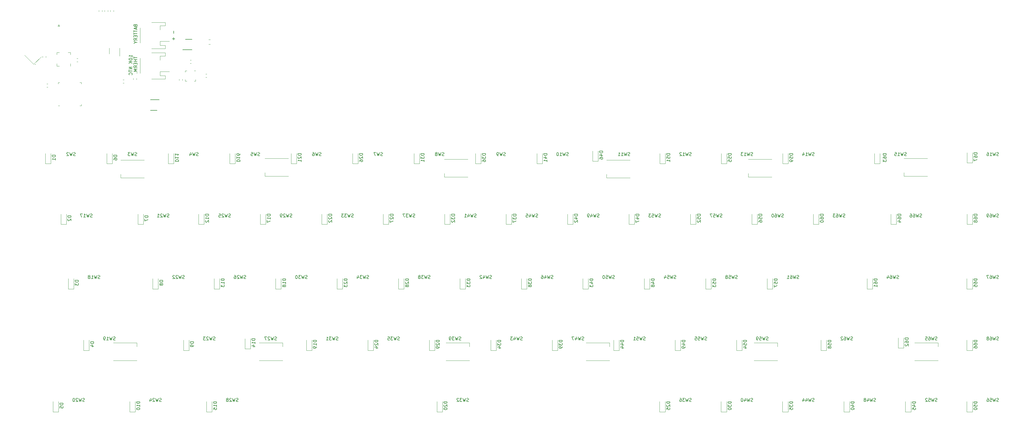
<source format=gbr>
G04 #@! TF.GenerationSoftware,KiCad,Pcbnew,(5.1.5)-3*
G04 #@! TF.CreationDate,2020-05-24T16:48:28-06:00*
G04 #@! TF.ProjectId,keeb,6b656562-2e6b-4696-9361-645f70636258,rev?*
G04 #@! TF.SameCoordinates,Original*
G04 #@! TF.FileFunction,Legend,Bot*
G04 #@! TF.FilePolarity,Positive*
%FSLAX46Y46*%
G04 Gerber Fmt 4.6, Leading zero omitted, Abs format (unit mm)*
G04 Created by KiCad (PCBNEW (5.1.5)-3) date 2020-05-24 16:48:28*
%MOMM*%
%LPD*%
G04 APERTURE LIST*
%ADD10C,0.120000*%
%ADD11C,0.150000*%
G04 APERTURE END LIST*
D10*
G04 #@! TO.C,U2*
X56228000Y-59297000D02*
X56228000Y-60022000D01*
X52008000Y-55802000D02*
X52733000Y-55802000D01*
X52008000Y-56527000D02*
X52008000Y-55802000D01*
X52008000Y-60022000D02*
X52733000Y-60022000D01*
X52008000Y-59297000D02*
X52008000Y-60022000D01*
X56228000Y-55802000D02*
X55503000Y-55802000D01*
X56228000Y-56527000D02*
X56228000Y-55802000D01*
G04 #@! TO.C,J5*
X77786000Y-62284000D02*
X77786000Y-57604000D01*
X84006000Y-56904000D02*
X84006000Y-58184000D01*
X85606000Y-56904000D02*
X84006000Y-56904000D01*
X85606000Y-55884000D02*
X85606000Y-56904000D01*
X81356000Y-55884000D02*
X85606000Y-55884000D01*
X84006000Y-61704000D02*
X86896000Y-61704000D01*
X84006000Y-62984000D02*
X84006000Y-61704000D01*
X85606000Y-62984000D02*
X84006000Y-62984000D01*
X85606000Y-64004000D02*
X85606000Y-62984000D01*
X81356000Y-64004000D02*
X85606000Y-64004000D01*
G04 #@! TO.C,J4*
X77786000Y-52886000D02*
X77786000Y-48206000D01*
X84006000Y-47506000D02*
X84006000Y-48786000D01*
X85606000Y-47506000D02*
X84006000Y-47506000D01*
X85606000Y-46486000D02*
X85606000Y-47506000D01*
X81356000Y-46486000D02*
X85606000Y-46486000D01*
X84006000Y-52306000D02*
X86896000Y-52306000D01*
X84006000Y-53586000D02*
X84006000Y-52306000D01*
X85606000Y-53586000D02*
X84006000Y-53586000D01*
X85606000Y-54606000D02*
X85606000Y-53586000D01*
X81356000Y-54606000D02*
X85606000Y-54606000D01*
G04 #@! TO.C,D83*
X325214000Y-145840000D02*
X325214000Y-146990000D01*
X317914000Y-145840000D02*
X325214000Y-145840000D01*
X317914000Y-151340000D02*
X325214000Y-151340000D01*
G04 #@! TO.C,D82*
X314612000Y-94190000D02*
X314612000Y-93040000D01*
X321912000Y-94190000D02*
X314612000Y-94190000D01*
X321912000Y-88690000D02*
X314612000Y-88690000D01*
G04 #@! TO.C,D81*
X266352000Y-94444000D02*
X266352000Y-93294000D01*
X273652000Y-94444000D02*
X266352000Y-94444000D01*
X273652000Y-88944000D02*
X266352000Y-88944000D01*
G04 #@! TO.C,D80*
X275430000Y-145840000D02*
X275430000Y-146990000D01*
X268130000Y-145840000D02*
X275430000Y-145840000D01*
X268130000Y-151340000D02*
X275430000Y-151340000D01*
G04 #@! TO.C,D79*
X223360000Y-145840000D02*
X223360000Y-146990000D01*
X216060000Y-145840000D02*
X223360000Y-145840000D01*
X216060000Y-151340000D02*
X223360000Y-151340000D01*
G04 #@! TO.C,D78*
X222410000Y-94698000D02*
X222410000Y-93548000D01*
X229710000Y-94698000D02*
X222410000Y-94698000D01*
X229710000Y-89198000D02*
X222410000Y-89198000D01*
G04 #@! TO.C,D77*
X179926000Y-145840000D02*
X179926000Y-146990000D01*
X172626000Y-145840000D02*
X179926000Y-145840000D01*
X172626000Y-151340000D02*
X179926000Y-151340000D01*
G04 #@! TO.C,D76*
X172118000Y-94444000D02*
X172118000Y-93294000D01*
X179418000Y-94444000D02*
X172118000Y-94444000D01*
X179418000Y-88944000D02*
X172118000Y-88944000D01*
G04 #@! TO.C,D75*
X122014000Y-145840000D02*
X122014000Y-146990000D01*
X114714000Y-145840000D02*
X122014000Y-145840000D01*
X114714000Y-151340000D02*
X122014000Y-151340000D01*
G04 #@! TO.C,D74*
X116492000Y-94190000D02*
X116492000Y-93040000D01*
X123792000Y-94190000D02*
X116492000Y-94190000D01*
X123792000Y-88690000D02*
X116492000Y-88690000D01*
G04 #@! TO.C,D73*
X76802000Y-145840000D02*
X76802000Y-146990000D01*
X69502000Y-145840000D02*
X76802000Y-145840000D01*
X69502000Y-151340000D02*
X76802000Y-151340000D01*
G04 #@! TO.C,D69*
X71788000Y-94698000D02*
X71788000Y-93548000D01*
X79088000Y-94698000D02*
X71788000Y-94698000D01*
X79088000Y-89198000D02*
X71788000Y-89198000D01*
G04 #@! TO.C,C26*
X69598000Y-42763221D02*
X69598000Y-43088779D01*
X68578000Y-42763221D02*
X68578000Y-43088779D01*
G04 #@! TO.C,C25*
X90934000Y-64099221D02*
X90934000Y-64424779D01*
X89914000Y-64099221D02*
X89914000Y-64424779D01*
G04 #@! TO.C,C24*
X66800000Y-42763221D02*
X66800000Y-43088779D01*
X67820000Y-42763221D02*
X67820000Y-43088779D01*
G04 #@! TO.C,C23*
X98135221Y-62482000D02*
X98460779Y-62482000D01*
X98135221Y-63502000D02*
X98460779Y-63502000D01*
G04 #@! TO.C,C10*
X58146221Y-57656000D02*
X58471779Y-57656000D01*
X58146221Y-58676000D02*
X58471779Y-58676000D01*
G04 #@! TO.C,C7*
X49184779Y-66550000D02*
X48859221Y-66550000D01*
X49184779Y-65530000D02*
X48859221Y-65530000D01*
G04 #@! TO.C,U1*
X52857000Y-72332000D02*
X52382000Y-72332000D01*
X59602000Y-65112000D02*
X59602000Y-65587000D01*
X59127000Y-65112000D02*
X59602000Y-65112000D01*
X52382000Y-65112000D02*
X52382000Y-65587000D01*
X52857000Y-65112000D02*
X52382000Y-65112000D01*
X59602000Y-72332000D02*
X59602000Y-71857000D01*
X59127000Y-72332000D02*
X59602000Y-72332000D01*
G04 #@! TO.C,J2*
X52578000Y-47152000D02*
X52828000Y-47652000D01*
X52828000Y-47652000D02*
X52328000Y-47652000D01*
X52328000Y-47652000D02*
X52578000Y-47152000D01*
G04 #@! TO.C,Y2*
X44824487Y-59476940D02*
X41996060Y-56648513D01*
X47157940Y-57143487D02*
X44824487Y-59476940D01*
G04 #@! TO.C,U3*
X71460000Y-54472000D02*
X71460000Y-56922000D01*
X68240000Y-56272000D02*
X68240000Y-54472000D01*
G04 #@! TO.C,R3*
X48643000Y-56978733D02*
X48643000Y-57321267D01*
X47623000Y-56978733D02*
X47623000Y-57321267D01*
G04 #@! TO.C,D68*
X335876000Y-109088000D02*
X335876000Y-105938000D01*
X334176000Y-109088000D02*
X334176000Y-105938000D01*
X335876000Y-109088000D02*
X334176000Y-109088000D01*
G04 #@! TO.C,D67*
X335876000Y-90038000D02*
X335876000Y-86888000D01*
X334176000Y-90038000D02*
X334176000Y-86888000D01*
X335876000Y-90038000D02*
X334176000Y-90038000D01*
G04 #@! TO.C,D66*
X335844250Y-148140500D02*
X335844250Y-144990500D01*
X334144250Y-148140500D02*
X334144250Y-144990500D01*
X335844250Y-148140500D02*
X334144250Y-148140500D01*
G04 #@! TO.C,D65*
X335844250Y-129090500D02*
X335844250Y-125940500D01*
X334144250Y-129090500D02*
X334144250Y-125940500D01*
X335844250Y-129090500D02*
X334144250Y-129090500D01*
G04 #@! TO.C,D64*
X312254000Y-109088000D02*
X312254000Y-105938000D01*
X310554000Y-109088000D02*
X310554000Y-105938000D01*
X312254000Y-109088000D02*
X310554000Y-109088000D01*
G04 #@! TO.C,D63*
X307174000Y-90292000D02*
X307174000Y-87142000D01*
X305474000Y-90292000D02*
X305474000Y-87142000D01*
X307174000Y-90292000D02*
X305474000Y-90292000D01*
G04 #@! TO.C,D62*
X314540000Y-147442000D02*
X314540000Y-144292000D01*
X312840000Y-147442000D02*
X312840000Y-144292000D01*
X314540000Y-147442000D02*
X312840000Y-147442000D01*
G04 #@! TO.C,D61*
X304888000Y-129090500D02*
X304888000Y-125940500D01*
X303188000Y-129090500D02*
X303188000Y-125940500D01*
X304888000Y-129090500D02*
X303188000Y-129090500D01*
G04 #@! TO.C,D60*
X288219250Y-109088000D02*
X288219250Y-105938000D01*
X286519250Y-109088000D02*
X286519250Y-105938000D01*
X288219250Y-109088000D02*
X286519250Y-109088000D01*
G04 #@! TO.C,D59*
X278726000Y-90292000D02*
X278726000Y-87142000D01*
X277026000Y-90292000D02*
X277026000Y-87142000D01*
X278726000Y-90292000D02*
X277026000Y-90292000D01*
G04 #@! TO.C,D58*
X290600500Y-148140500D02*
X290600500Y-144990500D01*
X288900500Y-148140500D02*
X288900500Y-144990500D01*
X290600500Y-148140500D02*
X288900500Y-148140500D01*
G04 #@! TO.C,D57*
X273931750Y-129090500D02*
X273931750Y-125940500D01*
X272231750Y-129090500D02*
X272231750Y-125940500D01*
X273931750Y-129090500D02*
X272231750Y-129090500D01*
G04 #@! TO.C,D56*
X269169250Y-109088000D02*
X269169250Y-105938000D01*
X267469250Y-109088000D02*
X267469250Y-105938000D01*
X269169250Y-109088000D02*
X267469250Y-109088000D01*
G04 #@! TO.C,D55*
X259676000Y-90292000D02*
X259676000Y-87142000D01*
X257976000Y-90292000D02*
X257976000Y-87142000D01*
X259676000Y-90292000D02*
X257976000Y-90292000D01*
G04 #@! TO.C,D54*
X264406750Y-148140500D02*
X264406750Y-144990500D01*
X262706750Y-148140500D02*
X262706750Y-144990500D01*
X264406750Y-148140500D02*
X262706750Y-148140500D01*
G04 #@! TO.C,D53*
X254881750Y-129090500D02*
X254881750Y-125940500D01*
X253181750Y-129090500D02*
X253181750Y-125940500D01*
X254881750Y-129090500D02*
X253181750Y-129090500D01*
G04 #@! TO.C,D52*
X250119250Y-109088000D02*
X250119250Y-105938000D01*
X248419250Y-109088000D02*
X248419250Y-105938000D01*
X250119250Y-109088000D02*
X248419250Y-109088000D01*
G04 #@! TO.C,D51*
X240626000Y-90292000D02*
X240626000Y-87142000D01*
X238926000Y-90292000D02*
X238926000Y-87142000D01*
X240626000Y-90292000D02*
X238926000Y-90292000D01*
G04 #@! TO.C,D50*
X335844250Y-167190500D02*
X335844250Y-164040500D01*
X334144250Y-167190500D02*
X334144250Y-164040500D01*
X335844250Y-167190500D02*
X334144250Y-167190500D01*
G04 #@! TO.C,D49*
X245356750Y-148140500D02*
X245356750Y-144990500D01*
X243656750Y-148140500D02*
X243656750Y-144990500D01*
X245356750Y-148140500D02*
X243656750Y-148140500D01*
G04 #@! TO.C,D48*
X235831750Y-129090500D02*
X235831750Y-125940500D01*
X234131750Y-129090500D02*
X234131750Y-125940500D01*
X235831750Y-129090500D02*
X234131750Y-129090500D01*
G04 #@! TO.C,D47*
X231069250Y-109088000D02*
X231069250Y-105938000D01*
X229369250Y-109088000D02*
X229369250Y-105938000D01*
X231069250Y-109088000D02*
X229369250Y-109088000D01*
G04 #@! TO.C,D46*
X219798000Y-89530000D02*
X219798000Y-86380000D01*
X218098000Y-89530000D02*
X218098000Y-86380000D01*
X219798000Y-89530000D02*
X218098000Y-89530000D01*
G04 #@! TO.C,D45*
X316794250Y-167190500D02*
X316794250Y-164040500D01*
X315094250Y-167190500D02*
X315094250Y-164040500D01*
X316794250Y-167190500D02*
X315094250Y-167190500D01*
G04 #@! TO.C,D44*
X226306750Y-148140500D02*
X226306750Y-144990500D01*
X224606750Y-148140500D02*
X224606750Y-144990500D01*
X226306750Y-148140500D02*
X224606750Y-148140500D01*
G04 #@! TO.C,D43*
X216781750Y-129090500D02*
X216781750Y-125940500D01*
X215081750Y-129090500D02*
X215081750Y-125940500D01*
X216781750Y-129090500D02*
X215081750Y-129090500D01*
G04 #@! TO.C,D42*
X212019250Y-109088000D02*
X212019250Y-105938000D01*
X210319250Y-109088000D02*
X210319250Y-105938000D01*
X212019250Y-109088000D02*
X210319250Y-109088000D01*
G04 #@! TO.C,D41*
X202526000Y-90292000D02*
X202526000Y-87142000D01*
X200826000Y-90292000D02*
X200826000Y-87142000D01*
X202526000Y-90292000D02*
X200826000Y-90292000D01*
G04 #@! TO.C,D40*
X297744250Y-167190500D02*
X297744250Y-164040500D01*
X296044250Y-167190500D02*
X296044250Y-164040500D01*
X297744250Y-167190500D02*
X296044250Y-167190500D01*
G04 #@! TO.C,D39*
X207256750Y-148140500D02*
X207256750Y-144990500D01*
X205556750Y-148140500D02*
X205556750Y-144990500D01*
X207256750Y-148140500D02*
X205556750Y-148140500D01*
G04 #@! TO.C,D38*
X197731750Y-129090500D02*
X197731750Y-125940500D01*
X196031750Y-129090500D02*
X196031750Y-125940500D01*
X197731750Y-129090500D02*
X196031750Y-129090500D01*
G04 #@! TO.C,D37*
X192969250Y-109088000D02*
X192969250Y-105938000D01*
X191269250Y-109088000D02*
X191269250Y-105938000D01*
X192969250Y-109088000D02*
X191269250Y-109088000D01*
G04 #@! TO.C,D36*
X183476000Y-90292000D02*
X183476000Y-87142000D01*
X181776000Y-90292000D02*
X181776000Y-87142000D01*
X183476000Y-90292000D02*
X181776000Y-90292000D01*
G04 #@! TO.C,D35*
X278694250Y-167190500D02*
X278694250Y-164040500D01*
X276994250Y-167190500D02*
X276994250Y-164040500D01*
X278694250Y-167190500D02*
X276994250Y-167190500D01*
G04 #@! TO.C,D34*
X188206750Y-148140500D02*
X188206750Y-144990500D01*
X186506750Y-148140500D02*
X186506750Y-144990500D01*
X188206750Y-148140500D02*
X186506750Y-148140500D01*
G04 #@! TO.C,D33*
X178681750Y-129090500D02*
X178681750Y-125940500D01*
X176981750Y-129090500D02*
X176981750Y-125940500D01*
X178681750Y-129090500D02*
X176981750Y-129090500D01*
G04 #@! TO.C,D32*
X173919250Y-109088000D02*
X173919250Y-105938000D01*
X172219250Y-109088000D02*
X172219250Y-105938000D01*
X173919250Y-109088000D02*
X172219250Y-109088000D01*
G04 #@! TO.C,D31*
X164426000Y-90292000D02*
X164426000Y-87142000D01*
X162726000Y-90292000D02*
X162726000Y-87142000D01*
X164426000Y-90292000D02*
X162726000Y-90292000D01*
G04 #@! TO.C,D30*
X259644250Y-167190500D02*
X259644250Y-164040500D01*
X257944250Y-167190500D02*
X257944250Y-164040500D01*
X259644250Y-167190500D02*
X257944250Y-167190500D01*
G04 #@! TO.C,D29*
X169156750Y-148140500D02*
X169156750Y-144990500D01*
X167456750Y-148140500D02*
X167456750Y-144990500D01*
X169156750Y-148140500D02*
X167456750Y-148140500D01*
G04 #@! TO.C,D28*
X159631750Y-129090500D02*
X159631750Y-125940500D01*
X157931750Y-129090500D02*
X157931750Y-125940500D01*
X159631750Y-129090500D02*
X157931750Y-129090500D01*
G04 #@! TO.C,D27*
X154869250Y-109088000D02*
X154869250Y-105938000D01*
X153169250Y-109088000D02*
X153169250Y-105938000D01*
X154869250Y-109088000D02*
X153169250Y-109088000D01*
G04 #@! TO.C,D26*
X145376000Y-90292000D02*
X145376000Y-87142000D01*
X143676000Y-90292000D02*
X143676000Y-87142000D01*
X145376000Y-90292000D02*
X143676000Y-90292000D01*
G04 #@! TO.C,D25*
X240594250Y-167190500D02*
X240594250Y-164040500D01*
X238894250Y-167190500D02*
X238894250Y-164040500D01*
X240594250Y-167190500D02*
X238894250Y-167190500D01*
G04 #@! TO.C,D24*
X150106750Y-148140500D02*
X150106750Y-144990500D01*
X148406750Y-148140500D02*
X148406750Y-144990500D01*
X150106750Y-148140500D02*
X148406750Y-148140500D01*
G04 #@! TO.C,D23*
X140581750Y-129090500D02*
X140581750Y-125940500D01*
X138881750Y-129090500D02*
X138881750Y-125940500D01*
X140581750Y-129090500D02*
X138881750Y-129090500D01*
G04 #@! TO.C,D22*
X135819250Y-109088000D02*
X135819250Y-105938000D01*
X134119250Y-109088000D02*
X134119250Y-105938000D01*
X135819250Y-109088000D02*
X134119250Y-109088000D01*
G04 #@! TO.C,D21*
X126326000Y-90292000D02*
X126326000Y-87142000D01*
X124626000Y-90292000D02*
X124626000Y-87142000D01*
X126326000Y-90292000D02*
X124626000Y-90292000D01*
G04 #@! TO.C,D20*
X171538000Y-167190500D02*
X171538000Y-164040500D01*
X169838000Y-167190500D02*
X169838000Y-164040500D01*
X171538000Y-167190500D02*
X169838000Y-167190500D01*
G04 #@! TO.C,D19*
X131056750Y-148140500D02*
X131056750Y-144990500D01*
X129356750Y-148140500D02*
X129356750Y-144990500D01*
X131056750Y-148140500D02*
X129356750Y-148140500D01*
G04 #@! TO.C,D18*
X121531750Y-129090500D02*
X121531750Y-125940500D01*
X119831750Y-129090500D02*
X119831750Y-125940500D01*
X121531750Y-129090500D02*
X119831750Y-129090500D01*
G04 #@! TO.C,D17*
X116769250Y-109088000D02*
X116769250Y-105938000D01*
X115069250Y-109088000D02*
X115069250Y-105938000D01*
X116769250Y-109088000D02*
X115069250Y-109088000D01*
G04 #@! TO.C,D16*
X107276000Y-90292000D02*
X107276000Y-87142000D01*
X105576000Y-90292000D02*
X105576000Y-87142000D01*
X107276000Y-90292000D02*
X105576000Y-90292000D01*
G04 #@! TO.C,D15*
X100100500Y-167190500D02*
X100100500Y-164040500D01*
X98400500Y-167190500D02*
X98400500Y-164040500D01*
X100100500Y-167190500D02*
X98400500Y-167190500D01*
G04 #@! TO.C,D14*
X112006750Y-147696000D02*
X112006750Y-144546000D01*
X110306750Y-147696000D02*
X110306750Y-144546000D01*
X112006750Y-147696000D02*
X110306750Y-147696000D01*
G04 #@! TO.C,D13*
X102481750Y-129090500D02*
X102481750Y-125940500D01*
X100781750Y-129090500D02*
X100781750Y-125940500D01*
X102481750Y-129090500D02*
X100781750Y-129090500D01*
G04 #@! TO.C,D12*
X97624000Y-109088000D02*
X97624000Y-105938000D01*
X95924000Y-109088000D02*
X95924000Y-105938000D01*
X97624000Y-109088000D02*
X95924000Y-109088000D01*
G04 #@! TO.C,D11*
X88226000Y-90292000D02*
X88226000Y-87142000D01*
X86526000Y-90292000D02*
X86526000Y-87142000D01*
X88226000Y-90292000D02*
X86526000Y-90292000D01*
G04 #@! TO.C,D10*
X76288000Y-167190500D02*
X76288000Y-164040500D01*
X74588000Y-167190500D02*
X74588000Y-164040500D01*
X76288000Y-167190500D02*
X74588000Y-167190500D01*
G04 #@! TO.C,D9*
X92956750Y-148140500D02*
X92956750Y-144990500D01*
X91256750Y-148140500D02*
X91256750Y-144990500D01*
X92956750Y-148140500D02*
X91256750Y-148140500D01*
G04 #@! TO.C,D8*
X83431750Y-129090500D02*
X83431750Y-125940500D01*
X81731750Y-129090500D02*
X81731750Y-125940500D01*
X83431750Y-129090500D02*
X81731750Y-129090500D01*
G04 #@! TO.C,D7*
X78828000Y-109088000D02*
X78828000Y-105938000D01*
X77128000Y-109088000D02*
X77128000Y-105938000D01*
X78828000Y-109088000D02*
X77128000Y-109088000D01*
G04 #@! TO.C,D6*
X69176000Y-90292000D02*
X69176000Y-87142000D01*
X67476000Y-90292000D02*
X67476000Y-87142000D01*
X69176000Y-90292000D02*
X67476000Y-90292000D01*
G04 #@! TO.C,D5*
X52475500Y-167190500D02*
X52475500Y-164040500D01*
X50775500Y-167190500D02*
X50775500Y-164040500D01*
X52475500Y-167190500D02*
X50775500Y-167190500D01*
G04 #@! TO.C,D4*
X62000500Y-148140500D02*
X62000500Y-144990500D01*
X60300500Y-148140500D02*
X60300500Y-144990500D01*
X62000500Y-148140500D02*
X60300500Y-148140500D01*
G04 #@! TO.C,D3*
X57238000Y-129090500D02*
X57238000Y-125940500D01*
X55538000Y-129090500D02*
X55538000Y-125940500D01*
X57238000Y-129090500D02*
X55538000Y-129090500D01*
G04 #@! TO.C,D2*
X54952000Y-109088000D02*
X54952000Y-105938000D01*
X53252000Y-109088000D02*
X53252000Y-105938000D01*
X54952000Y-109088000D02*
X53252000Y-109088000D01*
G04 #@! TO.C,D1*
X50126000Y-90292000D02*
X50126000Y-87142000D01*
X48426000Y-90292000D02*
X48426000Y-87142000D01*
X50126000Y-90292000D02*
X48426000Y-90292000D01*
G04 #@! TO.C,FB1*
X65022000Y-42754733D02*
X65022000Y-43097267D01*
X66042000Y-42754733D02*
X66042000Y-43097267D01*
G04 #@! TO.C,R10*
X93643267Y-59184000D02*
X93300733Y-59184000D01*
X93643267Y-58164000D02*
X93300733Y-58164000D01*
G04 #@! TO.C,R14*
X99055422Y-53288000D02*
X99572578Y-53288000D01*
X99055422Y-51868000D02*
X99572578Y-51868000D01*
G04 #@! TO.C,R16*
X76710000Y-63836733D02*
X76710000Y-64179267D01*
X75690000Y-63836733D02*
X75690000Y-64179267D01*
G04 #@! TO.C,R17*
X72815267Y-64260000D02*
X72472733Y-64260000D01*
X72815267Y-65280000D02*
X72472733Y-65280000D01*
G04 #@! TO.C,U4*
X92273000Y-61442000D02*
X91798000Y-61442000D01*
X91798000Y-61442000D02*
X91798000Y-61917000D01*
X94543000Y-64662000D02*
X95018000Y-64662000D01*
X95018000Y-64662000D02*
X95018000Y-64187000D01*
X92273000Y-64662000D02*
X91798000Y-64662000D01*
X91798000Y-64662000D02*
X91798000Y-64187000D01*
X94543000Y-61442000D02*
X95018000Y-61442000D01*
D11*
G04 #@! TO.C,U6*
X91832000Y-51715000D02*
X93932000Y-51715000D01*
X91057000Y-54965000D02*
X93932000Y-54965000D01*
G04 #@! TO.C,U7*
X83067000Y-73786000D02*
X81017000Y-73786000D01*
X83772000Y-70486000D02*
X81017000Y-70486000D01*
G04 #@! TO.C,J5*
X75382380Y-57213809D02*
X75382380Y-56642380D01*
X75382380Y-56928095D02*
X74382380Y-56928095D01*
X74525238Y-56832857D01*
X74620476Y-56737619D01*
X74668095Y-56642380D01*
X74382380Y-57832857D02*
X74382380Y-57928095D01*
X74430000Y-58023333D01*
X74477619Y-58070952D01*
X74572857Y-58118571D01*
X74763333Y-58166190D01*
X75001428Y-58166190D01*
X75191904Y-58118571D01*
X75287142Y-58070952D01*
X75334761Y-58023333D01*
X75382380Y-57928095D01*
X75382380Y-57832857D01*
X75334761Y-57737619D01*
X75287142Y-57690000D01*
X75191904Y-57642380D01*
X75001428Y-57594761D01*
X74763333Y-57594761D01*
X74572857Y-57642380D01*
X74477619Y-57690000D01*
X74430000Y-57737619D01*
X74382380Y-57832857D01*
X75382380Y-58594761D02*
X74382380Y-58594761D01*
X75382380Y-59166190D02*
X74810952Y-58737619D01*
X74382380Y-59166190D02*
X74953809Y-58594761D01*
X75382380Y-60356666D02*
X74382380Y-60356666D01*
X75382380Y-60928095D01*
X74382380Y-60928095D01*
X74382380Y-61261428D02*
X74382380Y-61832857D01*
X75382380Y-61547142D02*
X74382380Y-61547142D01*
X75287142Y-62737619D02*
X75334761Y-62690000D01*
X75382380Y-62547142D01*
X75382380Y-62451904D01*
X75334761Y-62309047D01*
X75239523Y-62213809D01*
X75144285Y-62166190D01*
X74953809Y-62118571D01*
X74810952Y-62118571D01*
X74620476Y-62166190D01*
X74525238Y-62213809D01*
X74430000Y-62309047D01*
X74382380Y-62451904D01*
X74382380Y-62547142D01*
X74430000Y-62690000D01*
X74477619Y-62737619D01*
X75906380Y-57118571D02*
X75906380Y-57690000D01*
X76906380Y-57404285D02*
X75906380Y-57404285D01*
X76906380Y-58023333D02*
X75906380Y-58023333D01*
X76382571Y-58023333D02*
X76382571Y-58594761D01*
X76906380Y-58594761D02*
X75906380Y-58594761D01*
X76382571Y-59070952D02*
X76382571Y-59404285D01*
X76906380Y-59547142D02*
X76906380Y-59070952D01*
X75906380Y-59070952D01*
X75906380Y-59547142D01*
X76906380Y-60547142D02*
X76430190Y-60213809D01*
X76906380Y-59975714D02*
X75906380Y-59975714D01*
X75906380Y-60356666D01*
X75954000Y-60451904D01*
X76001619Y-60499523D01*
X76096857Y-60547142D01*
X76239714Y-60547142D01*
X76334952Y-60499523D01*
X76382571Y-60451904D01*
X76430190Y-60356666D01*
X76430190Y-59975714D01*
X76906380Y-60975714D02*
X75906380Y-60975714D01*
X76620666Y-61309047D01*
X75906380Y-61642380D01*
X76906380Y-61642380D01*
X76811142Y-62118571D02*
X76858761Y-62166190D01*
X76906380Y-62118571D01*
X76858761Y-62070952D01*
X76811142Y-62118571D01*
X76906380Y-62118571D01*
G04 #@! TO.C,J4*
X76382571Y-47538000D02*
X76430190Y-47680857D01*
X76477809Y-47728476D01*
X76573047Y-47776095D01*
X76715904Y-47776095D01*
X76811142Y-47728476D01*
X76858761Y-47680857D01*
X76906380Y-47585619D01*
X76906380Y-47204666D01*
X75906380Y-47204666D01*
X75906380Y-47538000D01*
X75954000Y-47633238D01*
X76001619Y-47680857D01*
X76096857Y-47728476D01*
X76192095Y-47728476D01*
X76287333Y-47680857D01*
X76334952Y-47633238D01*
X76382571Y-47538000D01*
X76382571Y-47204666D01*
X76620666Y-48157047D02*
X76620666Y-48633238D01*
X76906380Y-48061809D02*
X75906380Y-48395142D01*
X76906380Y-48728476D01*
X75906380Y-48918952D02*
X75906380Y-49490380D01*
X76906380Y-49204666D02*
X75906380Y-49204666D01*
X75906380Y-49680857D02*
X75906380Y-50252285D01*
X76906380Y-49966571D02*
X75906380Y-49966571D01*
X76382571Y-50585619D02*
X76382571Y-50918952D01*
X76906380Y-51061809D02*
X76906380Y-50585619D01*
X75906380Y-50585619D01*
X75906380Y-51061809D01*
X76906380Y-52061809D02*
X76430190Y-51728476D01*
X76906380Y-51490380D02*
X75906380Y-51490380D01*
X75906380Y-51871333D01*
X75954000Y-51966571D01*
X76001619Y-52014190D01*
X76096857Y-52061809D01*
X76239714Y-52061809D01*
X76334952Y-52014190D01*
X76382571Y-51966571D01*
X76430190Y-51871333D01*
X76430190Y-51490380D01*
X76430190Y-52680857D02*
X76906380Y-52680857D01*
X75906380Y-52347523D02*
X76430190Y-52680857D01*
X75906380Y-53014190D01*
X88209428Y-51181047D02*
X88209428Y-51942952D01*
X88590380Y-51562000D02*
X87828476Y-51562000D01*
X88209428Y-49149047D02*
X88209428Y-49910952D01*
G04 #@! TO.C,SW37*
X162972523Y-106830761D02*
X162829666Y-106878380D01*
X162591571Y-106878380D01*
X162496333Y-106830761D01*
X162448714Y-106783142D01*
X162401095Y-106687904D01*
X162401095Y-106592666D01*
X162448714Y-106497428D01*
X162496333Y-106449809D01*
X162591571Y-106402190D01*
X162782047Y-106354571D01*
X162877285Y-106306952D01*
X162924904Y-106259333D01*
X162972523Y-106164095D01*
X162972523Y-106068857D01*
X162924904Y-105973619D01*
X162877285Y-105926000D01*
X162782047Y-105878380D01*
X162543952Y-105878380D01*
X162401095Y-105926000D01*
X162067761Y-105878380D02*
X161829666Y-106878380D01*
X161639190Y-106164095D01*
X161448714Y-106878380D01*
X161210619Y-105878380D01*
X160924904Y-105878380D02*
X160305857Y-105878380D01*
X160639190Y-106259333D01*
X160496333Y-106259333D01*
X160401095Y-106306952D01*
X160353476Y-106354571D01*
X160305857Y-106449809D01*
X160305857Y-106687904D01*
X160353476Y-106783142D01*
X160401095Y-106830761D01*
X160496333Y-106878380D01*
X160782047Y-106878380D01*
X160877285Y-106830761D01*
X160924904Y-106783142D01*
X159972523Y-105878380D02*
X159305857Y-105878380D01*
X159734428Y-106878380D01*
G04 #@! TO.C,SW29*
X124872523Y-106830761D02*
X124729666Y-106878380D01*
X124491571Y-106878380D01*
X124396333Y-106830761D01*
X124348714Y-106783142D01*
X124301095Y-106687904D01*
X124301095Y-106592666D01*
X124348714Y-106497428D01*
X124396333Y-106449809D01*
X124491571Y-106402190D01*
X124682047Y-106354571D01*
X124777285Y-106306952D01*
X124824904Y-106259333D01*
X124872523Y-106164095D01*
X124872523Y-106068857D01*
X124824904Y-105973619D01*
X124777285Y-105926000D01*
X124682047Y-105878380D01*
X124443952Y-105878380D01*
X124301095Y-105926000D01*
X123967761Y-105878380D02*
X123729666Y-106878380D01*
X123539190Y-106164095D01*
X123348714Y-106878380D01*
X123110619Y-105878380D01*
X122777285Y-105973619D02*
X122729666Y-105926000D01*
X122634428Y-105878380D01*
X122396333Y-105878380D01*
X122301095Y-105926000D01*
X122253476Y-105973619D01*
X122205857Y-106068857D01*
X122205857Y-106164095D01*
X122253476Y-106306952D01*
X122824904Y-106878380D01*
X122205857Y-106878380D01*
X121729666Y-106878380D02*
X121539190Y-106878380D01*
X121443952Y-106830761D01*
X121396333Y-106783142D01*
X121301095Y-106640285D01*
X121253476Y-106449809D01*
X121253476Y-106068857D01*
X121301095Y-105973619D01*
X121348714Y-105926000D01*
X121443952Y-105878380D01*
X121634428Y-105878380D01*
X121729666Y-105926000D01*
X121777285Y-105973619D01*
X121824904Y-106068857D01*
X121824904Y-106306952D01*
X121777285Y-106402190D01*
X121729666Y-106449809D01*
X121634428Y-106497428D01*
X121443952Y-106497428D01*
X121348714Y-106449809D01*
X121301095Y-106402190D01*
X121253476Y-106306952D01*
G04 #@! TO.C,SW17*
X62960023Y-106830761D02*
X62817166Y-106878380D01*
X62579071Y-106878380D01*
X62483833Y-106830761D01*
X62436214Y-106783142D01*
X62388595Y-106687904D01*
X62388595Y-106592666D01*
X62436214Y-106497428D01*
X62483833Y-106449809D01*
X62579071Y-106402190D01*
X62769547Y-106354571D01*
X62864785Y-106306952D01*
X62912404Y-106259333D01*
X62960023Y-106164095D01*
X62960023Y-106068857D01*
X62912404Y-105973619D01*
X62864785Y-105926000D01*
X62769547Y-105878380D01*
X62531452Y-105878380D01*
X62388595Y-105926000D01*
X62055261Y-105878380D02*
X61817166Y-106878380D01*
X61626690Y-106164095D01*
X61436214Y-106878380D01*
X61198119Y-105878380D01*
X60293357Y-106878380D02*
X60864785Y-106878380D01*
X60579071Y-106878380D02*
X60579071Y-105878380D01*
X60674309Y-106021238D01*
X60769547Y-106116476D01*
X60864785Y-106164095D01*
X59960023Y-105878380D02*
X59293357Y-105878380D01*
X59721928Y-106878380D01*
G04 #@! TO.C,Y2*
X45340461Y-59434539D02*
X45273118Y-59434539D01*
X45273118Y-59501882D01*
X45340461Y-59501882D01*
X45340461Y-59434539D01*
X45273118Y-59501882D01*
G04 #@! TO.C,SW69*
X343947523Y-106830761D02*
X343804666Y-106878380D01*
X343566571Y-106878380D01*
X343471333Y-106830761D01*
X343423714Y-106783142D01*
X343376095Y-106687904D01*
X343376095Y-106592666D01*
X343423714Y-106497428D01*
X343471333Y-106449809D01*
X343566571Y-106402190D01*
X343757047Y-106354571D01*
X343852285Y-106306952D01*
X343899904Y-106259333D01*
X343947523Y-106164095D01*
X343947523Y-106068857D01*
X343899904Y-105973619D01*
X343852285Y-105926000D01*
X343757047Y-105878380D01*
X343518952Y-105878380D01*
X343376095Y-105926000D01*
X343042761Y-105878380D02*
X342804666Y-106878380D01*
X342614190Y-106164095D01*
X342423714Y-106878380D01*
X342185619Y-105878380D01*
X341376095Y-105878380D02*
X341566571Y-105878380D01*
X341661809Y-105926000D01*
X341709428Y-105973619D01*
X341804666Y-106116476D01*
X341852285Y-106306952D01*
X341852285Y-106687904D01*
X341804666Y-106783142D01*
X341757047Y-106830761D01*
X341661809Y-106878380D01*
X341471333Y-106878380D01*
X341376095Y-106830761D01*
X341328476Y-106783142D01*
X341280857Y-106687904D01*
X341280857Y-106449809D01*
X341328476Y-106354571D01*
X341376095Y-106306952D01*
X341471333Y-106259333D01*
X341661809Y-106259333D01*
X341757047Y-106306952D01*
X341804666Y-106354571D01*
X341852285Y-106449809D01*
X340804666Y-106878380D02*
X340614190Y-106878380D01*
X340518952Y-106830761D01*
X340471333Y-106783142D01*
X340376095Y-106640285D01*
X340328476Y-106449809D01*
X340328476Y-106068857D01*
X340376095Y-105973619D01*
X340423714Y-105926000D01*
X340518952Y-105878380D01*
X340709428Y-105878380D01*
X340804666Y-105926000D01*
X340852285Y-105973619D01*
X340899904Y-106068857D01*
X340899904Y-106306952D01*
X340852285Y-106402190D01*
X340804666Y-106449809D01*
X340709428Y-106497428D01*
X340518952Y-106497428D01*
X340423714Y-106449809D01*
X340376095Y-106402190D01*
X340328476Y-106306952D01*
G04 #@! TO.C,SW68*
X343947523Y-144930761D02*
X343804666Y-144978380D01*
X343566571Y-144978380D01*
X343471333Y-144930761D01*
X343423714Y-144883142D01*
X343376095Y-144787904D01*
X343376095Y-144692666D01*
X343423714Y-144597428D01*
X343471333Y-144549809D01*
X343566571Y-144502190D01*
X343757047Y-144454571D01*
X343852285Y-144406952D01*
X343899904Y-144359333D01*
X343947523Y-144264095D01*
X343947523Y-144168857D01*
X343899904Y-144073619D01*
X343852285Y-144026000D01*
X343757047Y-143978380D01*
X343518952Y-143978380D01*
X343376095Y-144026000D01*
X343042761Y-143978380D02*
X342804666Y-144978380D01*
X342614190Y-144264095D01*
X342423714Y-144978380D01*
X342185619Y-143978380D01*
X341376095Y-143978380D02*
X341566571Y-143978380D01*
X341661809Y-144026000D01*
X341709428Y-144073619D01*
X341804666Y-144216476D01*
X341852285Y-144406952D01*
X341852285Y-144787904D01*
X341804666Y-144883142D01*
X341757047Y-144930761D01*
X341661809Y-144978380D01*
X341471333Y-144978380D01*
X341376095Y-144930761D01*
X341328476Y-144883142D01*
X341280857Y-144787904D01*
X341280857Y-144549809D01*
X341328476Y-144454571D01*
X341376095Y-144406952D01*
X341471333Y-144359333D01*
X341661809Y-144359333D01*
X341757047Y-144406952D01*
X341804666Y-144454571D01*
X341852285Y-144549809D01*
X340709428Y-144406952D02*
X340804666Y-144359333D01*
X340852285Y-144311714D01*
X340899904Y-144216476D01*
X340899904Y-144168857D01*
X340852285Y-144073619D01*
X340804666Y-144026000D01*
X340709428Y-143978380D01*
X340518952Y-143978380D01*
X340423714Y-144026000D01*
X340376095Y-144073619D01*
X340328476Y-144168857D01*
X340328476Y-144216476D01*
X340376095Y-144311714D01*
X340423714Y-144359333D01*
X340518952Y-144406952D01*
X340709428Y-144406952D01*
X340804666Y-144454571D01*
X340852285Y-144502190D01*
X340899904Y-144597428D01*
X340899904Y-144787904D01*
X340852285Y-144883142D01*
X340804666Y-144930761D01*
X340709428Y-144978380D01*
X340518952Y-144978380D01*
X340423714Y-144930761D01*
X340376095Y-144883142D01*
X340328476Y-144787904D01*
X340328476Y-144597428D01*
X340376095Y-144502190D01*
X340423714Y-144454571D01*
X340518952Y-144406952D01*
G04 #@! TO.C,SW67*
X343947523Y-125880761D02*
X343804666Y-125928380D01*
X343566571Y-125928380D01*
X343471333Y-125880761D01*
X343423714Y-125833142D01*
X343376095Y-125737904D01*
X343376095Y-125642666D01*
X343423714Y-125547428D01*
X343471333Y-125499809D01*
X343566571Y-125452190D01*
X343757047Y-125404571D01*
X343852285Y-125356952D01*
X343899904Y-125309333D01*
X343947523Y-125214095D01*
X343947523Y-125118857D01*
X343899904Y-125023619D01*
X343852285Y-124976000D01*
X343757047Y-124928380D01*
X343518952Y-124928380D01*
X343376095Y-124976000D01*
X343042761Y-124928380D02*
X342804666Y-125928380D01*
X342614190Y-125214095D01*
X342423714Y-125928380D01*
X342185619Y-124928380D01*
X341376095Y-124928380D02*
X341566571Y-124928380D01*
X341661809Y-124976000D01*
X341709428Y-125023619D01*
X341804666Y-125166476D01*
X341852285Y-125356952D01*
X341852285Y-125737904D01*
X341804666Y-125833142D01*
X341757047Y-125880761D01*
X341661809Y-125928380D01*
X341471333Y-125928380D01*
X341376095Y-125880761D01*
X341328476Y-125833142D01*
X341280857Y-125737904D01*
X341280857Y-125499809D01*
X341328476Y-125404571D01*
X341376095Y-125356952D01*
X341471333Y-125309333D01*
X341661809Y-125309333D01*
X341757047Y-125356952D01*
X341804666Y-125404571D01*
X341852285Y-125499809D01*
X340947523Y-124928380D02*
X340280857Y-124928380D01*
X340709428Y-125928380D01*
G04 #@! TO.C,SW66*
X320135023Y-106830761D02*
X319992166Y-106878380D01*
X319754071Y-106878380D01*
X319658833Y-106830761D01*
X319611214Y-106783142D01*
X319563595Y-106687904D01*
X319563595Y-106592666D01*
X319611214Y-106497428D01*
X319658833Y-106449809D01*
X319754071Y-106402190D01*
X319944547Y-106354571D01*
X320039785Y-106306952D01*
X320087404Y-106259333D01*
X320135023Y-106164095D01*
X320135023Y-106068857D01*
X320087404Y-105973619D01*
X320039785Y-105926000D01*
X319944547Y-105878380D01*
X319706452Y-105878380D01*
X319563595Y-105926000D01*
X319230261Y-105878380D02*
X318992166Y-106878380D01*
X318801690Y-106164095D01*
X318611214Y-106878380D01*
X318373119Y-105878380D01*
X317563595Y-105878380D02*
X317754071Y-105878380D01*
X317849309Y-105926000D01*
X317896928Y-105973619D01*
X317992166Y-106116476D01*
X318039785Y-106306952D01*
X318039785Y-106687904D01*
X317992166Y-106783142D01*
X317944547Y-106830761D01*
X317849309Y-106878380D01*
X317658833Y-106878380D01*
X317563595Y-106830761D01*
X317515976Y-106783142D01*
X317468357Y-106687904D01*
X317468357Y-106449809D01*
X317515976Y-106354571D01*
X317563595Y-106306952D01*
X317658833Y-106259333D01*
X317849309Y-106259333D01*
X317944547Y-106306952D01*
X317992166Y-106354571D01*
X318039785Y-106449809D01*
X316611214Y-105878380D02*
X316801690Y-105878380D01*
X316896928Y-105926000D01*
X316944547Y-105973619D01*
X317039785Y-106116476D01*
X317087404Y-106306952D01*
X317087404Y-106687904D01*
X317039785Y-106783142D01*
X316992166Y-106830761D01*
X316896928Y-106878380D01*
X316706452Y-106878380D01*
X316611214Y-106830761D01*
X316563595Y-106783142D01*
X316515976Y-106687904D01*
X316515976Y-106449809D01*
X316563595Y-106354571D01*
X316611214Y-106306952D01*
X316706452Y-106259333D01*
X316896928Y-106259333D01*
X316992166Y-106306952D01*
X317039785Y-106354571D01*
X317087404Y-106449809D01*
G04 #@! TO.C,SW65*
X324897523Y-144930761D02*
X324754666Y-144978380D01*
X324516571Y-144978380D01*
X324421333Y-144930761D01*
X324373714Y-144883142D01*
X324326095Y-144787904D01*
X324326095Y-144692666D01*
X324373714Y-144597428D01*
X324421333Y-144549809D01*
X324516571Y-144502190D01*
X324707047Y-144454571D01*
X324802285Y-144406952D01*
X324849904Y-144359333D01*
X324897523Y-144264095D01*
X324897523Y-144168857D01*
X324849904Y-144073619D01*
X324802285Y-144026000D01*
X324707047Y-143978380D01*
X324468952Y-143978380D01*
X324326095Y-144026000D01*
X323992761Y-143978380D02*
X323754666Y-144978380D01*
X323564190Y-144264095D01*
X323373714Y-144978380D01*
X323135619Y-143978380D01*
X322326095Y-143978380D02*
X322516571Y-143978380D01*
X322611809Y-144026000D01*
X322659428Y-144073619D01*
X322754666Y-144216476D01*
X322802285Y-144406952D01*
X322802285Y-144787904D01*
X322754666Y-144883142D01*
X322707047Y-144930761D01*
X322611809Y-144978380D01*
X322421333Y-144978380D01*
X322326095Y-144930761D01*
X322278476Y-144883142D01*
X322230857Y-144787904D01*
X322230857Y-144549809D01*
X322278476Y-144454571D01*
X322326095Y-144406952D01*
X322421333Y-144359333D01*
X322611809Y-144359333D01*
X322707047Y-144406952D01*
X322754666Y-144454571D01*
X322802285Y-144549809D01*
X321326095Y-143978380D02*
X321802285Y-143978380D01*
X321849904Y-144454571D01*
X321802285Y-144406952D01*
X321707047Y-144359333D01*
X321468952Y-144359333D01*
X321373714Y-144406952D01*
X321326095Y-144454571D01*
X321278476Y-144549809D01*
X321278476Y-144787904D01*
X321326095Y-144883142D01*
X321373714Y-144930761D01*
X321468952Y-144978380D01*
X321707047Y-144978380D01*
X321802285Y-144930761D01*
X321849904Y-144883142D01*
G04 #@! TO.C,SW64*
X312991273Y-125880761D02*
X312848416Y-125928380D01*
X312610321Y-125928380D01*
X312515083Y-125880761D01*
X312467464Y-125833142D01*
X312419845Y-125737904D01*
X312419845Y-125642666D01*
X312467464Y-125547428D01*
X312515083Y-125499809D01*
X312610321Y-125452190D01*
X312800797Y-125404571D01*
X312896035Y-125356952D01*
X312943654Y-125309333D01*
X312991273Y-125214095D01*
X312991273Y-125118857D01*
X312943654Y-125023619D01*
X312896035Y-124976000D01*
X312800797Y-124928380D01*
X312562702Y-124928380D01*
X312419845Y-124976000D01*
X312086511Y-124928380D02*
X311848416Y-125928380D01*
X311657940Y-125214095D01*
X311467464Y-125928380D01*
X311229369Y-124928380D01*
X310419845Y-124928380D02*
X310610321Y-124928380D01*
X310705559Y-124976000D01*
X310753178Y-125023619D01*
X310848416Y-125166476D01*
X310896035Y-125356952D01*
X310896035Y-125737904D01*
X310848416Y-125833142D01*
X310800797Y-125880761D01*
X310705559Y-125928380D01*
X310515083Y-125928380D01*
X310419845Y-125880761D01*
X310372226Y-125833142D01*
X310324607Y-125737904D01*
X310324607Y-125499809D01*
X310372226Y-125404571D01*
X310419845Y-125356952D01*
X310515083Y-125309333D01*
X310705559Y-125309333D01*
X310800797Y-125356952D01*
X310848416Y-125404571D01*
X310896035Y-125499809D01*
X309467464Y-125261714D02*
X309467464Y-125928380D01*
X309705559Y-124880761D02*
X309943654Y-125595047D01*
X309324607Y-125595047D01*
G04 #@! TO.C,SW63*
X296322523Y-106830761D02*
X296179666Y-106878380D01*
X295941571Y-106878380D01*
X295846333Y-106830761D01*
X295798714Y-106783142D01*
X295751095Y-106687904D01*
X295751095Y-106592666D01*
X295798714Y-106497428D01*
X295846333Y-106449809D01*
X295941571Y-106402190D01*
X296132047Y-106354571D01*
X296227285Y-106306952D01*
X296274904Y-106259333D01*
X296322523Y-106164095D01*
X296322523Y-106068857D01*
X296274904Y-105973619D01*
X296227285Y-105926000D01*
X296132047Y-105878380D01*
X295893952Y-105878380D01*
X295751095Y-105926000D01*
X295417761Y-105878380D02*
X295179666Y-106878380D01*
X294989190Y-106164095D01*
X294798714Y-106878380D01*
X294560619Y-105878380D01*
X293751095Y-105878380D02*
X293941571Y-105878380D01*
X294036809Y-105926000D01*
X294084428Y-105973619D01*
X294179666Y-106116476D01*
X294227285Y-106306952D01*
X294227285Y-106687904D01*
X294179666Y-106783142D01*
X294132047Y-106830761D01*
X294036809Y-106878380D01*
X293846333Y-106878380D01*
X293751095Y-106830761D01*
X293703476Y-106783142D01*
X293655857Y-106687904D01*
X293655857Y-106449809D01*
X293703476Y-106354571D01*
X293751095Y-106306952D01*
X293846333Y-106259333D01*
X294036809Y-106259333D01*
X294132047Y-106306952D01*
X294179666Y-106354571D01*
X294227285Y-106449809D01*
X293322523Y-105878380D02*
X292703476Y-105878380D01*
X293036809Y-106259333D01*
X292893952Y-106259333D01*
X292798714Y-106306952D01*
X292751095Y-106354571D01*
X292703476Y-106449809D01*
X292703476Y-106687904D01*
X292751095Y-106783142D01*
X292798714Y-106830761D01*
X292893952Y-106878380D01*
X293179666Y-106878380D01*
X293274904Y-106830761D01*
X293322523Y-106783142D01*
G04 #@! TO.C,SW62*
X298703773Y-144930761D02*
X298560916Y-144978380D01*
X298322821Y-144978380D01*
X298227583Y-144930761D01*
X298179964Y-144883142D01*
X298132345Y-144787904D01*
X298132345Y-144692666D01*
X298179964Y-144597428D01*
X298227583Y-144549809D01*
X298322821Y-144502190D01*
X298513297Y-144454571D01*
X298608535Y-144406952D01*
X298656154Y-144359333D01*
X298703773Y-144264095D01*
X298703773Y-144168857D01*
X298656154Y-144073619D01*
X298608535Y-144026000D01*
X298513297Y-143978380D01*
X298275202Y-143978380D01*
X298132345Y-144026000D01*
X297799011Y-143978380D02*
X297560916Y-144978380D01*
X297370440Y-144264095D01*
X297179964Y-144978380D01*
X296941869Y-143978380D01*
X296132345Y-143978380D02*
X296322821Y-143978380D01*
X296418059Y-144026000D01*
X296465678Y-144073619D01*
X296560916Y-144216476D01*
X296608535Y-144406952D01*
X296608535Y-144787904D01*
X296560916Y-144883142D01*
X296513297Y-144930761D01*
X296418059Y-144978380D01*
X296227583Y-144978380D01*
X296132345Y-144930761D01*
X296084726Y-144883142D01*
X296037107Y-144787904D01*
X296037107Y-144549809D01*
X296084726Y-144454571D01*
X296132345Y-144406952D01*
X296227583Y-144359333D01*
X296418059Y-144359333D01*
X296513297Y-144406952D01*
X296560916Y-144454571D01*
X296608535Y-144549809D01*
X295656154Y-144073619D02*
X295608535Y-144026000D01*
X295513297Y-143978380D01*
X295275202Y-143978380D01*
X295179964Y-144026000D01*
X295132345Y-144073619D01*
X295084726Y-144168857D01*
X295084726Y-144264095D01*
X295132345Y-144406952D01*
X295703773Y-144978380D01*
X295084726Y-144978380D01*
G04 #@! TO.C,SW61*
X282035023Y-125880761D02*
X281892166Y-125928380D01*
X281654071Y-125928380D01*
X281558833Y-125880761D01*
X281511214Y-125833142D01*
X281463595Y-125737904D01*
X281463595Y-125642666D01*
X281511214Y-125547428D01*
X281558833Y-125499809D01*
X281654071Y-125452190D01*
X281844547Y-125404571D01*
X281939785Y-125356952D01*
X281987404Y-125309333D01*
X282035023Y-125214095D01*
X282035023Y-125118857D01*
X281987404Y-125023619D01*
X281939785Y-124976000D01*
X281844547Y-124928380D01*
X281606452Y-124928380D01*
X281463595Y-124976000D01*
X281130261Y-124928380D02*
X280892166Y-125928380D01*
X280701690Y-125214095D01*
X280511214Y-125928380D01*
X280273119Y-124928380D01*
X279463595Y-124928380D02*
X279654071Y-124928380D01*
X279749309Y-124976000D01*
X279796928Y-125023619D01*
X279892166Y-125166476D01*
X279939785Y-125356952D01*
X279939785Y-125737904D01*
X279892166Y-125833142D01*
X279844547Y-125880761D01*
X279749309Y-125928380D01*
X279558833Y-125928380D01*
X279463595Y-125880761D01*
X279415976Y-125833142D01*
X279368357Y-125737904D01*
X279368357Y-125499809D01*
X279415976Y-125404571D01*
X279463595Y-125356952D01*
X279558833Y-125309333D01*
X279749309Y-125309333D01*
X279844547Y-125356952D01*
X279892166Y-125404571D01*
X279939785Y-125499809D01*
X278415976Y-125928380D02*
X278987404Y-125928380D01*
X278701690Y-125928380D02*
X278701690Y-124928380D01*
X278796928Y-125071238D01*
X278892166Y-125166476D01*
X278987404Y-125214095D01*
G04 #@! TO.C,SW60*
X277272523Y-106830761D02*
X277129666Y-106878380D01*
X276891571Y-106878380D01*
X276796333Y-106830761D01*
X276748714Y-106783142D01*
X276701095Y-106687904D01*
X276701095Y-106592666D01*
X276748714Y-106497428D01*
X276796333Y-106449809D01*
X276891571Y-106402190D01*
X277082047Y-106354571D01*
X277177285Y-106306952D01*
X277224904Y-106259333D01*
X277272523Y-106164095D01*
X277272523Y-106068857D01*
X277224904Y-105973619D01*
X277177285Y-105926000D01*
X277082047Y-105878380D01*
X276843952Y-105878380D01*
X276701095Y-105926000D01*
X276367761Y-105878380D02*
X276129666Y-106878380D01*
X275939190Y-106164095D01*
X275748714Y-106878380D01*
X275510619Y-105878380D01*
X274701095Y-105878380D02*
X274891571Y-105878380D01*
X274986809Y-105926000D01*
X275034428Y-105973619D01*
X275129666Y-106116476D01*
X275177285Y-106306952D01*
X275177285Y-106687904D01*
X275129666Y-106783142D01*
X275082047Y-106830761D01*
X274986809Y-106878380D01*
X274796333Y-106878380D01*
X274701095Y-106830761D01*
X274653476Y-106783142D01*
X274605857Y-106687904D01*
X274605857Y-106449809D01*
X274653476Y-106354571D01*
X274701095Y-106306952D01*
X274796333Y-106259333D01*
X274986809Y-106259333D01*
X275082047Y-106306952D01*
X275129666Y-106354571D01*
X275177285Y-106449809D01*
X273986809Y-105878380D02*
X273891571Y-105878380D01*
X273796333Y-105926000D01*
X273748714Y-105973619D01*
X273701095Y-106068857D01*
X273653476Y-106259333D01*
X273653476Y-106497428D01*
X273701095Y-106687904D01*
X273748714Y-106783142D01*
X273796333Y-106830761D01*
X273891571Y-106878380D01*
X273986809Y-106878380D01*
X274082047Y-106830761D01*
X274129666Y-106783142D01*
X274177285Y-106687904D01*
X274224904Y-106497428D01*
X274224904Y-106259333D01*
X274177285Y-106068857D01*
X274129666Y-105973619D01*
X274082047Y-105926000D01*
X273986809Y-105878380D01*
G04 #@! TO.C,SW59*
X272510023Y-144930761D02*
X272367166Y-144978380D01*
X272129071Y-144978380D01*
X272033833Y-144930761D01*
X271986214Y-144883142D01*
X271938595Y-144787904D01*
X271938595Y-144692666D01*
X271986214Y-144597428D01*
X272033833Y-144549809D01*
X272129071Y-144502190D01*
X272319547Y-144454571D01*
X272414785Y-144406952D01*
X272462404Y-144359333D01*
X272510023Y-144264095D01*
X272510023Y-144168857D01*
X272462404Y-144073619D01*
X272414785Y-144026000D01*
X272319547Y-143978380D01*
X272081452Y-143978380D01*
X271938595Y-144026000D01*
X271605261Y-143978380D02*
X271367166Y-144978380D01*
X271176690Y-144264095D01*
X270986214Y-144978380D01*
X270748119Y-143978380D01*
X269890976Y-143978380D02*
X270367166Y-143978380D01*
X270414785Y-144454571D01*
X270367166Y-144406952D01*
X270271928Y-144359333D01*
X270033833Y-144359333D01*
X269938595Y-144406952D01*
X269890976Y-144454571D01*
X269843357Y-144549809D01*
X269843357Y-144787904D01*
X269890976Y-144883142D01*
X269938595Y-144930761D01*
X270033833Y-144978380D01*
X270271928Y-144978380D01*
X270367166Y-144930761D01*
X270414785Y-144883142D01*
X269367166Y-144978380D02*
X269176690Y-144978380D01*
X269081452Y-144930761D01*
X269033833Y-144883142D01*
X268938595Y-144740285D01*
X268890976Y-144549809D01*
X268890976Y-144168857D01*
X268938595Y-144073619D01*
X268986214Y-144026000D01*
X269081452Y-143978380D01*
X269271928Y-143978380D01*
X269367166Y-144026000D01*
X269414785Y-144073619D01*
X269462404Y-144168857D01*
X269462404Y-144406952D01*
X269414785Y-144502190D01*
X269367166Y-144549809D01*
X269271928Y-144597428D01*
X269081452Y-144597428D01*
X268986214Y-144549809D01*
X268938595Y-144502190D01*
X268890976Y-144406952D01*
G04 #@! TO.C,SW58*
X262985023Y-125880761D02*
X262842166Y-125928380D01*
X262604071Y-125928380D01*
X262508833Y-125880761D01*
X262461214Y-125833142D01*
X262413595Y-125737904D01*
X262413595Y-125642666D01*
X262461214Y-125547428D01*
X262508833Y-125499809D01*
X262604071Y-125452190D01*
X262794547Y-125404571D01*
X262889785Y-125356952D01*
X262937404Y-125309333D01*
X262985023Y-125214095D01*
X262985023Y-125118857D01*
X262937404Y-125023619D01*
X262889785Y-124976000D01*
X262794547Y-124928380D01*
X262556452Y-124928380D01*
X262413595Y-124976000D01*
X262080261Y-124928380D02*
X261842166Y-125928380D01*
X261651690Y-125214095D01*
X261461214Y-125928380D01*
X261223119Y-124928380D01*
X260365976Y-124928380D02*
X260842166Y-124928380D01*
X260889785Y-125404571D01*
X260842166Y-125356952D01*
X260746928Y-125309333D01*
X260508833Y-125309333D01*
X260413595Y-125356952D01*
X260365976Y-125404571D01*
X260318357Y-125499809D01*
X260318357Y-125737904D01*
X260365976Y-125833142D01*
X260413595Y-125880761D01*
X260508833Y-125928380D01*
X260746928Y-125928380D01*
X260842166Y-125880761D01*
X260889785Y-125833142D01*
X259746928Y-125356952D02*
X259842166Y-125309333D01*
X259889785Y-125261714D01*
X259937404Y-125166476D01*
X259937404Y-125118857D01*
X259889785Y-125023619D01*
X259842166Y-124976000D01*
X259746928Y-124928380D01*
X259556452Y-124928380D01*
X259461214Y-124976000D01*
X259413595Y-125023619D01*
X259365976Y-125118857D01*
X259365976Y-125166476D01*
X259413595Y-125261714D01*
X259461214Y-125309333D01*
X259556452Y-125356952D01*
X259746928Y-125356952D01*
X259842166Y-125404571D01*
X259889785Y-125452190D01*
X259937404Y-125547428D01*
X259937404Y-125737904D01*
X259889785Y-125833142D01*
X259842166Y-125880761D01*
X259746928Y-125928380D01*
X259556452Y-125928380D01*
X259461214Y-125880761D01*
X259413595Y-125833142D01*
X259365976Y-125737904D01*
X259365976Y-125547428D01*
X259413595Y-125452190D01*
X259461214Y-125404571D01*
X259556452Y-125356952D01*
G04 #@! TO.C,SW57*
X258222523Y-106830761D02*
X258079666Y-106878380D01*
X257841571Y-106878380D01*
X257746333Y-106830761D01*
X257698714Y-106783142D01*
X257651095Y-106687904D01*
X257651095Y-106592666D01*
X257698714Y-106497428D01*
X257746333Y-106449809D01*
X257841571Y-106402190D01*
X258032047Y-106354571D01*
X258127285Y-106306952D01*
X258174904Y-106259333D01*
X258222523Y-106164095D01*
X258222523Y-106068857D01*
X258174904Y-105973619D01*
X258127285Y-105926000D01*
X258032047Y-105878380D01*
X257793952Y-105878380D01*
X257651095Y-105926000D01*
X257317761Y-105878380D02*
X257079666Y-106878380D01*
X256889190Y-106164095D01*
X256698714Y-106878380D01*
X256460619Y-105878380D01*
X255603476Y-105878380D02*
X256079666Y-105878380D01*
X256127285Y-106354571D01*
X256079666Y-106306952D01*
X255984428Y-106259333D01*
X255746333Y-106259333D01*
X255651095Y-106306952D01*
X255603476Y-106354571D01*
X255555857Y-106449809D01*
X255555857Y-106687904D01*
X255603476Y-106783142D01*
X255651095Y-106830761D01*
X255746333Y-106878380D01*
X255984428Y-106878380D01*
X256079666Y-106830761D01*
X256127285Y-106783142D01*
X255222523Y-105878380D02*
X254555857Y-105878380D01*
X254984428Y-106878380D01*
G04 #@! TO.C,SW56*
X343947523Y-163980761D02*
X343804666Y-164028380D01*
X343566571Y-164028380D01*
X343471333Y-163980761D01*
X343423714Y-163933142D01*
X343376095Y-163837904D01*
X343376095Y-163742666D01*
X343423714Y-163647428D01*
X343471333Y-163599809D01*
X343566571Y-163552190D01*
X343757047Y-163504571D01*
X343852285Y-163456952D01*
X343899904Y-163409333D01*
X343947523Y-163314095D01*
X343947523Y-163218857D01*
X343899904Y-163123619D01*
X343852285Y-163076000D01*
X343757047Y-163028380D01*
X343518952Y-163028380D01*
X343376095Y-163076000D01*
X343042761Y-163028380D02*
X342804666Y-164028380D01*
X342614190Y-163314095D01*
X342423714Y-164028380D01*
X342185619Y-163028380D01*
X341328476Y-163028380D02*
X341804666Y-163028380D01*
X341852285Y-163504571D01*
X341804666Y-163456952D01*
X341709428Y-163409333D01*
X341471333Y-163409333D01*
X341376095Y-163456952D01*
X341328476Y-163504571D01*
X341280857Y-163599809D01*
X341280857Y-163837904D01*
X341328476Y-163933142D01*
X341376095Y-163980761D01*
X341471333Y-164028380D01*
X341709428Y-164028380D01*
X341804666Y-163980761D01*
X341852285Y-163933142D01*
X340423714Y-163028380D02*
X340614190Y-163028380D01*
X340709428Y-163076000D01*
X340757047Y-163123619D01*
X340852285Y-163266476D01*
X340899904Y-163456952D01*
X340899904Y-163837904D01*
X340852285Y-163933142D01*
X340804666Y-163980761D01*
X340709428Y-164028380D01*
X340518952Y-164028380D01*
X340423714Y-163980761D01*
X340376095Y-163933142D01*
X340328476Y-163837904D01*
X340328476Y-163599809D01*
X340376095Y-163504571D01*
X340423714Y-163456952D01*
X340518952Y-163409333D01*
X340709428Y-163409333D01*
X340804666Y-163456952D01*
X340852285Y-163504571D01*
X340899904Y-163599809D01*
G04 #@! TO.C,SW55*
X253460023Y-144930761D02*
X253317166Y-144978380D01*
X253079071Y-144978380D01*
X252983833Y-144930761D01*
X252936214Y-144883142D01*
X252888595Y-144787904D01*
X252888595Y-144692666D01*
X252936214Y-144597428D01*
X252983833Y-144549809D01*
X253079071Y-144502190D01*
X253269547Y-144454571D01*
X253364785Y-144406952D01*
X253412404Y-144359333D01*
X253460023Y-144264095D01*
X253460023Y-144168857D01*
X253412404Y-144073619D01*
X253364785Y-144026000D01*
X253269547Y-143978380D01*
X253031452Y-143978380D01*
X252888595Y-144026000D01*
X252555261Y-143978380D02*
X252317166Y-144978380D01*
X252126690Y-144264095D01*
X251936214Y-144978380D01*
X251698119Y-143978380D01*
X250840976Y-143978380D02*
X251317166Y-143978380D01*
X251364785Y-144454571D01*
X251317166Y-144406952D01*
X251221928Y-144359333D01*
X250983833Y-144359333D01*
X250888595Y-144406952D01*
X250840976Y-144454571D01*
X250793357Y-144549809D01*
X250793357Y-144787904D01*
X250840976Y-144883142D01*
X250888595Y-144930761D01*
X250983833Y-144978380D01*
X251221928Y-144978380D01*
X251317166Y-144930761D01*
X251364785Y-144883142D01*
X249888595Y-143978380D02*
X250364785Y-143978380D01*
X250412404Y-144454571D01*
X250364785Y-144406952D01*
X250269547Y-144359333D01*
X250031452Y-144359333D01*
X249936214Y-144406952D01*
X249888595Y-144454571D01*
X249840976Y-144549809D01*
X249840976Y-144787904D01*
X249888595Y-144883142D01*
X249936214Y-144930761D01*
X250031452Y-144978380D01*
X250269547Y-144978380D01*
X250364785Y-144930761D01*
X250412404Y-144883142D01*
G04 #@! TO.C,SW54*
X243935023Y-125880761D02*
X243792166Y-125928380D01*
X243554071Y-125928380D01*
X243458833Y-125880761D01*
X243411214Y-125833142D01*
X243363595Y-125737904D01*
X243363595Y-125642666D01*
X243411214Y-125547428D01*
X243458833Y-125499809D01*
X243554071Y-125452190D01*
X243744547Y-125404571D01*
X243839785Y-125356952D01*
X243887404Y-125309333D01*
X243935023Y-125214095D01*
X243935023Y-125118857D01*
X243887404Y-125023619D01*
X243839785Y-124976000D01*
X243744547Y-124928380D01*
X243506452Y-124928380D01*
X243363595Y-124976000D01*
X243030261Y-124928380D02*
X242792166Y-125928380D01*
X242601690Y-125214095D01*
X242411214Y-125928380D01*
X242173119Y-124928380D01*
X241315976Y-124928380D02*
X241792166Y-124928380D01*
X241839785Y-125404571D01*
X241792166Y-125356952D01*
X241696928Y-125309333D01*
X241458833Y-125309333D01*
X241363595Y-125356952D01*
X241315976Y-125404571D01*
X241268357Y-125499809D01*
X241268357Y-125737904D01*
X241315976Y-125833142D01*
X241363595Y-125880761D01*
X241458833Y-125928380D01*
X241696928Y-125928380D01*
X241792166Y-125880761D01*
X241839785Y-125833142D01*
X240411214Y-125261714D02*
X240411214Y-125928380D01*
X240649309Y-124880761D02*
X240887404Y-125595047D01*
X240268357Y-125595047D01*
G04 #@! TO.C,SW53*
X239172523Y-106830761D02*
X239029666Y-106878380D01*
X238791571Y-106878380D01*
X238696333Y-106830761D01*
X238648714Y-106783142D01*
X238601095Y-106687904D01*
X238601095Y-106592666D01*
X238648714Y-106497428D01*
X238696333Y-106449809D01*
X238791571Y-106402190D01*
X238982047Y-106354571D01*
X239077285Y-106306952D01*
X239124904Y-106259333D01*
X239172523Y-106164095D01*
X239172523Y-106068857D01*
X239124904Y-105973619D01*
X239077285Y-105926000D01*
X238982047Y-105878380D01*
X238743952Y-105878380D01*
X238601095Y-105926000D01*
X238267761Y-105878380D02*
X238029666Y-106878380D01*
X237839190Y-106164095D01*
X237648714Y-106878380D01*
X237410619Y-105878380D01*
X236553476Y-105878380D02*
X237029666Y-105878380D01*
X237077285Y-106354571D01*
X237029666Y-106306952D01*
X236934428Y-106259333D01*
X236696333Y-106259333D01*
X236601095Y-106306952D01*
X236553476Y-106354571D01*
X236505857Y-106449809D01*
X236505857Y-106687904D01*
X236553476Y-106783142D01*
X236601095Y-106830761D01*
X236696333Y-106878380D01*
X236934428Y-106878380D01*
X237029666Y-106830761D01*
X237077285Y-106783142D01*
X236172523Y-105878380D02*
X235553476Y-105878380D01*
X235886809Y-106259333D01*
X235743952Y-106259333D01*
X235648714Y-106306952D01*
X235601095Y-106354571D01*
X235553476Y-106449809D01*
X235553476Y-106687904D01*
X235601095Y-106783142D01*
X235648714Y-106830761D01*
X235743952Y-106878380D01*
X236029666Y-106878380D01*
X236124904Y-106830761D01*
X236172523Y-106783142D01*
G04 #@! TO.C,SW52*
X324897523Y-163980761D02*
X324754666Y-164028380D01*
X324516571Y-164028380D01*
X324421333Y-163980761D01*
X324373714Y-163933142D01*
X324326095Y-163837904D01*
X324326095Y-163742666D01*
X324373714Y-163647428D01*
X324421333Y-163599809D01*
X324516571Y-163552190D01*
X324707047Y-163504571D01*
X324802285Y-163456952D01*
X324849904Y-163409333D01*
X324897523Y-163314095D01*
X324897523Y-163218857D01*
X324849904Y-163123619D01*
X324802285Y-163076000D01*
X324707047Y-163028380D01*
X324468952Y-163028380D01*
X324326095Y-163076000D01*
X323992761Y-163028380D02*
X323754666Y-164028380D01*
X323564190Y-163314095D01*
X323373714Y-164028380D01*
X323135619Y-163028380D01*
X322278476Y-163028380D02*
X322754666Y-163028380D01*
X322802285Y-163504571D01*
X322754666Y-163456952D01*
X322659428Y-163409333D01*
X322421333Y-163409333D01*
X322326095Y-163456952D01*
X322278476Y-163504571D01*
X322230857Y-163599809D01*
X322230857Y-163837904D01*
X322278476Y-163933142D01*
X322326095Y-163980761D01*
X322421333Y-164028380D01*
X322659428Y-164028380D01*
X322754666Y-163980761D01*
X322802285Y-163933142D01*
X321849904Y-163123619D02*
X321802285Y-163076000D01*
X321707047Y-163028380D01*
X321468952Y-163028380D01*
X321373714Y-163076000D01*
X321326095Y-163123619D01*
X321278476Y-163218857D01*
X321278476Y-163314095D01*
X321326095Y-163456952D01*
X321897523Y-164028380D01*
X321278476Y-164028380D01*
G04 #@! TO.C,SW51*
X234410023Y-144930761D02*
X234267166Y-144978380D01*
X234029071Y-144978380D01*
X233933833Y-144930761D01*
X233886214Y-144883142D01*
X233838595Y-144787904D01*
X233838595Y-144692666D01*
X233886214Y-144597428D01*
X233933833Y-144549809D01*
X234029071Y-144502190D01*
X234219547Y-144454571D01*
X234314785Y-144406952D01*
X234362404Y-144359333D01*
X234410023Y-144264095D01*
X234410023Y-144168857D01*
X234362404Y-144073619D01*
X234314785Y-144026000D01*
X234219547Y-143978380D01*
X233981452Y-143978380D01*
X233838595Y-144026000D01*
X233505261Y-143978380D02*
X233267166Y-144978380D01*
X233076690Y-144264095D01*
X232886214Y-144978380D01*
X232648119Y-143978380D01*
X231790976Y-143978380D02*
X232267166Y-143978380D01*
X232314785Y-144454571D01*
X232267166Y-144406952D01*
X232171928Y-144359333D01*
X231933833Y-144359333D01*
X231838595Y-144406952D01*
X231790976Y-144454571D01*
X231743357Y-144549809D01*
X231743357Y-144787904D01*
X231790976Y-144883142D01*
X231838595Y-144930761D01*
X231933833Y-144978380D01*
X232171928Y-144978380D01*
X232267166Y-144930761D01*
X232314785Y-144883142D01*
X230790976Y-144978380D02*
X231362404Y-144978380D01*
X231076690Y-144978380D02*
X231076690Y-143978380D01*
X231171928Y-144121238D01*
X231267166Y-144216476D01*
X231362404Y-144264095D01*
G04 #@! TO.C,SW50*
X224885023Y-125880761D02*
X224742166Y-125928380D01*
X224504071Y-125928380D01*
X224408833Y-125880761D01*
X224361214Y-125833142D01*
X224313595Y-125737904D01*
X224313595Y-125642666D01*
X224361214Y-125547428D01*
X224408833Y-125499809D01*
X224504071Y-125452190D01*
X224694547Y-125404571D01*
X224789785Y-125356952D01*
X224837404Y-125309333D01*
X224885023Y-125214095D01*
X224885023Y-125118857D01*
X224837404Y-125023619D01*
X224789785Y-124976000D01*
X224694547Y-124928380D01*
X224456452Y-124928380D01*
X224313595Y-124976000D01*
X223980261Y-124928380D02*
X223742166Y-125928380D01*
X223551690Y-125214095D01*
X223361214Y-125928380D01*
X223123119Y-124928380D01*
X222265976Y-124928380D02*
X222742166Y-124928380D01*
X222789785Y-125404571D01*
X222742166Y-125356952D01*
X222646928Y-125309333D01*
X222408833Y-125309333D01*
X222313595Y-125356952D01*
X222265976Y-125404571D01*
X222218357Y-125499809D01*
X222218357Y-125737904D01*
X222265976Y-125833142D01*
X222313595Y-125880761D01*
X222408833Y-125928380D01*
X222646928Y-125928380D01*
X222742166Y-125880761D01*
X222789785Y-125833142D01*
X221599309Y-124928380D02*
X221504071Y-124928380D01*
X221408833Y-124976000D01*
X221361214Y-125023619D01*
X221313595Y-125118857D01*
X221265976Y-125309333D01*
X221265976Y-125547428D01*
X221313595Y-125737904D01*
X221361214Y-125833142D01*
X221408833Y-125880761D01*
X221504071Y-125928380D01*
X221599309Y-125928380D01*
X221694547Y-125880761D01*
X221742166Y-125833142D01*
X221789785Y-125737904D01*
X221837404Y-125547428D01*
X221837404Y-125309333D01*
X221789785Y-125118857D01*
X221742166Y-125023619D01*
X221694547Y-124976000D01*
X221599309Y-124928380D01*
G04 #@! TO.C,SW49*
X220122523Y-106830761D02*
X219979666Y-106878380D01*
X219741571Y-106878380D01*
X219646333Y-106830761D01*
X219598714Y-106783142D01*
X219551095Y-106687904D01*
X219551095Y-106592666D01*
X219598714Y-106497428D01*
X219646333Y-106449809D01*
X219741571Y-106402190D01*
X219932047Y-106354571D01*
X220027285Y-106306952D01*
X220074904Y-106259333D01*
X220122523Y-106164095D01*
X220122523Y-106068857D01*
X220074904Y-105973619D01*
X220027285Y-105926000D01*
X219932047Y-105878380D01*
X219693952Y-105878380D01*
X219551095Y-105926000D01*
X219217761Y-105878380D02*
X218979666Y-106878380D01*
X218789190Y-106164095D01*
X218598714Y-106878380D01*
X218360619Y-105878380D01*
X217551095Y-106211714D02*
X217551095Y-106878380D01*
X217789190Y-105830761D02*
X218027285Y-106545047D01*
X217408238Y-106545047D01*
X216979666Y-106878380D02*
X216789190Y-106878380D01*
X216693952Y-106830761D01*
X216646333Y-106783142D01*
X216551095Y-106640285D01*
X216503476Y-106449809D01*
X216503476Y-106068857D01*
X216551095Y-105973619D01*
X216598714Y-105926000D01*
X216693952Y-105878380D01*
X216884428Y-105878380D01*
X216979666Y-105926000D01*
X217027285Y-105973619D01*
X217074904Y-106068857D01*
X217074904Y-106306952D01*
X217027285Y-106402190D01*
X216979666Y-106449809D01*
X216884428Y-106497428D01*
X216693952Y-106497428D01*
X216598714Y-106449809D01*
X216551095Y-106402190D01*
X216503476Y-106306952D01*
G04 #@! TO.C,SW48*
X305847523Y-163980761D02*
X305704666Y-164028380D01*
X305466571Y-164028380D01*
X305371333Y-163980761D01*
X305323714Y-163933142D01*
X305276095Y-163837904D01*
X305276095Y-163742666D01*
X305323714Y-163647428D01*
X305371333Y-163599809D01*
X305466571Y-163552190D01*
X305657047Y-163504571D01*
X305752285Y-163456952D01*
X305799904Y-163409333D01*
X305847523Y-163314095D01*
X305847523Y-163218857D01*
X305799904Y-163123619D01*
X305752285Y-163076000D01*
X305657047Y-163028380D01*
X305418952Y-163028380D01*
X305276095Y-163076000D01*
X304942761Y-163028380D02*
X304704666Y-164028380D01*
X304514190Y-163314095D01*
X304323714Y-164028380D01*
X304085619Y-163028380D01*
X303276095Y-163361714D02*
X303276095Y-164028380D01*
X303514190Y-162980761D02*
X303752285Y-163695047D01*
X303133238Y-163695047D01*
X302609428Y-163456952D02*
X302704666Y-163409333D01*
X302752285Y-163361714D01*
X302799904Y-163266476D01*
X302799904Y-163218857D01*
X302752285Y-163123619D01*
X302704666Y-163076000D01*
X302609428Y-163028380D01*
X302418952Y-163028380D01*
X302323714Y-163076000D01*
X302276095Y-163123619D01*
X302228476Y-163218857D01*
X302228476Y-163266476D01*
X302276095Y-163361714D01*
X302323714Y-163409333D01*
X302418952Y-163456952D01*
X302609428Y-163456952D01*
X302704666Y-163504571D01*
X302752285Y-163552190D01*
X302799904Y-163647428D01*
X302799904Y-163837904D01*
X302752285Y-163933142D01*
X302704666Y-163980761D01*
X302609428Y-164028380D01*
X302418952Y-164028380D01*
X302323714Y-163980761D01*
X302276095Y-163933142D01*
X302228476Y-163837904D01*
X302228476Y-163647428D01*
X302276095Y-163552190D01*
X302323714Y-163504571D01*
X302418952Y-163456952D01*
G04 #@! TO.C,SW47*
X215360023Y-144930761D02*
X215217166Y-144978380D01*
X214979071Y-144978380D01*
X214883833Y-144930761D01*
X214836214Y-144883142D01*
X214788595Y-144787904D01*
X214788595Y-144692666D01*
X214836214Y-144597428D01*
X214883833Y-144549809D01*
X214979071Y-144502190D01*
X215169547Y-144454571D01*
X215264785Y-144406952D01*
X215312404Y-144359333D01*
X215360023Y-144264095D01*
X215360023Y-144168857D01*
X215312404Y-144073619D01*
X215264785Y-144026000D01*
X215169547Y-143978380D01*
X214931452Y-143978380D01*
X214788595Y-144026000D01*
X214455261Y-143978380D02*
X214217166Y-144978380D01*
X214026690Y-144264095D01*
X213836214Y-144978380D01*
X213598119Y-143978380D01*
X212788595Y-144311714D02*
X212788595Y-144978380D01*
X213026690Y-143930761D02*
X213264785Y-144645047D01*
X212645738Y-144645047D01*
X212360023Y-143978380D02*
X211693357Y-143978380D01*
X212121928Y-144978380D01*
G04 #@! TO.C,SW46*
X205835023Y-125880761D02*
X205692166Y-125928380D01*
X205454071Y-125928380D01*
X205358833Y-125880761D01*
X205311214Y-125833142D01*
X205263595Y-125737904D01*
X205263595Y-125642666D01*
X205311214Y-125547428D01*
X205358833Y-125499809D01*
X205454071Y-125452190D01*
X205644547Y-125404571D01*
X205739785Y-125356952D01*
X205787404Y-125309333D01*
X205835023Y-125214095D01*
X205835023Y-125118857D01*
X205787404Y-125023619D01*
X205739785Y-124976000D01*
X205644547Y-124928380D01*
X205406452Y-124928380D01*
X205263595Y-124976000D01*
X204930261Y-124928380D02*
X204692166Y-125928380D01*
X204501690Y-125214095D01*
X204311214Y-125928380D01*
X204073119Y-124928380D01*
X203263595Y-125261714D02*
X203263595Y-125928380D01*
X203501690Y-124880761D02*
X203739785Y-125595047D01*
X203120738Y-125595047D01*
X202311214Y-124928380D02*
X202501690Y-124928380D01*
X202596928Y-124976000D01*
X202644547Y-125023619D01*
X202739785Y-125166476D01*
X202787404Y-125356952D01*
X202787404Y-125737904D01*
X202739785Y-125833142D01*
X202692166Y-125880761D01*
X202596928Y-125928380D01*
X202406452Y-125928380D01*
X202311214Y-125880761D01*
X202263595Y-125833142D01*
X202215976Y-125737904D01*
X202215976Y-125499809D01*
X202263595Y-125404571D01*
X202311214Y-125356952D01*
X202406452Y-125309333D01*
X202596928Y-125309333D01*
X202692166Y-125356952D01*
X202739785Y-125404571D01*
X202787404Y-125499809D01*
G04 #@! TO.C,SW45*
X201072523Y-106830761D02*
X200929666Y-106878380D01*
X200691571Y-106878380D01*
X200596333Y-106830761D01*
X200548714Y-106783142D01*
X200501095Y-106687904D01*
X200501095Y-106592666D01*
X200548714Y-106497428D01*
X200596333Y-106449809D01*
X200691571Y-106402190D01*
X200882047Y-106354571D01*
X200977285Y-106306952D01*
X201024904Y-106259333D01*
X201072523Y-106164095D01*
X201072523Y-106068857D01*
X201024904Y-105973619D01*
X200977285Y-105926000D01*
X200882047Y-105878380D01*
X200643952Y-105878380D01*
X200501095Y-105926000D01*
X200167761Y-105878380D02*
X199929666Y-106878380D01*
X199739190Y-106164095D01*
X199548714Y-106878380D01*
X199310619Y-105878380D01*
X198501095Y-106211714D02*
X198501095Y-106878380D01*
X198739190Y-105830761D02*
X198977285Y-106545047D01*
X198358238Y-106545047D01*
X197501095Y-105878380D02*
X197977285Y-105878380D01*
X198024904Y-106354571D01*
X197977285Y-106306952D01*
X197882047Y-106259333D01*
X197643952Y-106259333D01*
X197548714Y-106306952D01*
X197501095Y-106354571D01*
X197453476Y-106449809D01*
X197453476Y-106687904D01*
X197501095Y-106783142D01*
X197548714Y-106830761D01*
X197643952Y-106878380D01*
X197882047Y-106878380D01*
X197977285Y-106830761D01*
X198024904Y-106783142D01*
G04 #@! TO.C,SW44*
X286797523Y-163980761D02*
X286654666Y-164028380D01*
X286416571Y-164028380D01*
X286321333Y-163980761D01*
X286273714Y-163933142D01*
X286226095Y-163837904D01*
X286226095Y-163742666D01*
X286273714Y-163647428D01*
X286321333Y-163599809D01*
X286416571Y-163552190D01*
X286607047Y-163504571D01*
X286702285Y-163456952D01*
X286749904Y-163409333D01*
X286797523Y-163314095D01*
X286797523Y-163218857D01*
X286749904Y-163123619D01*
X286702285Y-163076000D01*
X286607047Y-163028380D01*
X286368952Y-163028380D01*
X286226095Y-163076000D01*
X285892761Y-163028380D02*
X285654666Y-164028380D01*
X285464190Y-163314095D01*
X285273714Y-164028380D01*
X285035619Y-163028380D01*
X284226095Y-163361714D02*
X284226095Y-164028380D01*
X284464190Y-162980761D02*
X284702285Y-163695047D01*
X284083238Y-163695047D01*
X283273714Y-163361714D02*
X283273714Y-164028380D01*
X283511809Y-162980761D02*
X283749904Y-163695047D01*
X283130857Y-163695047D01*
G04 #@! TO.C,SW43*
X196310023Y-144930761D02*
X196167166Y-144978380D01*
X195929071Y-144978380D01*
X195833833Y-144930761D01*
X195786214Y-144883142D01*
X195738595Y-144787904D01*
X195738595Y-144692666D01*
X195786214Y-144597428D01*
X195833833Y-144549809D01*
X195929071Y-144502190D01*
X196119547Y-144454571D01*
X196214785Y-144406952D01*
X196262404Y-144359333D01*
X196310023Y-144264095D01*
X196310023Y-144168857D01*
X196262404Y-144073619D01*
X196214785Y-144026000D01*
X196119547Y-143978380D01*
X195881452Y-143978380D01*
X195738595Y-144026000D01*
X195405261Y-143978380D02*
X195167166Y-144978380D01*
X194976690Y-144264095D01*
X194786214Y-144978380D01*
X194548119Y-143978380D01*
X193738595Y-144311714D02*
X193738595Y-144978380D01*
X193976690Y-143930761D02*
X194214785Y-144645047D01*
X193595738Y-144645047D01*
X193310023Y-143978380D02*
X192690976Y-143978380D01*
X193024309Y-144359333D01*
X192881452Y-144359333D01*
X192786214Y-144406952D01*
X192738595Y-144454571D01*
X192690976Y-144549809D01*
X192690976Y-144787904D01*
X192738595Y-144883142D01*
X192786214Y-144930761D01*
X192881452Y-144978380D01*
X193167166Y-144978380D01*
X193262404Y-144930761D01*
X193310023Y-144883142D01*
G04 #@! TO.C,SW42*
X186785023Y-125880761D02*
X186642166Y-125928380D01*
X186404071Y-125928380D01*
X186308833Y-125880761D01*
X186261214Y-125833142D01*
X186213595Y-125737904D01*
X186213595Y-125642666D01*
X186261214Y-125547428D01*
X186308833Y-125499809D01*
X186404071Y-125452190D01*
X186594547Y-125404571D01*
X186689785Y-125356952D01*
X186737404Y-125309333D01*
X186785023Y-125214095D01*
X186785023Y-125118857D01*
X186737404Y-125023619D01*
X186689785Y-124976000D01*
X186594547Y-124928380D01*
X186356452Y-124928380D01*
X186213595Y-124976000D01*
X185880261Y-124928380D02*
X185642166Y-125928380D01*
X185451690Y-125214095D01*
X185261214Y-125928380D01*
X185023119Y-124928380D01*
X184213595Y-125261714D02*
X184213595Y-125928380D01*
X184451690Y-124880761D02*
X184689785Y-125595047D01*
X184070738Y-125595047D01*
X183737404Y-125023619D02*
X183689785Y-124976000D01*
X183594547Y-124928380D01*
X183356452Y-124928380D01*
X183261214Y-124976000D01*
X183213595Y-125023619D01*
X183165976Y-125118857D01*
X183165976Y-125214095D01*
X183213595Y-125356952D01*
X183785023Y-125928380D01*
X183165976Y-125928380D01*
G04 #@! TO.C,SW41*
X182022523Y-106830761D02*
X181879666Y-106878380D01*
X181641571Y-106878380D01*
X181546333Y-106830761D01*
X181498714Y-106783142D01*
X181451095Y-106687904D01*
X181451095Y-106592666D01*
X181498714Y-106497428D01*
X181546333Y-106449809D01*
X181641571Y-106402190D01*
X181832047Y-106354571D01*
X181927285Y-106306952D01*
X181974904Y-106259333D01*
X182022523Y-106164095D01*
X182022523Y-106068857D01*
X181974904Y-105973619D01*
X181927285Y-105926000D01*
X181832047Y-105878380D01*
X181593952Y-105878380D01*
X181451095Y-105926000D01*
X181117761Y-105878380D02*
X180879666Y-106878380D01*
X180689190Y-106164095D01*
X180498714Y-106878380D01*
X180260619Y-105878380D01*
X179451095Y-106211714D02*
X179451095Y-106878380D01*
X179689190Y-105830761D02*
X179927285Y-106545047D01*
X179308238Y-106545047D01*
X178403476Y-106878380D02*
X178974904Y-106878380D01*
X178689190Y-106878380D02*
X178689190Y-105878380D01*
X178784428Y-106021238D01*
X178879666Y-106116476D01*
X178974904Y-106164095D01*
G04 #@! TO.C,SW40*
X267747523Y-163980761D02*
X267604666Y-164028380D01*
X267366571Y-164028380D01*
X267271333Y-163980761D01*
X267223714Y-163933142D01*
X267176095Y-163837904D01*
X267176095Y-163742666D01*
X267223714Y-163647428D01*
X267271333Y-163599809D01*
X267366571Y-163552190D01*
X267557047Y-163504571D01*
X267652285Y-163456952D01*
X267699904Y-163409333D01*
X267747523Y-163314095D01*
X267747523Y-163218857D01*
X267699904Y-163123619D01*
X267652285Y-163076000D01*
X267557047Y-163028380D01*
X267318952Y-163028380D01*
X267176095Y-163076000D01*
X266842761Y-163028380D02*
X266604666Y-164028380D01*
X266414190Y-163314095D01*
X266223714Y-164028380D01*
X265985619Y-163028380D01*
X265176095Y-163361714D02*
X265176095Y-164028380D01*
X265414190Y-162980761D02*
X265652285Y-163695047D01*
X265033238Y-163695047D01*
X264461809Y-163028380D02*
X264366571Y-163028380D01*
X264271333Y-163076000D01*
X264223714Y-163123619D01*
X264176095Y-163218857D01*
X264128476Y-163409333D01*
X264128476Y-163647428D01*
X264176095Y-163837904D01*
X264223714Y-163933142D01*
X264271333Y-163980761D01*
X264366571Y-164028380D01*
X264461809Y-164028380D01*
X264557047Y-163980761D01*
X264604666Y-163933142D01*
X264652285Y-163837904D01*
X264699904Y-163647428D01*
X264699904Y-163409333D01*
X264652285Y-163218857D01*
X264604666Y-163123619D01*
X264557047Y-163076000D01*
X264461809Y-163028380D01*
G04 #@! TO.C,SW39*
X177260023Y-144930761D02*
X177117166Y-144978380D01*
X176879071Y-144978380D01*
X176783833Y-144930761D01*
X176736214Y-144883142D01*
X176688595Y-144787904D01*
X176688595Y-144692666D01*
X176736214Y-144597428D01*
X176783833Y-144549809D01*
X176879071Y-144502190D01*
X177069547Y-144454571D01*
X177164785Y-144406952D01*
X177212404Y-144359333D01*
X177260023Y-144264095D01*
X177260023Y-144168857D01*
X177212404Y-144073619D01*
X177164785Y-144026000D01*
X177069547Y-143978380D01*
X176831452Y-143978380D01*
X176688595Y-144026000D01*
X176355261Y-143978380D02*
X176117166Y-144978380D01*
X175926690Y-144264095D01*
X175736214Y-144978380D01*
X175498119Y-143978380D01*
X175212404Y-143978380D02*
X174593357Y-143978380D01*
X174926690Y-144359333D01*
X174783833Y-144359333D01*
X174688595Y-144406952D01*
X174640976Y-144454571D01*
X174593357Y-144549809D01*
X174593357Y-144787904D01*
X174640976Y-144883142D01*
X174688595Y-144930761D01*
X174783833Y-144978380D01*
X175069547Y-144978380D01*
X175164785Y-144930761D01*
X175212404Y-144883142D01*
X174117166Y-144978380D02*
X173926690Y-144978380D01*
X173831452Y-144930761D01*
X173783833Y-144883142D01*
X173688595Y-144740285D01*
X173640976Y-144549809D01*
X173640976Y-144168857D01*
X173688595Y-144073619D01*
X173736214Y-144026000D01*
X173831452Y-143978380D01*
X174021928Y-143978380D01*
X174117166Y-144026000D01*
X174164785Y-144073619D01*
X174212404Y-144168857D01*
X174212404Y-144406952D01*
X174164785Y-144502190D01*
X174117166Y-144549809D01*
X174021928Y-144597428D01*
X173831452Y-144597428D01*
X173736214Y-144549809D01*
X173688595Y-144502190D01*
X173640976Y-144406952D01*
G04 #@! TO.C,SW38*
X167735023Y-125880761D02*
X167592166Y-125928380D01*
X167354071Y-125928380D01*
X167258833Y-125880761D01*
X167211214Y-125833142D01*
X167163595Y-125737904D01*
X167163595Y-125642666D01*
X167211214Y-125547428D01*
X167258833Y-125499809D01*
X167354071Y-125452190D01*
X167544547Y-125404571D01*
X167639785Y-125356952D01*
X167687404Y-125309333D01*
X167735023Y-125214095D01*
X167735023Y-125118857D01*
X167687404Y-125023619D01*
X167639785Y-124976000D01*
X167544547Y-124928380D01*
X167306452Y-124928380D01*
X167163595Y-124976000D01*
X166830261Y-124928380D02*
X166592166Y-125928380D01*
X166401690Y-125214095D01*
X166211214Y-125928380D01*
X165973119Y-124928380D01*
X165687404Y-124928380D02*
X165068357Y-124928380D01*
X165401690Y-125309333D01*
X165258833Y-125309333D01*
X165163595Y-125356952D01*
X165115976Y-125404571D01*
X165068357Y-125499809D01*
X165068357Y-125737904D01*
X165115976Y-125833142D01*
X165163595Y-125880761D01*
X165258833Y-125928380D01*
X165544547Y-125928380D01*
X165639785Y-125880761D01*
X165687404Y-125833142D01*
X164496928Y-125356952D02*
X164592166Y-125309333D01*
X164639785Y-125261714D01*
X164687404Y-125166476D01*
X164687404Y-125118857D01*
X164639785Y-125023619D01*
X164592166Y-124976000D01*
X164496928Y-124928380D01*
X164306452Y-124928380D01*
X164211214Y-124976000D01*
X164163595Y-125023619D01*
X164115976Y-125118857D01*
X164115976Y-125166476D01*
X164163595Y-125261714D01*
X164211214Y-125309333D01*
X164306452Y-125356952D01*
X164496928Y-125356952D01*
X164592166Y-125404571D01*
X164639785Y-125452190D01*
X164687404Y-125547428D01*
X164687404Y-125737904D01*
X164639785Y-125833142D01*
X164592166Y-125880761D01*
X164496928Y-125928380D01*
X164306452Y-125928380D01*
X164211214Y-125880761D01*
X164163595Y-125833142D01*
X164115976Y-125737904D01*
X164115976Y-125547428D01*
X164163595Y-125452190D01*
X164211214Y-125404571D01*
X164306452Y-125356952D01*
G04 #@! TO.C,SW36*
X248697523Y-163980761D02*
X248554666Y-164028380D01*
X248316571Y-164028380D01*
X248221333Y-163980761D01*
X248173714Y-163933142D01*
X248126095Y-163837904D01*
X248126095Y-163742666D01*
X248173714Y-163647428D01*
X248221333Y-163599809D01*
X248316571Y-163552190D01*
X248507047Y-163504571D01*
X248602285Y-163456952D01*
X248649904Y-163409333D01*
X248697523Y-163314095D01*
X248697523Y-163218857D01*
X248649904Y-163123619D01*
X248602285Y-163076000D01*
X248507047Y-163028380D01*
X248268952Y-163028380D01*
X248126095Y-163076000D01*
X247792761Y-163028380D02*
X247554666Y-164028380D01*
X247364190Y-163314095D01*
X247173714Y-164028380D01*
X246935619Y-163028380D01*
X246649904Y-163028380D02*
X246030857Y-163028380D01*
X246364190Y-163409333D01*
X246221333Y-163409333D01*
X246126095Y-163456952D01*
X246078476Y-163504571D01*
X246030857Y-163599809D01*
X246030857Y-163837904D01*
X246078476Y-163933142D01*
X246126095Y-163980761D01*
X246221333Y-164028380D01*
X246507047Y-164028380D01*
X246602285Y-163980761D01*
X246649904Y-163933142D01*
X245173714Y-163028380D02*
X245364190Y-163028380D01*
X245459428Y-163076000D01*
X245507047Y-163123619D01*
X245602285Y-163266476D01*
X245649904Y-163456952D01*
X245649904Y-163837904D01*
X245602285Y-163933142D01*
X245554666Y-163980761D01*
X245459428Y-164028380D01*
X245268952Y-164028380D01*
X245173714Y-163980761D01*
X245126095Y-163933142D01*
X245078476Y-163837904D01*
X245078476Y-163599809D01*
X245126095Y-163504571D01*
X245173714Y-163456952D01*
X245268952Y-163409333D01*
X245459428Y-163409333D01*
X245554666Y-163456952D01*
X245602285Y-163504571D01*
X245649904Y-163599809D01*
G04 #@! TO.C,SW35*
X158210023Y-144930761D02*
X158067166Y-144978380D01*
X157829071Y-144978380D01*
X157733833Y-144930761D01*
X157686214Y-144883142D01*
X157638595Y-144787904D01*
X157638595Y-144692666D01*
X157686214Y-144597428D01*
X157733833Y-144549809D01*
X157829071Y-144502190D01*
X158019547Y-144454571D01*
X158114785Y-144406952D01*
X158162404Y-144359333D01*
X158210023Y-144264095D01*
X158210023Y-144168857D01*
X158162404Y-144073619D01*
X158114785Y-144026000D01*
X158019547Y-143978380D01*
X157781452Y-143978380D01*
X157638595Y-144026000D01*
X157305261Y-143978380D02*
X157067166Y-144978380D01*
X156876690Y-144264095D01*
X156686214Y-144978380D01*
X156448119Y-143978380D01*
X156162404Y-143978380D02*
X155543357Y-143978380D01*
X155876690Y-144359333D01*
X155733833Y-144359333D01*
X155638595Y-144406952D01*
X155590976Y-144454571D01*
X155543357Y-144549809D01*
X155543357Y-144787904D01*
X155590976Y-144883142D01*
X155638595Y-144930761D01*
X155733833Y-144978380D01*
X156019547Y-144978380D01*
X156114785Y-144930761D01*
X156162404Y-144883142D01*
X154638595Y-143978380D02*
X155114785Y-143978380D01*
X155162404Y-144454571D01*
X155114785Y-144406952D01*
X155019547Y-144359333D01*
X154781452Y-144359333D01*
X154686214Y-144406952D01*
X154638595Y-144454571D01*
X154590976Y-144549809D01*
X154590976Y-144787904D01*
X154638595Y-144883142D01*
X154686214Y-144930761D01*
X154781452Y-144978380D01*
X155019547Y-144978380D01*
X155114785Y-144930761D01*
X155162404Y-144883142D01*
G04 #@! TO.C,SW34*
X148685023Y-125880761D02*
X148542166Y-125928380D01*
X148304071Y-125928380D01*
X148208833Y-125880761D01*
X148161214Y-125833142D01*
X148113595Y-125737904D01*
X148113595Y-125642666D01*
X148161214Y-125547428D01*
X148208833Y-125499809D01*
X148304071Y-125452190D01*
X148494547Y-125404571D01*
X148589785Y-125356952D01*
X148637404Y-125309333D01*
X148685023Y-125214095D01*
X148685023Y-125118857D01*
X148637404Y-125023619D01*
X148589785Y-124976000D01*
X148494547Y-124928380D01*
X148256452Y-124928380D01*
X148113595Y-124976000D01*
X147780261Y-124928380D02*
X147542166Y-125928380D01*
X147351690Y-125214095D01*
X147161214Y-125928380D01*
X146923119Y-124928380D01*
X146637404Y-124928380D02*
X146018357Y-124928380D01*
X146351690Y-125309333D01*
X146208833Y-125309333D01*
X146113595Y-125356952D01*
X146065976Y-125404571D01*
X146018357Y-125499809D01*
X146018357Y-125737904D01*
X146065976Y-125833142D01*
X146113595Y-125880761D01*
X146208833Y-125928380D01*
X146494547Y-125928380D01*
X146589785Y-125880761D01*
X146637404Y-125833142D01*
X145161214Y-125261714D02*
X145161214Y-125928380D01*
X145399309Y-124880761D02*
X145637404Y-125595047D01*
X145018357Y-125595047D01*
G04 #@! TO.C,SW33*
X143922523Y-106830761D02*
X143779666Y-106878380D01*
X143541571Y-106878380D01*
X143446333Y-106830761D01*
X143398714Y-106783142D01*
X143351095Y-106687904D01*
X143351095Y-106592666D01*
X143398714Y-106497428D01*
X143446333Y-106449809D01*
X143541571Y-106402190D01*
X143732047Y-106354571D01*
X143827285Y-106306952D01*
X143874904Y-106259333D01*
X143922523Y-106164095D01*
X143922523Y-106068857D01*
X143874904Y-105973619D01*
X143827285Y-105926000D01*
X143732047Y-105878380D01*
X143493952Y-105878380D01*
X143351095Y-105926000D01*
X143017761Y-105878380D02*
X142779666Y-106878380D01*
X142589190Y-106164095D01*
X142398714Y-106878380D01*
X142160619Y-105878380D01*
X141874904Y-105878380D02*
X141255857Y-105878380D01*
X141589190Y-106259333D01*
X141446333Y-106259333D01*
X141351095Y-106306952D01*
X141303476Y-106354571D01*
X141255857Y-106449809D01*
X141255857Y-106687904D01*
X141303476Y-106783142D01*
X141351095Y-106830761D01*
X141446333Y-106878380D01*
X141732047Y-106878380D01*
X141827285Y-106830761D01*
X141874904Y-106783142D01*
X140922523Y-105878380D02*
X140303476Y-105878380D01*
X140636809Y-106259333D01*
X140493952Y-106259333D01*
X140398714Y-106306952D01*
X140351095Y-106354571D01*
X140303476Y-106449809D01*
X140303476Y-106687904D01*
X140351095Y-106783142D01*
X140398714Y-106830761D01*
X140493952Y-106878380D01*
X140779666Y-106878380D01*
X140874904Y-106830761D01*
X140922523Y-106783142D01*
G04 #@! TO.C,SW32*
X179641273Y-163980761D02*
X179498416Y-164028380D01*
X179260321Y-164028380D01*
X179165083Y-163980761D01*
X179117464Y-163933142D01*
X179069845Y-163837904D01*
X179069845Y-163742666D01*
X179117464Y-163647428D01*
X179165083Y-163599809D01*
X179260321Y-163552190D01*
X179450797Y-163504571D01*
X179546035Y-163456952D01*
X179593654Y-163409333D01*
X179641273Y-163314095D01*
X179641273Y-163218857D01*
X179593654Y-163123619D01*
X179546035Y-163076000D01*
X179450797Y-163028380D01*
X179212702Y-163028380D01*
X179069845Y-163076000D01*
X178736511Y-163028380D02*
X178498416Y-164028380D01*
X178307940Y-163314095D01*
X178117464Y-164028380D01*
X177879369Y-163028380D01*
X177593654Y-163028380D02*
X176974607Y-163028380D01*
X177307940Y-163409333D01*
X177165083Y-163409333D01*
X177069845Y-163456952D01*
X177022226Y-163504571D01*
X176974607Y-163599809D01*
X176974607Y-163837904D01*
X177022226Y-163933142D01*
X177069845Y-163980761D01*
X177165083Y-164028380D01*
X177450797Y-164028380D01*
X177546035Y-163980761D01*
X177593654Y-163933142D01*
X176593654Y-163123619D02*
X176546035Y-163076000D01*
X176450797Y-163028380D01*
X176212702Y-163028380D01*
X176117464Y-163076000D01*
X176069845Y-163123619D01*
X176022226Y-163218857D01*
X176022226Y-163314095D01*
X176069845Y-163456952D01*
X176641273Y-164028380D01*
X176022226Y-164028380D01*
G04 #@! TO.C,SW31*
X139160023Y-144930761D02*
X139017166Y-144978380D01*
X138779071Y-144978380D01*
X138683833Y-144930761D01*
X138636214Y-144883142D01*
X138588595Y-144787904D01*
X138588595Y-144692666D01*
X138636214Y-144597428D01*
X138683833Y-144549809D01*
X138779071Y-144502190D01*
X138969547Y-144454571D01*
X139064785Y-144406952D01*
X139112404Y-144359333D01*
X139160023Y-144264095D01*
X139160023Y-144168857D01*
X139112404Y-144073619D01*
X139064785Y-144026000D01*
X138969547Y-143978380D01*
X138731452Y-143978380D01*
X138588595Y-144026000D01*
X138255261Y-143978380D02*
X138017166Y-144978380D01*
X137826690Y-144264095D01*
X137636214Y-144978380D01*
X137398119Y-143978380D01*
X137112404Y-143978380D02*
X136493357Y-143978380D01*
X136826690Y-144359333D01*
X136683833Y-144359333D01*
X136588595Y-144406952D01*
X136540976Y-144454571D01*
X136493357Y-144549809D01*
X136493357Y-144787904D01*
X136540976Y-144883142D01*
X136588595Y-144930761D01*
X136683833Y-144978380D01*
X136969547Y-144978380D01*
X137064785Y-144930761D01*
X137112404Y-144883142D01*
X135540976Y-144978380D02*
X136112404Y-144978380D01*
X135826690Y-144978380D02*
X135826690Y-143978380D01*
X135921928Y-144121238D01*
X136017166Y-144216476D01*
X136112404Y-144264095D01*
G04 #@! TO.C,SW30*
X129635023Y-125880761D02*
X129492166Y-125928380D01*
X129254071Y-125928380D01*
X129158833Y-125880761D01*
X129111214Y-125833142D01*
X129063595Y-125737904D01*
X129063595Y-125642666D01*
X129111214Y-125547428D01*
X129158833Y-125499809D01*
X129254071Y-125452190D01*
X129444547Y-125404571D01*
X129539785Y-125356952D01*
X129587404Y-125309333D01*
X129635023Y-125214095D01*
X129635023Y-125118857D01*
X129587404Y-125023619D01*
X129539785Y-124976000D01*
X129444547Y-124928380D01*
X129206452Y-124928380D01*
X129063595Y-124976000D01*
X128730261Y-124928380D02*
X128492166Y-125928380D01*
X128301690Y-125214095D01*
X128111214Y-125928380D01*
X127873119Y-124928380D01*
X127587404Y-124928380D02*
X126968357Y-124928380D01*
X127301690Y-125309333D01*
X127158833Y-125309333D01*
X127063595Y-125356952D01*
X127015976Y-125404571D01*
X126968357Y-125499809D01*
X126968357Y-125737904D01*
X127015976Y-125833142D01*
X127063595Y-125880761D01*
X127158833Y-125928380D01*
X127444547Y-125928380D01*
X127539785Y-125880761D01*
X127587404Y-125833142D01*
X126349309Y-124928380D02*
X126254071Y-124928380D01*
X126158833Y-124976000D01*
X126111214Y-125023619D01*
X126063595Y-125118857D01*
X126015976Y-125309333D01*
X126015976Y-125547428D01*
X126063595Y-125737904D01*
X126111214Y-125833142D01*
X126158833Y-125880761D01*
X126254071Y-125928380D01*
X126349309Y-125928380D01*
X126444547Y-125880761D01*
X126492166Y-125833142D01*
X126539785Y-125737904D01*
X126587404Y-125547428D01*
X126587404Y-125309333D01*
X126539785Y-125118857D01*
X126492166Y-125023619D01*
X126444547Y-124976000D01*
X126349309Y-124928380D01*
G04 #@! TO.C,SW28*
X108203773Y-163980761D02*
X108060916Y-164028380D01*
X107822821Y-164028380D01*
X107727583Y-163980761D01*
X107679964Y-163933142D01*
X107632345Y-163837904D01*
X107632345Y-163742666D01*
X107679964Y-163647428D01*
X107727583Y-163599809D01*
X107822821Y-163552190D01*
X108013297Y-163504571D01*
X108108535Y-163456952D01*
X108156154Y-163409333D01*
X108203773Y-163314095D01*
X108203773Y-163218857D01*
X108156154Y-163123619D01*
X108108535Y-163076000D01*
X108013297Y-163028380D01*
X107775202Y-163028380D01*
X107632345Y-163076000D01*
X107299011Y-163028380D02*
X107060916Y-164028380D01*
X106870440Y-163314095D01*
X106679964Y-164028380D01*
X106441869Y-163028380D01*
X106108535Y-163123619D02*
X106060916Y-163076000D01*
X105965678Y-163028380D01*
X105727583Y-163028380D01*
X105632345Y-163076000D01*
X105584726Y-163123619D01*
X105537107Y-163218857D01*
X105537107Y-163314095D01*
X105584726Y-163456952D01*
X106156154Y-164028380D01*
X105537107Y-164028380D01*
X104965678Y-163456952D02*
X105060916Y-163409333D01*
X105108535Y-163361714D01*
X105156154Y-163266476D01*
X105156154Y-163218857D01*
X105108535Y-163123619D01*
X105060916Y-163076000D01*
X104965678Y-163028380D01*
X104775202Y-163028380D01*
X104679964Y-163076000D01*
X104632345Y-163123619D01*
X104584726Y-163218857D01*
X104584726Y-163266476D01*
X104632345Y-163361714D01*
X104679964Y-163409333D01*
X104775202Y-163456952D01*
X104965678Y-163456952D01*
X105060916Y-163504571D01*
X105108535Y-163552190D01*
X105156154Y-163647428D01*
X105156154Y-163837904D01*
X105108535Y-163933142D01*
X105060916Y-163980761D01*
X104965678Y-164028380D01*
X104775202Y-164028380D01*
X104679964Y-163980761D01*
X104632345Y-163933142D01*
X104584726Y-163837904D01*
X104584726Y-163647428D01*
X104632345Y-163552190D01*
X104679964Y-163504571D01*
X104775202Y-163456952D01*
G04 #@! TO.C,SW27*
X120110023Y-144930761D02*
X119967166Y-144978380D01*
X119729071Y-144978380D01*
X119633833Y-144930761D01*
X119586214Y-144883142D01*
X119538595Y-144787904D01*
X119538595Y-144692666D01*
X119586214Y-144597428D01*
X119633833Y-144549809D01*
X119729071Y-144502190D01*
X119919547Y-144454571D01*
X120014785Y-144406952D01*
X120062404Y-144359333D01*
X120110023Y-144264095D01*
X120110023Y-144168857D01*
X120062404Y-144073619D01*
X120014785Y-144026000D01*
X119919547Y-143978380D01*
X119681452Y-143978380D01*
X119538595Y-144026000D01*
X119205261Y-143978380D02*
X118967166Y-144978380D01*
X118776690Y-144264095D01*
X118586214Y-144978380D01*
X118348119Y-143978380D01*
X118014785Y-144073619D02*
X117967166Y-144026000D01*
X117871928Y-143978380D01*
X117633833Y-143978380D01*
X117538595Y-144026000D01*
X117490976Y-144073619D01*
X117443357Y-144168857D01*
X117443357Y-144264095D01*
X117490976Y-144406952D01*
X118062404Y-144978380D01*
X117443357Y-144978380D01*
X117110023Y-143978380D02*
X116443357Y-143978380D01*
X116871928Y-144978380D01*
G04 #@! TO.C,SW26*
X110585023Y-125880761D02*
X110442166Y-125928380D01*
X110204071Y-125928380D01*
X110108833Y-125880761D01*
X110061214Y-125833142D01*
X110013595Y-125737904D01*
X110013595Y-125642666D01*
X110061214Y-125547428D01*
X110108833Y-125499809D01*
X110204071Y-125452190D01*
X110394547Y-125404571D01*
X110489785Y-125356952D01*
X110537404Y-125309333D01*
X110585023Y-125214095D01*
X110585023Y-125118857D01*
X110537404Y-125023619D01*
X110489785Y-124976000D01*
X110394547Y-124928380D01*
X110156452Y-124928380D01*
X110013595Y-124976000D01*
X109680261Y-124928380D02*
X109442166Y-125928380D01*
X109251690Y-125214095D01*
X109061214Y-125928380D01*
X108823119Y-124928380D01*
X108489785Y-125023619D02*
X108442166Y-124976000D01*
X108346928Y-124928380D01*
X108108833Y-124928380D01*
X108013595Y-124976000D01*
X107965976Y-125023619D01*
X107918357Y-125118857D01*
X107918357Y-125214095D01*
X107965976Y-125356952D01*
X108537404Y-125928380D01*
X107918357Y-125928380D01*
X107061214Y-124928380D02*
X107251690Y-124928380D01*
X107346928Y-124976000D01*
X107394547Y-125023619D01*
X107489785Y-125166476D01*
X107537404Y-125356952D01*
X107537404Y-125737904D01*
X107489785Y-125833142D01*
X107442166Y-125880761D01*
X107346928Y-125928380D01*
X107156452Y-125928380D01*
X107061214Y-125880761D01*
X107013595Y-125833142D01*
X106965976Y-125737904D01*
X106965976Y-125499809D01*
X107013595Y-125404571D01*
X107061214Y-125356952D01*
X107156452Y-125309333D01*
X107346928Y-125309333D01*
X107442166Y-125356952D01*
X107489785Y-125404571D01*
X107537404Y-125499809D01*
G04 #@! TO.C,SW25*
X105822523Y-106830761D02*
X105679666Y-106878380D01*
X105441571Y-106878380D01*
X105346333Y-106830761D01*
X105298714Y-106783142D01*
X105251095Y-106687904D01*
X105251095Y-106592666D01*
X105298714Y-106497428D01*
X105346333Y-106449809D01*
X105441571Y-106402190D01*
X105632047Y-106354571D01*
X105727285Y-106306952D01*
X105774904Y-106259333D01*
X105822523Y-106164095D01*
X105822523Y-106068857D01*
X105774904Y-105973619D01*
X105727285Y-105926000D01*
X105632047Y-105878380D01*
X105393952Y-105878380D01*
X105251095Y-105926000D01*
X104917761Y-105878380D02*
X104679666Y-106878380D01*
X104489190Y-106164095D01*
X104298714Y-106878380D01*
X104060619Y-105878380D01*
X103727285Y-105973619D02*
X103679666Y-105926000D01*
X103584428Y-105878380D01*
X103346333Y-105878380D01*
X103251095Y-105926000D01*
X103203476Y-105973619D01*
X103155857Y-106068857D01*
X103155857Y-106164095D01*
X103203476Y-106306952D01*
X103774904Y-106878380D01*
X103155857Y-106878380D01*
X102251095Y-105878380D02*
X102727285Y-105878380D01*
X102774904Y-106354571D01*
X102727285Y-106306952D01*
X102632047Y-106259333D01*
X102393952Y-106259333D01*
X102298714Y-106306952D01*
X102251095Y-106354571D01*
X102203476Y-106449809D01*
X102203476Y-106687904D01*
X102251095Y-106783142D01*
X102298714Y-106830761D01*
X102393952Y-106878380D01*
X102632047Y-106878380D01*
X102727285Y-106830761D01*
X102774904Y-106783142D01*
G04 #@! TO.C,SW24*
X84391273Y-163980761D02*
X84248416Y-164028380D01*
X84010321Y-164028380D01*
X83915083Y-163980761D01*
X83867464Y-163933142D01*
X83819845Y-163837904D01*
X83819845Y-163742666D01*
X83867464Y-163647428D01*
X83915083Y-163599809D01*
X84010321Y-163552190D01*
X84200797Y-163504571D01*
X84296035Y-163456952D01*
X84343654Y-163409333D01*
X84391273Y-163314095D01*
X84391273Y-163218857D01*
X84343654Y-163123619D01*
X84296035Y-163076000D01*
X84200797Y-163028380D01*
X83962702Y-163028380D01*
X83819845Y-163076000D01*
X83486511Y-163028380D02*
X83248416Y-164028380D01*
X83057940Y-163314095D01*
X82867464Y-164028380D01*
X82629369Y-163028380D01*
X82296035Y-163123619D02*
X82248416Y-163076000D01*
X82153178Y-163028380D01*
X81915083Y-163028380D01*
X81819845Y-163076000D01*
X81772226Y-163123619D01*
X81724607Y-163218857D01*
X81724607Y-163314095D01*
X81772226Y-163456952D01*
X82343654Y-164028380D01*
X81724607Y-164028380D01*
X80867464Y-163361714D02*
X80867464Y-164028380D01*
X81105559Y-162980761D02*
X81343654Y-163695047D01*
X80724607Y-163695047D01*
G04 #@! TO.C,SW23*
X101060023Y-144930761D02*
X100917166Y-144978380D01*
X100679071Y-144978380D01*
X100583833Y-144930761D01*
X100536214Y-144883142D01*
X100488595Y-144787904D01*
X100488595Y-144692666D01*
X100536214Y-144597428D01*
X100583833Y-144549809D01*
X100679071Y-144502190D01*
X100869547Y-144454571D01*
X100964785Y-144406952D01*
X101012404Y-144359333D01*
X101060023Y-144264095D01*
X101060023Y-144168857D01*
X101012404Y-144073619D01*
X100964785Y-144026000D01*
X100869547Y-143978380D01*
X100631452Y-143978380D01*
X100488595Y-144026000D01*
X100155261Y-143978380D02*
X99917166Y-144978380D01*
X99726690Y-144264095D01*
X99536214Y-144978380D01*
X99298119Y-143978380D01*
X98964785Y-144073619D02*
X98917166Y-144026000D01*
X98821928Y-143978380D01*
X98583833Y-143978380D01*
X98488595Y-144026000D01*
X98440976Y-144073619D01*
X98393357Y-144168857D01*
X98393357Y-144264095D01*
X98440976Y-144406952D01*
X99012404Y-144978380D01*
X98393357Y-144978380D01*
X98060023Y-143978380D02*
X97440976Y-143978380D01*
X97774309Y-144359333D01*
X97631452Y-144359333D01*
X97536214Y-144406952D01*
X97488595Y-144454571D01*
X97440976Y-144549809D01*
X97440976Y-144787904D01*
X97488595Y-144883142D01*
X97536214Y-144930761D01*
X97631452Y-144978380D01*
X97917166Y-144978380D01*
X98012404Y-144930761D01*
X98060023Y-144883142D01*
G04 #@! TO.C,SW22*
X91535023Y-125880761D02*
X91392166Y-125928380D01*
X91154071Y-125928380D01*
X91058833Y-125880761D01*
X91011214Y-125833142D01*
X90963595Y-125737904D01*
X90963595Y-125642666D01*
X91011214Y-125547428D01*
X91058833Y-125499809D01*
X91154071Y-125452190D01*
X91344547Y-125404571D01*
X91439785Y-125356952D01*
X91487404Y-125309333D01*
X91535023Y-125214095D01*
X91535023Y-125118857D01*
X91487404Y-125023619D01*
X91439785Y-124976000D01*
X91344547Y-124928380D01*
X91106452Y-124928380D01*
X90963595Y-124976000D01*
X90630261Y-124928380D02*
X90392166Y-125928380D01*
X90201690Y-125214095D01*
X90011214Y-125928380D01*
X89773119Y-124928380D01*
X89439785Y-125023619D02*
X89392166Y-124976000D01*
X89296928Y-124928380D01*
X89058833Y-124928380D01*
X88963595Y-124976000D01*
X88915976Y-125023619D01*
X88868357Y-125118857D01*
X88868357Y-125214095D01*
X88915976Y-125356952D01*
X89487404Y-125928380D01*
X88868357Y-125928380D01*
X88487404Y-125023619D02*
X88439785Y-124976000D01*
X88344547Y-124928380D01*
X88106452Y-124928380D01*
X88011214Y-124976000D01*
X87963595Y-125023619D01*
X87915976Y-125118857D01*
X87915976Y-125214095D01*
X87963595Y-125356952D01*
X88535023Y-125928380D01*
X87915976Y-125928380D01*
G04 #@! TO.C,SW21*
X86772523Y-106830761D02*
X86629666Y-106878380D01*
X86391571Y-106878380D01*
X86296333Y-106830761D01*
X86248714Y-106783142D01*
X86201095Y-106687904D01*
X86201095Y-106592666D01*
X86248714Y-106497428D01*
X86296333Y-106449809D01*
X86391571Y-106402190D01*
X86582047Y-106354571D01*
X86677285Y-106306952D01*
X86724904Y-106259333D01*
X86772523Y-106164095D01*
X86772523Y-106068857D01*
X86724904Y-105973619D01*
X86677285Y-105926000D01*
X86582047Y-105878380D01*
X86343952Y-105878380D01*
X86201095Y-105926000D01*
X85867761Y-105878380D02*
X85629666Y-106878380D01*
X85439190Y-106164095D01*
X85248714Y-106878380D01*
X85010619Y-105878380D01*
X84677285Y-105973619D02*
X84629666Y-105926000D01*
X84534428Y-105878380D01*
X84296333Y-105878380D01*
X84201095Y-105926000D01*
X84153476Y-105973619D01*
X84105857Y-106068857D01*
X84105857Y-106164095D01*
X84153476Y-106306952D01*
X84724904Y-106878380D01*
X84105857Y-106878380D01*
X83153476Y-106878380D02*
X83724904Y-106878380D01*
X83439190Y-106878380D02*
X83439190Y-105878380D01*
X83534428Y-106021238D01*
X83629666Y-106116476D01*
X83724904Y-106164095D01*
G04 #@! TO.C,SW20*
X60578773Y-163980761D02*
X60435916Y-164028380D01*
X60197821Y-164028380D01*
X60102583Y-163980761D01*
X60054964Y-163933142D01*
X60007345Y-163837904D01*
X60007345Y-163742666D01*
X60054964Y-163647428D01*
X60102583Y-163599809D01*
X60197821Y-163552190D01*
X60388297Y-163504571D01*
X60483535Y-163456952D01*
X60531154Y-163409333D01*
X60578773Y-163314095D01*
X60578773Y-163218857D01*
X60531154Y-163123619D01*
X60483535Y-163076000D01*
X60388297Y-163028380D01*
X60150202Y-163028380D01*
X60007345Y-163076000D01*
X59674011Y-163028380D02*
X59435916Y-164028380D01*
X59245440Y-163314095D01*
X59054964Y-164028380D01*
X58816869Y-163028380D01*
X58483535Y-163123619D02*
X58435916Y-163076000D01*
X58340678Y-163028380D01*
X58102583Y-163028380D01*
X58007345Y-163076000D01*
X57959726Y-163123619D01*
X57912107Y-163218857D01*
X57912107Y-163314095D01*
X57959726Y-163456952D01*
X58531154Y-164028380D01*
X57912107Y-164028380D01*
X57293059Y-163028380D02*
X57197821Y-163028380D01*
X57102583Y-163076000D01*
X57054964Y-163123619D01*
X57007345Y-163218857D01*
X56959726Y-163409333D01*
X56959726Y-163647428D01*
X57007345Y-163837904D01*
X57054964Y-163933142D01*
X57102583Y-163980761D01*
X57197821Y-164028380D01*
X57293059Y-164028380D01*
X57388297Y-163980761D01*
X57435916Y-163933142D01*
X57483535Y-163837904D01*
X57531154Y-163647428D01*
X57531154Y-163409333D01*
X57483535Y-163218857D01*
X57435916Y-163123619D01*
X57388297Y-163076000D01*
X57293059Y-163028380D01*
G04 #@! TO.C,SW19*
X70103773Y-144930761D02*
X69960916Y-144978380D01*
X69722821Y-144978380D01*
X69627583Y-144930761D01*
X69579964Y-144883142D01*
X69532345Y-144787904D01*
X69532345Y-144692666D01*
X69579964Y-144597428D01*
X69627583Y-144549809D01*
X69722821Y-144502190D01*
X69913297Y-144454571D01*
X70008535Y-144406952D01*
X70056154Y-144359333D01*
X70103773Y-144264095D01*
X70103773Y-144168857D01*
X70056154Y-144073619D01*
X70008535Y-144026000D01*
X69913297Y-143978380D01*
X69675202Y-143978380D01*
X69532345Y-144026000D01*
X69199011Y-143978380D02*
X68960916Y-144978380D01*
X68770440Y-144264095D01*
X68579964Y-144978380D01*
X68341869Y-143978380D01*
X67437107Y-144978380D02*
X68008535Y-144978380D01*
X67722821Y-144978380D02*
X67722821Y-143978380D01*
X67818059Y-144121238D01*
X67913297Y-144216476D01*
X68008535Y-144264095D01*
X66960916Y-144978380D02*
X66770440Y-144978380D01*
X66675202Y-144930761D01*
X66627583Y-144883142D01*
X66532345Y-144740285D01*
X66484726Y-144549809D01*
X66484726Y-144168857D01*
X66532345Y-144073619D01*
X66579964Y-144026000D01*
X66675202Y-143978380D01*
X66865678Y-143978380D01*
X66960916Y-144026000D01*
X67008535Y-144073619D01*
X67056154Y-144168857D01*
X67056154Y-144406952D01*
X67008535Y-144502190D01*
X66960916Y-144549809D01*
X66865678Y-144597428D01*
X66675202Y-144597428D01*
X66579964Y-144549809D01*
X66532345Y-144502190D01*
X66484726Y-144406952D01*
G04 #@! TO.C,SW18*
X65341273Y-125880761D02*
X65198416Y-125928380D01*
X64960321Y-125928380D01*
X64865083Y-125880761D01*
X64817464Y-125833142D01*
X64769845Y-125737904D01*
X64769845Y-125642666D01*
X64817464Y-125547428D01*
X64865083Y-125499809D01*
X64960321Y-125452190D01*
X65150797Y-125404571D01*
X65246035Y-125356952D01*
X65293654Y-125309333D01*
X65341273Y-125214095D01*
X65341273Y-125118857D01*
X65293654Y-125023619D01*
X65246035Y-124976000D01*
X65150797Y-124928380D01*
X64912702Y-124928380D01*
X64769845Y-124976000D01*
X64436511Y-124928380D02*
X64198416Y-125928380D01*
X64007940Y-125214095D01*
X63817464Y-125928380D01*
X63579369Y-124928380D01*
X62674607Y-125928380D02*
X63246035Y-125928380D01*
X62960321Y-125928380D02*
X62960321Y-124928380D01*
X63055559Y-125071238D01*
X63150797Y-125166476D01*
X63246035Y-125214095D01*
X62103178Y-125356952D02*
X62198416Y-125309333D01*
X62246035Y-125261714D01*
X62293654Y-125166476D01*
X62293654Y-125118857D01*
X62246035Y-125023619D01*
X62198416Y-124976000D01*
X62103178Y-124928380D01*
X61912702Y-124928380D01*
X61817464Y-124976000D01*
X61769845Y-125023619D01*
X61722226Y-125118857D01*
X61722226Y-125166476D01*
X61769845Y-125261714D01*
X61817464Y-125309333D01*
X61912702Y-125356952D01*
X62103178Y-125356952D01*
X62198416Y-125404571D01*
X62246035Y-125452190D01*
X62293654Y-125547428D01*
X62293654Y-125737904D01*
X62246035Y-125833142D01*
X62198416Y-125880761D01*
X62103178Y-125928380D01*
X61912702Y-125928380D01*
X61817464Y-125880761D01*
X61769845Y-125833142D01*
X61722226Y-125737904D01*
X61722226Y-125547428D01*
X61769845Y-125452190D01*
X61817464Y-125404571D01*
X61912702Y-125356952D01*
G04 #@! TO.C,SW16*
X343947523Y-87780761D02*
X343804666Y-87828380D01*
X343566571Y-87828380D01*
X343471333Y-87780761D01*
X343423714Y-87733142D01*
X343376095Y-87637904D01*
X343376095Y-87542666D01*
X343423714Y-87447428D01*
X343471333Y-87399809D01*
X343566571Y-87352190D01*
X343757047Y-87304571D01*
X343852285Y-87256952D01*
X343899904Y-87209333D01*
X343947523Y-87114095D01*
X343947523Y-87018857D01*
X343899904Y-86923619D01*
X343852285Y-86876000D01*
X343757047Y-86828380D01*
X343518952Y-86828380D01*
X343376095Y-86876000D01*
X343042761Y-86828380D02*
X342804666Y-87828380D01*
X342614190Y-87114095D01*
X342423714Y-87828380D01*
X342185619Y-86828380D01*
X341280857Y-87828380D02*
X341852285Y-87828380D01*
X341566571Y-87828380D02*
X341566571Y-86828380D01*
X341661809Y-86971238D01*
X341757047Y-87066476D01*
X341852285Y-87114095D01*
X340423714Y-86828380D02*
X340614190Y-86828380D01*
X340709428Y-86876000D01*
X340757047Y-86923619D01*
X340852285Y-87066476D01*
X340899904Y-87256952D01*
X340899904Y-87637904D01*
X340852285Y-87733142D01*
X340804666Y-87780761D01*
X340709428Y-87828380D01*
X340518952Y-87828380D01*
X340423714Y-87780761D01*
X340376095Y-87733142D01*
X340328476Y-87637904D01*
X340328476Y-87399809D01*
X340376095Y-87304571D01*
X340423714Y-87256952D01*
X340518952Y-87209333D01*
X340709428Y-87209333D01*
X340804666Y-87256952D01*
X340852285Y-87304571D01*
X340899904Y-87399809D01*
G04 #@! TO.C,SW15*
X315372523Y-87780761D02*
X315229666Y-87828380D01*
X314991571Y-87828380D01*
X314896333Y-87780761D01*
X314848714Y-87733142D01*
X314801095Y-87637904D01*
X314801095Y-87542666D01*
X314848714Y-87447428D01*
X314896333Y-87399809D01*
X314991571Y-87352190D01*
X315182047Y-87304571D01*
X315277285Y-87256952D01*
X315324904Y-87209333D01*
X315372523Y-87114095D01*
X315372523Y-87018857D01*
X315324904Y-86923619D01*
X315277285Y-86876000D01*
X315182047Y-86828380D01*
X314943952Y-86828380D01*
X314801095Y-86876000D01*
X314467761Y-86828380D02*
X314229666Y-87828380D01*
X314039190Y-87114095D01*
X313848714Y-87828380D01*
X313610619Y-86828380D01*
X312705857Y-87828380D02*
X313277285Y-87828380D01*
X312991571Y-87828380D02*
X312991571Y-86828380D01*
X313086809Y-86971238D01*
X313182047Y-87066476D01*
X313277285Y-87114095D01*
X311801095Y-86828380D02*
X312277285Y-86828380D01*
X312324904Y-87304571D01*
X312277285Y-87256952D01*
X312182047Y-87209333D01*
X311943952Y-87209333D01*
X311848714Y-87256952D01*
X311801095Y-87304571D01*
X311753476Y-87399809D01*
X311753476Y-87637904D01*
X311801095Y-87733142D01*
X311848714Y-87780761D01*
X311943952Y-87828380D01*
X312182047Y-87828380D01*
X312277285Y-87780761D01*
X312324904Y-87733142D01*
G04 #@! TO.C,SW14*
X286797523Y-87780761D02*
X286654666Y-87828380D01*
X286416571Y-87828380D01*
X286321333Y-87780761D01*
X286273714Y-87733142D01*
X286226095Y-87637904D01*
X286226095Y-87542666D01*
X286273714Y-87447428D01*
X286321333Y-87399809D01*
X286416571Y-87352190D01*
X286607047Y-87304571D01*
X286702285Y-87256952D01*
X286749904Y-87209333D01*
X286797523Y-87114095D01*
X286797523Y-87018857D01*
X286749904Y-86923619D01*
X286702285Y-86876000D01*
X286607047Y-86828380D01*
X286368952Y-86828380D01*
X286226095Y-86876000D01*
X285892761Y-86828380D02*
X285654666Y-87828380D01*
X285464190Y-87114095D01*
X285273714Y-87828380D01*
X285035619Y-86828380D01*
X284130857Y-87828380D02*
X284702285Y-87828380D01*
X284416571Y-87828380D02*
X284416571Y-86828380D01*
X284511809Y-86971238D01*
X284607047Y-87066476D01*
X284702285Y-87114095D01*
X283273714Y-87161714D02*
X283273714Y-87828380D01*
X283511809Y-86780761D02*
X283749904Y-87495047D01*
X283130857Y-87495047D01*
G04 #@! TO.C,SW13*
X267747523Y-87780761D02*
X267604666Y-87828380D01*
X267366571Y-87828380D01*
X267271333Y-87780761D01*
X267223714Y-87733142D01*
X267176095Y-87637904D01*
X267176095Y-87542666D01*
X267223714Y-87447428D01*
X267271333Y-87399809D01*
X267366571Y-87352190D01*
X267557047Y-87304571D01*
X267652285Y-87256952D01*
X267699904Y-87209333D01*
X267747523Y-87114095D01*
X267747523Y-87018857D01*
X267699904Y-86923619D01*
X267652285Y-86876000D01*
X267557047Y-86828380D01*
X267318952Y-86828380D01*
X267176095Y-86876000D01*
X266842761Y-86828380D02*
X266604666Y-87828380D01*
X266414190Y-87114095D01*
X266223714Y-87828380D01*
X265985619Y-86828380D01*
X265080857Y-87828380D02*
X265652285Y-87828380D01*
X265366571Y-87828380D02*
X265366571Y-86828380D01*
X265461809Y-86971238D01*
X265557047Y-87066476D01*
X265652285Y-87114095D01*
X264747523Y-86828380D02*
X264128476Y-86828380D01*
X264461809Y-87209333D01*
X264318952Y-87209333D01*
X264223714Y-87256952D01*
X264176095Y-87304571D01*
X264128476Y-87399809D01*
X264128476Y-87637904D01*
X264176095Y-87733142D01*
X264223714Y-87780761D01*
X264318952Y-87828380D01*
X264604666Y-87828380D01*
X264699904Y-87780761D01*
X264747523Y-87733142D01*
G04 #@! TO.C,SW12*
X248697523Y-87780761D02*
X248554666Y-87828380D01*
X248316571Y-87828380D01*
X248221333Y-87780761D01*
X248173714Y-87733142D01*
X248126095Y-87637904D01*
X248126095Y-87542666D01*
X248173714Y-87447428D01*
X248221333Y-87399809D01*
X248316571Y-87352190D01*
X248507047Y-87304571D01*
X248602285Y-87256952D01*
X248649904Y-87209333D01*
X248697523Y-87114095D01*
X248697523Y-87018857D01*
X248649904Y-86923619D01*
X248602285Y-86876000D01*
X248507047Y-86828380D01*
X248268952Y-86828380D01*
X248126095Y-86876000D01*
X247792761Y-86828380D02*
X247554666Y-87828380D01*
X247364190Y-87114095D01*
X247173714Y-87828380D01*
X246935619Y-86828380D01*
X246030857Y-87828380D02*
X246602285Y-87828380D01*
X246316571Y-87828380D02*
X246316571Y-86828380D01*
X246411809Y-86971238D01*
X246507047Y-87066476D01*
X246602285Y-87114095D01*
X245649904Y-86923619D02*
X245602285Y-86876000D01*
X245507047Y-86828380D01*
X245268952Y-86828380D01*
X245173714Y-86876000D01*
X245126095Y-86923619D01*
X245078476Y-87018857D01*
X245078476Y-87114095D01*
X245126095Y-87256952D01*
X245697523Y-87828380D01*
X245078476Y-87828380D01*
G04 #@! TO.C,SW11*
X229647523Y-87780761D02*
X229504666Y-87828380D01*
X229266571Y-87828380D01*
X229171333Y-87780761D01*
X229123714Y-87733142D01*
X229076095Y-87637904D01*
X229076095Y-87542666D01*
X229123714Y-87447428D01*
X229171333Y-87399809D01*
X229266571Y-87352190D01*
X229457047Y-87304571D01*
X229552285Y-87256952D01*
X229599904Y-87209333D01*
X229647523Y-87114095D01*
X229647523Y-87018857D01*
X229599904Y-86923619D01*
X229552285Y-86876000D01*
X229457047Y-86828380D01*
X229218952Y-86828380D01*
X229076095Y-86876000D01*
X228742761Y-86828380D02*
X228504666Y-87828380D01*
X228314190Y-87114095D01*
X228123714Y-87828380D01*
X227885619Y-86828380D01*
X226980857Y-87828380D02*
X227552285Y-87828380D01*
X227266571Y-87828380D02*
X227266571Y-86828380D01*
X227361809Y-86971238D01*
X227457047Y-87066476D01*
X227552285Y-87114095D01*
X226028476Y-87828380D02*
X226599904Y-87828380D01*
X226314190Y-87828380D02*
X226314190Y-86828380D01*
X226409428Y-86971238D01*
X226504666Y-87066476D01*
X226599904Y-87114095D01*
G04 #@! TO.C,SW10*
X210597523Y-87780761D02*
X210454666Y-87828380D01*
X210216571Y-87828380D01*
X210121333Y-87780761D01*
X210073714Y-87733142D01*
X210026095Y-87637904D01*
X210026095Y-87542666D01*
X210073714Y-87447428D01*
X210121333Y-87399809D01*
X210216571Y-87352190D01*
X210407047Y-87304571D01*
X210502285Y-87256952D01*
X210549904Y-87209333D01*
X210597523Y-87114095D01*
X210597523Y-87018857D01*
X210549904Y-86923619D01*
X210502285Y-86876000D01*
X210407047Y-86828380D01*
X210168952Y-86828380D01*
X210026095Y-86876000D01*
X209692761Y-86828380D02*
X209454666Y-87828380D01*
X209264190Y-87114095D01*
X209073714Y-87828380D01*
X208835619Y-86828380D01*
X207930857Y-87828380D02*
X208502285Y-87828380D01*
X208216571Y-87828380D02*
X208216571Y-86828380D01*
X208311809Y-86971238D01*
X208407047Y-87066476D01*
X208502285Y-87114095D01*
X207311809Y-86828380D02*
X207216571Y-86828380D01*
X207121333Y-86876000D01*
X207073714Y-86923619D01*
X207026095Y-87018857D01*
X206978476Y-87209333D01*
X206978476Y-87447428D01*
X207026095Y-87637904D01*
X207073714Y-87733142D01*
X207121333Y-87780761D01*
X207216571Y-87828380D01*
X207311809Y-87828380D01*
X207407047Y-87780761D01*
X207454666Y-87733142D01*
X207502285Y-87637904D01*
X207549904Y-87447428D01*
X207549904Y-87209333D01*
X207502285Y-87018857D01*
X207454666Y-86923619D01*
X207407047Y-86876000D01*
X207311809Y-86828380D01*
G04 #@! TO.C,SW9*
X191071333Y-87780761D02*
X190928476Y-87828380D01*
X190690380Y-87828380D01*
X190595142Y-87780761D01*
X190547523Y-87733142D01*
X190499904Y-87637904D01*
X190499904Y-87542666D01*
X190547523Y-87447428D01*
X190595142Y-87399809D01*
X190690380Y-87352190D01*
X190880857Y-87304571D01*
X190976095Y-87256952D01*
X191023714Y-87209333D01*
X191071333Y-87114095D01*
X191071333Y-87018857D01*
X191023714Y-86923619D01*
X190976095Y-86876000D01*
X190880857Y-86828380D01*
X190642761Y-86828380D01*
X190499904Y-86876000D01*
X190166571Y-86828380D02*
X189928476Y-87828380D01*
X189738000Y-87114095D01*
X189547523Y-87828380D01*
X189309428Y-86828380D01*
X188880857Y-87828380D02*
X188690380Y-87828380D01*
X188595142Y-87780761D01*
X188547523Y-87733142D01*
X188452285Y-87590285D01*
X188404666Y-87399809D01*
X188404666Y-87018857D01*
X188452285Y-86923619D01*
X188499904Y-86876000D01*
X188595142Y-86828380D01*
X188785619Y-86828380D01*
X188880857Y-86876000D01*
X188928476Y-86923619D01*
X188976095Y-87018857D01*
X188976095Y-87256952D01*
X188928476Y-87352190D01*
X188880857Y-87399809D01*
X188785619Y-87447428D01*
X188595142Y-87447428D01*
X188499904Y-87399809D01*
X188452285Y-87352190D01*
X188404666Y-87256952D01*
G04 #@! TO.C,SW8*
X172021333Y-87780761D02*
X171878476Y-87828380D01*
X171640380Y-87828380D01*
X171545142Y-87780761D01*
X171497523Y-87733142D01*
X171449904Y-87637904D01*
X171449904Y-87542666D01*
X171497523Y-87447428D01*
X171545142Y-87399809D01*
X171640380Y-87352190D01*
X171830857Y-87304571D01*
X171926095Y-87256952D01*
X171973714Y-87209333D01*
X172021333Y-87114095D01*
X172021333Y-87018857D01*
X171973714Y-86923619D01*
X171926095Y-86876000D01*
X171830857Y-86828380D01*
X171592761Y-86828380D01*
X171449904Y-86876000D01*
X171116571Y-86828380D02*
X170878476Y-87828380D01*
X170688000Y-87114095D01*
X170497523Y-87828380D01*
X170259428Y-86828380D01*
X169735619Y-87256952D02*
X169830857Y-87209333D01*
X169878476Y-87161714D01*
X169926095Y-87066476D01*
X169926095Y-87018857D01*
X169878476Y-86923619D01*
X169830857Y-86876000D01*
X169735619Y-86828380D01*
X169545142Y-86828380D01*
X169449904Y-86876000D01*
X169402285Y-86923619D01*
X169354666Y-87018857D01*
X169354666Y-87066476D01*
X169402285Y-87161714D01*
X169449904Y-87209333D01*
X169545142Y-87256952D01*
X169735619Y-87256952D01*
X169830857Y-87304571D01*
X169878476Y-87352190D01*
X169926095Y-87447428D01*
X169926095Y-87637904D01*
X169878476Y-87733142D01*
X169830857Y-87780761D01*
X169735619Y-87828380D01*
X169545142Y-87828380D01*
X169449904Y-87780761D01*
X169402285Y-87733142D01*
X169354666Y-87637904D01*
X169354666Y-87447428D01*
X169402285Y-87352190D01*
X169449904Y-87304571D01*
X169545142Y-87256952D01*
G04 #@! TO.C,SW7*
X152971333Y-87780761D02*
X152828476Y-87828380D01*
X152590380Y-87828380D01*
X152495142Y-87780761D01*
X152447523Y-87733142D01*
X152399904Y-87637904D01*
X152399904Y-87542666D01*
X152447523Y-87447428D01*
X152495142Y-87399809D01*
X152590380Y-87352190D01*
X152780857Y-87304571D01*
X152876095Y-87256952D01*
X152923714Y-87209333D01*
X152971333Y-87114095D01*
X152971333Y-87018857D01*
X152923714Y-86923619D01*
X152876095Y-86876000D01*
X152780857Y-86828380D01*
X152542761Y-86828380D01*
X152399904Y-86876000D01*
X152066571Y-86828380D02*
X151828476Y-87828380D01*
X151638000Y-87114095D01*
X151447523Y-87828380D01*
X151209428Y-86828380D01*
X150923714Y-86828380D02*
X150257047Y-86828380D01*
X150685619Y-87828380D01*
G04 #@! TO.C,SW6*
X133921333Y-87780761D02*
X133778476Y-87828380D01*
X133540380Y-87828380D01*
X133445142Y-87780761D01*
X133397523Y-87733142D01*
X133349904Y-87637904D01*
X133349904Y-87542666D01*
X133397523Y-87447428D01*
X133445142Y-87399809D01*
X133540380Y-87352190D01*
X133730857Y-87304571D01*
X133826095Y-87256952D01*
X133873714Y-87209333D01*
X133921333Y-87114095D01*
X133921333Y-87018857D01*
X133873714Y-86923619D01*
X133826095Y-86876000D01*
X133730857Y-86828380D01*
X133492761Y-86828380D01*
X133349904Y-86876000D01*
X133016571Y-86828380D02*
X132778476Y-87828380D01*
X132588000Y-87114095D01*
X132397523Y-87828380D01*
X132159428Y-86828380D01*
X131349904Y-86828380D02*
X131540380Y-86828380D01*
X131635619Y-86876000D01*
X131683238Y-86923619D01*
X131778476Y-87066476D01*
X131826095Y-87256952D01*
X131826095Y-87637904D01*
X131778476Y-87733142D01*
X131730857Y-87780761D01*
X131635619Y-87828380D01*
X131445142Y-87828380D01*
X131349904Y-87780761D01*
X131302285Y-87733142D01*
X131254666Y-87637904D01*
X131254666Y-87399809D01*
X131302285Y-87304571D01*
X131349904Y-87256952D01*
X131445142Y-87209333D01*
X131635619Y-87209333D01*
X131730857Y-87256952D01*
X131778476Y-87304571D01*
X131826095Y-87399809D01*
G04 #@! TO.C,SW5*
X114871333Y-87780761D02*
X114728476Y-87828380D01*
X114490380Y-87828380D01*
X114395142Y-87780761D01*
X114347523Y-87733142D01*
X114299904Y-87637904D01*
X114299904Y-87542666D01*
X114347523Y-87447428D01*
X114395142Y-87399809D01*
X114490380Y-87352190D01*
X114680857Y-87304571D01*
X114776095Y-87256952D01*
X114823714Y-87209333D01*
X114871333Y-87114095D01*
X114871333Y-87018857D01*
X114823714Y-86923619D01*
X114776095Y-86876000D01*
X114680857Y-86828380D01*
X114442761Y-86828380D01*
X114299904Y-86876000D01*
X113966571Y-86828380D02*
X113728476Y-87828380D01*
X113538000Y-87114095D01*
X113347523Y-87828380D01*
X113109428Y-86828380D01*
X112252285Y-86828380D02*
X112728476Y-86828380D01*
X112776095Y-87304571D01*
X112728476Y-87256952D01*
X112633238Y-87209333D01*
X112395142Y-87209333D01*
X112299904Y-87256952D01*
X112252285Y-87304571D01*
X112204666Y-87399809D01*
X112204666Y-87637904D01*
X112252285Y-87733142D01*
X112299904Y-87780761D01*
X112395142Y-87828380D01*
X112633238Y-87828380D01*
X112728476Y-87780761D01*
X112776095Y-87733142D01*
G04 #@! TO.C,SW4*
X95821333Y-87780761D02*
X95678476Y-87828380D01*
X95440380Y-87828380D01*
X95345142Y-87780761D01*
X95297523Y-87733142D01*
X95249904Y-87637904D01*
X95249904Y-87542666D01*
X95297523Y-87447428D01*
X95345142Y-87399809D01*
X95440380Y-87352190D01*
X95630857Y-87304571D01*
X95726095Y-87256952D01*
X95773714Y-87209333D01*
X95821333Y-87114095D01*
X95821333Y-87018857D01*
X95773714Y-86923619D01*
X95726095Y-86876000D01*
X95630857Y-86828380D01*
X95392761Y-86828380D01*
X95249904Y-86876000D01*
X94916571Y-86828380D02*
X94678476Y-87828380D01*
X94488000Y-87114095D01*
X94297523Y-87828380D01*
X94059428Y-86828380D01*
X93249904Y-87161714D02*
X93249904Y-87828380D01*
X93488000Y-86780761D02*
X93726095Y-87495047D01*
X93107047Y-87495047D01*
G04 #@! TO.C,SW3*
X76771333Y-87780761D02*
X76628476Y-87828380D01*
X76390380Y-87828380D01*
X76295142Y-87780761D01*
X76247523Y-87733142D01*
X76199904Y-87637904D01*
X76199904Y-87542666D01*
X76247523Y-87447428D01*
X76295142Y-87399809D01*
X76390380Y-87352190D01*
X76580857Y-87304571D01*
X76676095Y-87256952D01*
X76723714Y-87209333D01*
X76771333Y-87114095D01*
X76771333Y-87018857D01*
X76723714Y-86923619D01*
X76676095Y-86876000D01*
X76580857Y-86828380D01*
X76342761Y-86828380D01*
X76199904Y-86876000D01*
X75866571Y-86828380D02*
X75628476Y-87828380D01*
X75438000Y-87114095D01*
X75247523Y-87828380D01*
X75009428Y-86828380D01*
X74723714Y-86828380D02*
X74104666Y-86828380D01*
X74438000Y-87209333D01*
X74295142Y-87209333D01*
X74199904Y-87256952D01*
X74152285Y-87304571D01*
X74104666Y-87399809D01*
X74104666Y-87637904D01*
X74152285Y-87733142D01*
X74199904Y-87780761D01*
X74295142Y-87828380D01*
X74580857Y-87828380D01*
X74676095Y-87780761D01*
X74723714Y-87733142D01*
G04 #@! TO.C,SW2*
X57721333Y-87780761D02*
X57578476Y-87828380D01*
X57340380Y-87828380D01*
X57245142Y-87780761D01*
X57197523Y-87733142D01*
X57149904Y-87637904D01*
X57149904Y-87542666D01*
X57197523Y-87447428D01*
X57245142Y-87399809D01*
X57340380Y-87352190D01*
X57530857Y-87304571D01*
X57626095Y-87256952D01*
X57673714Y-87209333D01*
X57721333Y-87114095D01*
X57721333Y-87018857D01*
X57673714Y-86923619D01*
X57626095Y-86876000D01*
X57530857Y-86828380D01*
X57292761Y-86828380D01*
X57149904Y-86876000D01*
X56816571Y-86828380D02*
X56578476Y-87828380D01*
X56388000Y-87114095D01*
X56197523Y-87828380D01*
X55959428Y-86828380D01*
X55626095Y-86923619D02*
X55578476Y-86876000D01*
X55483238Y-86828380D01*
X55245142Y-86828380D01*
X55149904Y-86876000D01*
X55102285Y-86923619D01*
X55054666Y-87018857D01*
X55054666Y-87114095D01*
X55102285Y-87256952D01*
X55673714Y-87828380D01*
X55054666Y-87828380D01*
G04 #@! TO.C,D68*
X337328380Y-105973714D02*
X336328380Y-105973714D01*
X336328380Y-106211809D01*
X336376000Y-106354666D01*
X336471238Y-106449904D01*
X336566476Y-106497523D01*
X336756952Y-106545142D01*
X336899809Y-106545142D01*
X337090285Y-106497523D01*
X337185523Y-106449904D01*
X337280761Y-106354666D01*
X337328380Y-106211809D01*
X337328380Y-105973714D01*
X336328380Y-107402285D02*
X336328380Y-107211809D01*
X336376000Y-107116571D01*
X336423619Y-107068952D01*
X336566476Y-106973714D01*
X336756952Y-106926095D01*
X337137904Y-106926095D01*
X337233142Y-106973714D01*
X337280761Y-107021333D01*
X337328380Y-107116571D01*
X337328380Y-107307047D01*
X337280761Y-107402285D01*
X337233142Y-107449904D01*
X337137904Y-107497523D01*
X336899809Y-107497523D01*
X336804571Y-107449904D01*
X336756952Y-107402285D01*
X336709333Y-107307047D01*
X336709333Y-107116571D01*
X336756952Y-107021333D01*
X336804571Y-106973714D01*
X336899809Y-106926095D01*
X336756952Y-108068952D02*
X336709333Y-107973714D01*
X336661714Y-107926095D01*
X336566476Y-107878476D01*
X336518857Y-107878476D01*
X336423619Y-107926095D01*
X336376000Y-107973714D01*
X336328380Y-108068952D01*
X336328380Y-108259428D01*
X336376000Y-108354666D01*
X336423619Y-108402285D01*
X336518857Y-108449904D01*
X336566476Y-108449904D01*
X336661714Y-108402285D01*
X336709333Y-108354666D01*
X336756952Y-108259428D01*
X336756952Y-108068952D01*
X336804571Y-107973714D01*
X336852190Y-107926095D01*
X336947428Y-107878476D01*
X337137904Y-107878476D01*
X337233142Y-107926095D01*
X337280761Y-107973714D01*
X337328380Y-108068952D01*
X337328380Y-108259428D01*
X337280761Y-108354666D01*
X337233142Y-108402285D01*
X337137904Y-108449904D01*
X336947428Y-108449904D01*
X336852190Y-108402285D01*
X336804571Y-108354666D01*
X336756952Y-108259428D01*
G04 #@! TO.C,D67*
X337328380Y-86923714D02*
X336328380Y-86923714D01*
X336328380Y-87161809D01*
X336376000Y-87304666D01*
X336471238Y-87399904D01*
X336566476Y-87447523D01*
X336756952Y-87495142D01*
X336899809Y-87495142D01*
X337090285Y-87447523D01*
X337185523Y-87399904D01*
X337280761Y-87304666D01*
X337328380Y-87161809D01*
X337328380Y-86923714D01*
X336328380Y-88352285D02*
X336328380Y-88161809D01*
X336376000Y-88066571D01*
X336423619Y-88018952D01*
X336566476Y-87923714D01*
X336756952Y-87876095D01*
X337137904Y-87876095D01*
X337233142Y-87923714D01*
X337280761Y-87971333D01*
X337328380Y-88066571D01*
X337328380Y-88257047D01*
X337280761Y-88352285D01*
X337233142Y-88399904D01*
X337137904Y-88447523D01*
X336899809Y-88447523D01*
X336804571Y-88399904D01*
X336756952Y-88352285D01*
X336709333Y-88257047D01*
X336709333Y-88066571D01*
X336756952Y-87971333D01*
X336804571Y-87923714D01*
X336899809Y-87876095D01*
X336328380Y-88780857D02*
X336328380Y-89447523D01*
X337328380Y-89018952D01*
G04 #@! TO.C,D66*
X337296630Y-145026214D02*
X336296630Y-145026214D01*
X336296630Y-145264309D01*
X336344250Y-145407166D01*
X336439488Y-145502404D01*
X336534726Y-145550023D01*
X336725202Y-145597642D01*
X336868059Y-145597642D01*
X337058535Y-145550023D01*
X337153773Y-145502404D01*
X337249011Y-145407166D01*
X337296630Y-145264309D01*
X337296630Y-145026214D01*
X336296630Y-146454785D02*
X336296630Y-146264309D01*
X336344250Y-146169071D01*
X336391869Y-146121452D01*
X336534726Y-146026214D01*
X336725202Y-145978595D01*
X337106154Y-145978595D01*
X337201392Y-146026214D01*
X337249011Y-146073833D01*
X337296630Y-146169071D01*
X337296630Y-146359547D01*
X337249011Y-146454785D01*
X337201392Y-146502404D01*
X337106154Y-146550023D01*
X336868059Y-146550023D01*
X336772821Y-146502404D01*
X336725202Y-146454785D01*
X336677583Y-146359547D01*
X336677583Y-146169071D01*
X336725202Y-146073833D01*
X336772821Y-146026214D01*
X336868059Y-145978595D01*
X336296630Y-147407166D02*
X336296630Y-147216690D01*
X336344250Y-147121452D01*
X336391869Y-147073833D01*
X336534726Y-146978595D01*
X336725202Y-146930976D01*
X337106154Y-146930976D01*
X337201392Y-146978595D01*
X337249011Y-147026214D01*
X337296630Y-147121452D01*
X337296630Y-147311928D01*
X337249011Y-147407166D01*
X337201392Y-147454785D01*
X337106154Y-147502404D01*
X336868059Y-147502404D01*
X336772821Y-147454785D01*
X336725202Y-147407166D01*
X336677583Y-147311928D01*
X336677583Y-147121452D01*
X336725202Y-147026214D01*
X336772821Y-146978595D01*
X336868059Y-146930976D01*
G04 #@! TO.C,D65*
X337296630Y-125976214D02*
X336296630Y-125976214D01*
X336296630Y-126214309D01*
X336344250Y-126357166D01*
X336439488Y-126452404D01*
X336534726Y-126500023D01*
X336725202Y-126547642D01*
X336868059Y-126547642D01*
X337058535Y-126500023D01*
X337153773Y-126452404D01*
X337249011Y-126357166D01*
X337296630Y-126214309D01*
X337296630Y-125976214D01*
X336296630Y-127404785D02*
X336296630Y-127214309D01*
X336344250Y-127119071D01*
X336391869Y-127071452D01*
X336534726Y-126976214D01*
X336725202Y-126928595D01*
X337106154Y-126928595D01*
X337201392Y-126976214D01*
X337249011Y-127023833D01*
X337296630Y-127119071D01*
X337296630Y-127309547D01*
X337249011Y-127404785D01*
X337201392Y-127452404D01*
X337106154Y-127500023D01*
X336868059Y-127500023D01*
X336772821Y-127452404D01*
X336725202Y-127404785D01*
X336677583Y-127309547D01*
X336677583Y-127119071D01*
X336725202Y-127023833D01*
X336772821Y-126976214D01*
X336868059Y-126928595D01*
X336296630Y-128404785D02*
X336296630Y-127928595D01*
X336772821Y-127880976D01*
X336725202Y-127928595D01*
X336677583Y-128023833D01*
X336677583Y-128261928D01*
X336725202Y-128357166D01*
X336772821Y-128404785D01*
X336868059Y-128452404D01*
X337106154Y-128452404D01*
X337201392Y-128404785D01*
X337249011Y-128357166D01*
X337296630Y-128261928D01*
X337296630Y-128023833D01*
X337249011Y-127928595D01*
X337201392Y-127880976D01*
G04 #@! TO.C,D64*
X313706380Y-105973714D02*
X312706380Y-105973714D01*
X312706380Y-106211809D01*
X312754000Y-106354666D01*
X312849238Y-106449904D01*
X312944476Y-106497523D01*
X313134952Y-106545142D01*
X313277809Y-106545142D01*
X313468285Y-106497523D01*
X313563523Y-106449904D01*
X313658761Y-106354666D01*
X313706380Y-106211809D01*
X313706380Y-105973714D01*
X312706380Y-107402285D02*
X312706380Y-107211809D01*
X312754000Y-107116571D01*
X312801619Y-107068952D01*
X312944476Y-106973714D01*
X313134952Y-106926095D01*
X313515904Y-106926095D01*
X313611142Y-106973714D01*
X313658761Y-107021333D01*
X313706380Y-107116571D01*
X313706380Y-107307047D01*
X313658761Y-107402285D01*
X313611142Y-107449904D01*
X313515904Y-107497523D01*
X313277809Y-107497523D01*
X313182571Y-107449904D01*
X313134952Y-107402285D01*
X313087333Y-107307047D01*
X313087333Y-107116571D01*
X313134952Y-107021333D01*
X313182571Y-106973714D01*
X313277809Y-106926095D01*
X313039714Y-108354666D02*
X313706380Y-108354666D01*
X312658761Y-108116571D02*
X313373047Y-107878476D01*
X313373047Y-108497523D01*
G04 #@! TO.C,D63*
X309157630Y-87177714D02*
X308157630Y-87177714D01*
X308157630Y-87415809D01*
X308205250Y-87558666D01*
X308300488Y-87653904D01*
X308395726Y-87701523D01*
X308586202Y-87749142D01*
X308729059Y-87749142D01*
X308919535Y-87701523D01*
X309014773Y-87653904D01*
X309110011Y-87558666D01*
X309157630Y-87415809D01*
X309157630Y-87177714D01*
X308157630Y-88606285D02*
X308157630Y-88415809D01*
X308205250Y-88320571D01*
X308252869Y-88272952D01*
X308395726Y-88177714D01*
X308586202Y-88130095D01*
X308967154Y-88130095D01*
X309062392Y-88177714D01*
X309110011Y-88225333D01*
X309157630Y-88320571D01*
X309157630Y-88511047D01*
X309110011Y-88606285D01*
X309062392Y-88653904D01*
X308967154Y-88701523D01*
X308729059Y-88701523D01*
X308633821Y-88653904D01*
X308586202Y-88606285D01*
X308538583Y-88511047D01*
X308538583Y-88320571D01*
X308586202Y-88225333D01*
X308633821Y-88177714D01*
X308729059Y-88130095D01*
X308157630Y-89034857D02*
X308157630Y-89653904D01*
X308538583Y-89320571D01*
X308538583Y-89463428D01*
X308586202Y-89558666D01*
X308633821Y-89606285D01*
X308729059Y-89653904D01*
X308967154Y-89653904D01*
X309062392Y-89606285D01*
X309110011Y-89558666D01*
X309157630Y-89463428D01*
X309157630Y-89177714D01*
X309110011Y-89082476D01*
X309062392Y-89034857D01*
G04 #@! TO.C,D62*
X315992380Y-144327714D02*
X314992380Y-144327714D01*
X314992380Y-144565809D01*
X315040000Y-144708666D01*
X315135238Y-144803904D01*
X315230476Y-144851523D01*
X315420952Y-144899142D01*
X315563809Y-144899142D01*
X315754285Y-144851523D01*
X315849523Y-144803904D01*
X315944761Y-144708666D01*
X315992380Y-144565809D01*
X315992380Y-144327714D01*
X314992380Y-145756285D02*
X314992380Y-145565809D01*
X315040000Y-145470571D01*
X315087619Y-145422952D01*
X315230476Y-145327714D01*
X315420952Y-145280095D01*
X315801904Y-145280095D01*
X315897142Y-145327714D01*
X315944761Y-145375333D01*
X315992380Y-145470571D01*
X315992380Y-145661047D01*
X315944761Y-145756285D01*
X315897142Y-145803904D01*
X315801904Y-145851523D01*
X315563809Y-145851523D01*
X315468571Y-145803904D01*
X315420952Y-145756285D01*
X315373333Y-145661047D01*
X315373333Y-145470571D01*
X315420952Y-145375333D01*
X315468571Y-145327714D01*
X315563809Y-145280095D01*
X315087619Y-146232476D02*
X315040000Y-146280095D01*
X314992380Y-146375333D01*
X314992380Y-146613428D01*
X315040000Y-146708666D01*
X315087619Y-146756285D01*
X315182857Y-146803904D01*
X315278095Y-146803904D01*
X315420952Y-146756285D01*
X315992380Y-146184857D01*
X315992380Y-146803904D01*
G04 #@! TO.C,D61*
X306340380Y-125976214D02*
X305340380Y-125976214D01*
X305340380Y-126214309D01*
X305388000Y-126357166D01*
X305483238Y-126452404D01*
X305578476Y-126500023D01*
X305768952Y-126547642D01*
X305911809Y-126547642D01*
X306102285Y-126500023D01*
X306197523Y-126452404D01*
X306292761Y-126357166D01*
X306340380Y-126214309D01*
X306340380Y-125976214D01*
X305340380Y-127404785D02*
X305340380Y-127214309D01*
X305388000Y-127119071D01*
X305435619Y-127071452D01*
X305578476Y-126976214D01*
X305768952Y-126928595D01*
X306149904Y-126928595D01*
X306245142Y-126976214D01*
X306292761Y-127023833D01*
X306340380Y-127119071D01*
X306340380Y-127309547D01*
X306292761Y-127404785D01*
X306245142Y-127452404D01*
X306149904Y-127500023D01*
X305911809Y-127500023D01*
X305816571Y-127452404D01*
X305768952Y-127404785D01*
X305721333Y-127309547D01*
X305721333Y-127119071D01*
X305768952Y-127023833D01*
X305816571Y-126976214D01*
X305911809Y-126928595D01*
X306340380Y-128452404D02*
X306340380Y-127880976D01*
X306340380Y-128166690D02*
X305340380Y-128166690D01*
X305483238Y-128071452D01*
X305578476Y-127976214D01*
X305626095Y-127880976D01*
G04 #@! TO.C,D60*
X289671630Y-105973714D02*
X288671630Y-105973714D01*
X288671630Y-106211809D01*
X288719250Y-106354666D01*
X288814488Y-106449904D01*
X288909726Y-106497523D01*
X289100202Y-106545142D01*
X289243059Y-106545142D01*
X289433535Y-106497523D01*
X289528773Y-106449904D01*
X289624011Y-106354666D01*
X289671630Y-106211809D01*
X289671630Y-105973714D01*
X288671630Y-107402285D02*
X288671630Y-107211809D01*
X288719250Y-107116571D01*
X288766869Y-107068952D01*
X288909726Y-106973714D01*
X289100202Y-106926095D01*
X289481154Y-106926095D01*
X289576392Y-106973714D01*
X289624011Y-107021333D01*
X289671630Y-107116571D01*
X289671630Y-107307047D01*
X289624011Y-107402285D01*
X289576392Y-107449904D01*
X289481154Y-107497523D01*
X289243059Y-107497523D01*
X289147821Y-107449904D01*
X289100202Y-107402285D01*
X289052583Y-107307047D01*
X289052583Y-107116571D01*
X289100202Y-107021333D01*
X289147821Y-106973714D01*
X289243059Y-106926095D01*
X288671630Y-108116571D02*
X288671630Y-108211809D01*
X288719250Y-108307047D01*
X288766869Y-108354666D01*
X288862107Y-108402285D01*
X289052583Y-108449904D01*
X289290678Y-108449904D01*
X289481154Y-108402285D01*
X289576392Y-108354666D01*
X289624011Y-108307047D01*
X289671630Y-108211809D01*
X289671630Y-108116571D01*
X289624011Y-108021333D01*
X289576392Y-107973714D01*
X289481154Y-107926095D01*
X289290678Y-107878476D01*
X289052583Y-107878476D01*
X288862107Y-107926095D01*
X288766869Y-107973714D01*
X288719250Y-108021333D01*
X288671630Y-108116571D01*
G04 #@! TO.C,D59*
X280178380Y-87177714D02*
X279178380Y-87177714D01*
X279178380Y-87415809D01*
X279226000Y-87558666D01*
X279321238Y-87653904D01*
X279416476Y-87701523D01*
X279606952Y-87749142D01*
X279749809Y-87749142D01*
X279940285Y-87701523D01*
X280035523Y-87653904D01*
X280130761Y-87558666D01*
X280178380Y-87415809D01*
X280178380Y-87177714D01*
X279178380Y-88653904D02*
X279178380Y-88177714D01*
X279654571Y-88130095D01*
X279606952Y-88177714D01*
X279559333Y-88272952D01*
X279559333Y-88511047D01*
X279606952Y-88606285D01*
X279654571Y-88653904D01*
X279749809Y-88701523D01*
X279987904Y-88701523D01*
X280083142Y-88653904D01*
X280130761Y-88606285D01*
X280178380Y-88511047D01*
X280178380Y-88272952D01*
X280130761Y-88177714D01*
X280083142Y-88130095D01*
X280178380Y-89177714D02*
X280178380Y-89368190D01*
X280130761Y-89463428D01*
X280083142Y-89511047D01*
X279940285Y-89606285D01*
X279749809Y-89653904D01*
X279368857Y-89653904D01*
X279273619Y-89606285D01*
X279226000Y-89558666D01*
X279178380Y-89463428D01*
X279178380Y-89272952D01*
X279226000Y-89177714D01*
X279273619Y-89130095D01*
X279368857Y-89082476D01*
X279606952Y-89082476D01*
X279702190Y-89130095D01*
X279749809Y-89177714D01*
X279797428Y-89272952D01*
X279797428Y-89463428D01*
X279749809Y-89558666D01*
X279702190Y-89606285D01*
X279606952Y-89653904D01*
G04 #@! TO.C,D58*
X292052880Y-145026214D02*
X291052880Y-145026214D01*
X291052880Y-145264309D01*
X291100500Y-145407166D01*
X291195738Y-145502404D01*
X291290976Y-145550023D01*
X291481452Y-145597642D01*
X291624309Y-145597642D01*
X291814785Y-145550023D01*
X291910023Y-145502404D01*
X292005261Y-145407166D01*
X292052880Y-145264309D01*
X292052880Y-145026214D01*
X291052880Y-146502404D02*
X291052880Y-146026214D01*
X291529071Y-145978595D01*
X291481452Y-146026214D01*
X291433833Y-146121452D01*
X291433833Y-146359547D01*
X291481452Y-146454785D01*
X291529071Y-146502404D01*
X291624309Y-146550023D01*
X291862404Y-146550023D01*
X291957642Y-146502404D01*
X292005261Y-146454785D01*
X292052880Y-146359547D01*
X292052880Y-146121452D01*
X292005261Y-146026214D01*
X291957642Y-145978595D01*
X291481452Y-147121452D02*
X291433833Y-147026214D01*
X291386214Y-146978595D01*
X291290976Y-146930976D01*
X291243357Y-146930976D01*
X291148119Y-146978595D01*
X291100500Y-147026214D01*
X291052880Y-147121452D01*
X291052880Y-147311928D01*
X291100500Y-147407166D01*
X291148119Y-147454785D01*
X291243357Y-147502404D01*
X291290976Y-147502404D01*
X291386214Y-147454785D01*
X291433833Y-147407166D01*
X291481452Y-147311928D01*
X291481452Y-147121452D01*
X291529071Y-147026214D01*
X291576690Y-146978595D01*
X291671928Y-146930976D01*
X291862404Y-146930976D01*
X291957642Y-146978595D01*
X292005261Y-147026214D01*
X292052880Y-147121452D01*
X292052880Y-147311928D01*
X292005261Y-147407166D01*
X291957642Y-147454785D01*
X291862404Y-147502404D01*
X291671928Y-147502404D01*
X291576690Y-147454785D01*
X291529071Y-147407166D01*
X291481452Y-147311928D01*
G04 #@! TO.C,D57*
X275384130Y-125976214D02*
X274384130Y-125976214D01*
X274384130Y-126214309D01*
X274431750Y-126357166D01*
X274526988Y-126452404D01*
X274622226Y-126500023D01*
X274812702Y-126547642D01*
X274955559Y-126547642D01*
X275146035Y-126500023D01*
X275241273Y-126452404D01*
X275336511Y-126357166D01*
X275384130Y-126214309D01*
X275384130Y-125976214D01*
X274384130Y-127452404D02*
X274384130Y-126976214D01*
X274860321Y-126928595D01*
X274812702Y-126976214D01*
X274765083Y-127071452D01*
X274765083Y-127309547D01*
X274812702Y-127404785D01*
X274860321Y-127452404D01*
X274955559Y-127500023D01*
X275193654Y-127500023D01*
X275288892Y-127452404D01*
X275336511Y-127404785D01*
X275384130Y-127309547D01*
X275384130Y-127071452D01*
X275336511Y-126976214D01*
X275288892Y-126928595D01*
X274384130Y-127833357D02*
X274384130Y-128500023D01*
X275384130Y-128071452D01*
G04 #@! TO.C,D56*
X270621630Y-105973714D02*
X269621630Y-105973714D01*
X269621630Y-106211809D01*
X269669250Y-106354666D01*
X269764488Y-106449904D01*
X269859726Y-106497523D01*
X270050202Y-106545142D01*
X270193059Y-106545142D01*
X270383535Y-106497523D01*
X270478773Y-106449904D01*
X270574011Y-106354666D01*
X270621630Y-106211809D01*
X270621630Y-105973714D01*
X269621630Y-107449904D02*
X269621630Y-106973714D01*
X270097821Y-106926095D01*
X270050202Y-106973714D01*
X270002583Y-107068952D01*
X270002583Y-107307047D01*
X270050202Y-107402285D01*
X270097821Y-107449904D01*
X270193059Y-107497523D01*
X270431154Y-107497523D01*
X270526392Y-107449904D01*
X270574011Y-107402285D01*
X270621630Y-107307047D01*
X270621630Y-107068952D01*
X270574011Y-106973714D01*
X270526392Y-106926095D01*
X269621630Y-108354666D02*
X269621630Y-108164190D01*
X269669250Y-108068952D01*
X269716869Y-108021333D01*
X269859726Y-107926095D01*
X270050202Y-107878476D01*
X270431154Y-107878476D01*
X270526392Y-107926095D01*
X270574011Y-107973714D01*
X270621630Y-108068952D01*
X270621630Y-108259428D01*
X270574011Y-108354666D01*
X270526392Y-108402285D01*
X270431154Y-108449904D01*
X270193059Y-108449904D01*
X270097821Y-108402285D01*
X270050202Y-108354666D01*
X270002583Y-108259428D01*
X270002583Y-108068952D01*
X270050202Y-107973714D01*
X270097821Y-107926095D01*
X270193059Y-107878476D01*
G04 #@! TO.C,D55*
X261128380Y-87177714D02*
X260128380Y-87177714D01*
X260128380Y-87415809D01*
X260176000Y-87558666D01*
X260271238Y-87653904D01*
X260366476Y-87701523D01*
X260556952Y-87749142D01*
X260699809Y-87749142D01*
X260890285Y-87701523D01*
X260985523Y-87653904D01*
X261080761Y-87558666D01*
X261128380Y-87415809D01*
X261128380Y-87177714D01*
X260128380Y-88653904D02*
X260128380Y-88177714D01*
X260604571Y-88130095D01*
X260556952Y-88177714D01*
X260509333Y-88272952D01*
X260509333Y-88511047D01*
X260556952Y-88606285D01*
X260604571Y-88653904D01*
X260699809Y-88701523D01*
X260937904Y-88701523D01*
X261033142Y-88653904D01*
X261080761Y-88606285D01*
X261128380Y-88511047D01*
X261128380Y-88272952D01*
X261080761Y-88177714D01*
X261033142Y-88130095D01*
X260128380Y-89606285D02*
X260128380Y-89130095D01*
X260604571Y-89082476D01*
X260556952Y-89130095D01*
X260509333Y-89225333D01*
X260509333Y-89463428D01*
X260556952Y-89558666D01*
X260604571Y-89606285D01*
X260699809Y-89653904D01*
X260937904Y-89653904D01*
X261033142Y-89606285D01*
X261080761Y-89558666D01*
X261128380Y-89463428D01*
X261128380Y-89225333D01*
X261080761Y-89130095D01*
X261033142Y-89082476D01*
G04 #@! TO.C,D54*
X265859130Y-145026214D02*
X264859130Y-145026214D01*
X264859130Y-145264309D01*
X264906750Y-145407166D01*
X265001988Y-145502404D01*
X265097226Y-145550023D01*
X265287702Y-145597642D01*
X265430559Y-145597642D01*
X265621035Y-145550023D01*
X265716273Y-145502404D01*
X265811511Y-145407166D01*
X265859130Y-145264309D01*
X265859130Y-145026214D01*
X264859130Y-146502404D02*
X264859130Y-146026214D01*
X265335321Y-145978595D01*
X265287702Y-146026214D01*
X265240083Y-146121452D01*
X265240083Y-146359547D01*
X265287702Y-146454785D01*
X265335321Y-146502404D01*
X265430559Y-146550023D01*
X265668654Y-146550023D01*
X265763892Y-146502404D01*
X265811511Y-146454785D01*
X265859130Y-146359547D01*
X265859130Y-146121452D01*
X265811511Y-146026214D01*
X265763892Y-145978595D01*
X265192464Y-147407166D02*
X265859130Y-147407166D01*
X264811511Y-147169071D02*
X265525797Y-146930976D01*
X265525797Y-147550023D01*
G04 #@! TO.C,D53*
X256334130Y-125976214D02*
X255334130Y-125976214D01*
X255334130Y-126214309D01*
X255381750Y-126357166D01*
X255476988Y-126452404D01*
X255572226Y-126500023D01*
X255762702Y-126547642D01*
X255905559Y-126547642D01*
X256096035Y-126500023D01*
X256191273Y-126452404D01*
X256286511Y-126357166D01*
X256334130Y-126214309D01*
X256334130Y-125976214D01*
X255334130Y-127452404D02*
X255334130Y-126976214D01*
X255810321Y-126928595D01*
X255762702Y-126976214D01*
X255715083Y-127071452D01*
X255715083Y-127309547D01*
X255762702Y-127404785D01*
X255810321Y-127452404D01*
X255905559Y-127500023D01*
X256143654Y-127500023D01*
X256238892Y-127452404D01*
X256286511Y-127404785D01*
X256334130Y-127309547D01*
X256334130Y-127071452D01*
X256286511Y-126976214D01*
X256238892Y-126928595D01*
X255334130Y-127833357D02*
X255334130Y-128452404D01*
X255715083Y-128119071D01*
X255715083Y-128261928D01*
X255762702Y-128357166D01*
X255810321Y-128404785D01*
X255905559Y-128452404D01*
X256143654Y-128452404D01*
X256238892Y-128404785D01*
X256286511Y-128357166D01*
X256334130Y-128261928D01*
X256334130Y-127976214D01*
X256286511Y-127880976D01*
X256238892Y-127833357D01*
G04 #@! TO.C,D52*
X251571630Y-105973714D02*
X250571630Y-105973714D01*
X250571630Y-106211809D01*
X250619250Y-106354666D01*
X250714488Y-106449904D01*
X250809726Y-106497523D01*
X251000202Y-106545142D01*
X251143059Y-106545142D01*
X251333535Y-106497523D01*
X251428773Y-106449904D01*
X251524011Y-106354666D01*
X251571630Y-106211809D01*
X251571630Y-105973714D01*
X250571630Y-107449904D02*
X250571630Y-106973714D01*
X251047821Y-106926095D01*
X251000202Y-106973714D01*
X250952583Y-107068952D01*
X250952583Y-107307047D01*
X251000202Y-107402285D01*
X251047821Y-107449904D01*
X251143059Y-107497523D01*
X251381154Y-107497523D01*
X251476392Y-107449904D01*
X251524011Y-107402285D01*
X251571630Y-107307047D01*
X251571630Y-107068952D01*
X251524011Y-106973714D01*
X251476392Y-106926095D01*
X250666869Y-107878476D02*
X250619250Y-107926095D01*
X250571630Y-108021333D01*
X250571630Y-108259428D01*
X250619250Y-108354666D01*
X250666869Y-108402285D01*
X250762107Y-108449904D01*
X250857345Y-108449904D01*
X251000202Y-108402285D01*
X251571630Y-107830857D01*
X251571630Y-108449904D01*
G04 #@! TO.C,D51*
X242078380Y-87177714D02*
X241078380Y-87177714D01*
X241078380Y-87415809D01*
X241126000Y-87558666D01*
X241221238Y-87653904D01*
X241316476Y-87701523D01*
X241506952Y-87749142D01*
X241649809Y-87749142D01*
X241840285Y-87701523D01*
X241935523Y-87653904D01*
X242030761Y-87558666D01*
X242078380Y-87415809D01*
X242078380Y-87177714D01*
X241078380Y-88653904D02*
X241078380Y-88177714D01*
X241554571Y-88130095D01*
X241506952Y-88177714D01*
X241459333Y-88272952D01*
X241459333Y-88511047D01*
X241506952Y-88606285D01*
X241554571Y-88653904D01*
X241649809Y-88701523D01*
X241887904Y-88701523D01*
X241983142Y-88653904D01*
X242030761Y-88606285D01*
X242078380Y-88511047D01*
X242078380Y-88272952D01*
X242030761Y-88177714D01*
X241983142Y-88130095D01*
X242078380Y-89653904D02*
X242078380Y-89082476D01*
X242078380Y-89368190D02*
X241078380Y-89368190D01*
X241221238Y-89272952D01*
X241316476Y-89177714D01*
X241364095Y-89082476D01*
G04 #@! TO.C,D50*
X337296630Y-164076214D02*
X336296630Y-164076214D01*
X336296630Y-164314309D01*
X336344250Y-164457166D01*
X336439488Y-164552404D01*
X336534726Y-164600023D01*
X336725202Y-164647642D01*
X336868059Y-164647642D01*
X337058535Y-164600023D01*
X337153773Y-164552404D01*
X337249011Y-164457166D01*
X337296630Y-164314309D01*
X337296630Y-164076214D01*
X336296630Y-165552404D02*
X336296630Y-165076214D01*
X336772821Y-165028595D01*
X336725202Y-165076214D01*
X336677583Y-165171452D01*
X336677583Y-165409547D01*
X336725202Y-165504785D01*
X336772821Y-165552404D01*
X336868059Y-165600023D01*
X337106154Y-165600023D01*
X337201392Y-165552404D01*
X337249011Y-165504785D01*
X337296630Y-165409547D01*
X337296630Y-165171452D01*
X337249011Y-165076214D01*
X337201392Y-165028595D01*
X336296630Y-166219071D02*
X336296630Y-166314309D01*
X336344250Y-166409547D01*
X336391869Y-166457166D01*
X336487107Y-166504785D01*
X336677583Y-166552404D01*
X336915678Y-166552404D01*
X337106154Y-166504785D01*
X337201392Y-166457166D01*
X337249011Y-166409547D01*
X337296630Y-166314309D01*
X337296630Y-166219071D01*
X337249011Y-166123833D01*
X337201392Y-166076214D01*
X337106154Y-166028595D01*
X336915678Y-165980976D01*
X336677583Y-165980976D01*
X336487107Y-166028595D01*
X336391869Y-166076214D01*
X336344250Y-166123833D01*
X336296630Y-166219071D01*
G04 #@! TO.C,D49*
X246809130Y-145026214D02*
X245809130Y-145026214D01*
X245809130Y-145264309D01*
X245856750Y-145407166D01*
X245951988Y-145502404D01*
X246047226Y-145550023D01*
X246237702Y-145597642D01*
X246380559Y-145597642D01*
X246571035Y-145550023D01*
X246666273Y-145502404D01*
X246761511Y-145407166D01*
X246809130Y-145264309D01*
X246809130Y-145026214D01*
X246142464Y-146454785D02*
X246809130Y-146454785D01*
X245761511Y-146216690D02*
X246475797Y-145978595D01*
X246475797Y-146597642D01*
X246809130Y-147026214D02*
X246809130Y-147216690D01*
X246761511Y-147311928D01*
X246713892Y-147359547D01*
X246571035Y-147454785D01*
X246380559Y-147502404D01*
X245999607Y-147502404D01*
X245904369Y-147454785D01*
X245856750Y-147407166D01*
X245809130Y-147311928D01*
X245809130Y-147121452D01*
X245856750Y-147026214D01*
X245904369Y-146978595D01*
X245999607Y-146930976D01*
X246237702Y-146930976D01*
X246332940Y-146978595D01*
X246380559Y-147026214D01*
X246428178Y-147121452D01*
X246428178Y-147311928D01*
X246380559Y-147407166D01*
X246332940Y-147454785D01*
X246237702Y-147502404D01*
G04 #@! TO.C,D48*
X237284130Y-125976214D02*
X236284130Y-125976214D01*
X236284130Y-126214309D01*
X236331750Y-126357166D01*
X236426988Y-126452404D01*
X236522226Y-126500023D01*
X236712702Y-126547642D01*
X236855559Y-126547642D01*
X237046035Y-126500023D01*
X237141273Y-126452404D01*
X237236511Y-126357166D01*
X237284130Y-126214309D01*
X237284130Y-125976214D01*
X236617464Y-127404785D02*
X237284130Y-127404785D01*
X236236511Y-127166690D02*
X236950797Y-126928595D01*
X236950797Y-127547642D01*
X236712702Y-128071452D02*
X236665083Y-127976214D01*
X236617464Y-127928595D01*
X236522226Y-127880976D01*
X236474607Y-127880976D01*
X236379369Y-127928595D01*
X236331750Y-127976214D01*
X236284130Y-128071452D01*
X236284130Y-128261928D01*
X236331750Y-128357166D01*
X236379369Y-128404785D01*
X236474607Y-128452404D01*
X236522226Y-128452404D01*
X236617464Y-128404785D01*
X236665083Y-128357166D01*
X236712702Y-128261928D01*
X236712702Y-128071452D01*
X236760321Y-127976214D01*
X236807940Y-127928595D01*
X236903178Y-127880976D01*
X237093654Y-127880976D01*
X237188892Y-127928595D01*
X237236511Y-127976214D01*
X237284130Y-128071452D01*
X237284130Y-128261928D01*
X237236511Y-128357166D01*
X237188892Y-128404785D01*
X237093654Y-128452404D01*
X236903178Y-128452404D01*
X236807940Y-128404785D01*
X236760321Y-128357166D01*
X236712702Y-128261928D01*
G04 #@! TO.C,D47*
X232521630Y-105973714D02*
X231521630Y-105973714D01*
X231521630Y-106211809D01*
X231569250Y-106354666D01*
X231664488Y-106449904D01*
X231759726Y-106497523D01*
X231950202Y-106545142D01*
X232093059Y-106545142D01*
X232283535Y-106497523D01*
X232378773Y-106449904D01*
X232474011Y-106354666D01*
X232521630Y-106211809D01*
X232521630Y-105973714D01*
X231854964Y-107402285D02*
X232521630Y-107402285D01*
X231474011Y-107164190D02*
X232188297Y-106926095D01*
X232188297Y-107545142D01*
X231521630Y-107830857D02*
X231521630Y-108497523D01*
X232521630Y-108068952D01*
G04 #@! TO.C,D46*
X221250380Y-86415714D02*
X220250380Y-86415714D01*
X220250380Y-86653809D01*
X220298000Y-86796666D01*
X220393238Y-86891904D01*
X220488476Y-86939523D01*
X220678952Y-86987142D01*
X220821809Y-86987142D01*
X221012285Y-86939523D01*
X221107523Y-86891904D01*
X221202761Y-86796666D01*
X221250380Y-86653809D01*
X221250380Y-86415714D01*
X220583714Y-87844285D02*
X221250380Y-87844285D01*
X220202761Y-87606190D02*
X220917047Y-87368095D01*
X220917047Y-87987142D01*
X220250380Y-88796666D02*
X220250380Y-88606190D01*
X220298000Y-88510952D01*
X220345619Y-88463333D01*
X220488476Y-88368095D01*
X220678952Y-88320476D01*
X221059904Y-88320476D01*
X221155142Y-88368095D01*
X221202761Y-88415714D01*
X221250380Y-88510952D01*
X221250380Y-88701428D01*
X221202761Y-88796666D01*
X221155142Y-88844285D01*
X221059904Y-88891904D01*
X220821809Y-88891904D01*
X220726571Y-88844285D01*
X220678952Y-88796666D01*
X220631333Y-88701428D01*
X220631333Y-88510952D01*
X220678952Y-88415714D01*
X220726571Y-88368095D01*
X220821809Y-88320476D01*
G04 #@! TO.C,D45*
X318246630Y-164076214D02*
X317246630Y-164076214D01*
X317246630Y-164314309D01*
X317294250Y-164457166D01*
X317389488Y-164552404D01*
X317484726Y-164600023D01*
X317675202Y-164647642D01*
X317818059Y-164647642D01*
X318008535Y-164600023D01*
X318103773Y-164552404D01*
X318199011Y-164457166D01*
X318246630Y-164314309D01*
X318246630Y-164076214D01*
X317579964Y-165504785D02*
X318246630Y-165504785D01*
X317199011Y-165266690D02*
X317913297Y-165028595D01*
X317913297Y-165647642D01*
X317246630Y-166504785D02*
X317246630Y-166028595D01*
X317722821Y-165980976D01*
X317675202Y-166028595D01*
X317627583Y-166123833D01*
X317627583Y-166361928D01*
X317675202Y-166457166D01*
X317722821Y-166504785D01*
X317818059Y-166552404D01*
X318056154Y-166552404D01*
X318151392Y-166504785D01*
X318199011Y-166457166D01*
X318246630Y-166361928D01*
X318246630Y-166123833D01*
X318199011Y-166028595D01*
X318151392Y-165980976D01*
G04 #@! TO.C,D44*
X227759130Y-145026214D02*
X226759130Y-145026214D01*
X226759130Y-145264309D01*
X226806750Y-145407166D01*
X226901988Y-145502404D01*
X226997226Y-145550023D01*
X227187702Y-145597642D01*
X227330559Y-145597642D01*
X227521035Y-145550023D01*
X227616273Y-145502404D01*
X227711511Y-145407166D01*
X227759130Y-145264309D01*
X227759130Y-145026214D01*
X227092464Y-146454785D02*
X227759130Y-146454785D01*
X226711511Y-146216690D02*
X227425797Y-145978595D01*
X227425797Y-146597642D01*
X227092464Y-147407166D02*
X227759130Y-147407166D01*
X226711511Y-147169071D02*
X227425797Y-146930976D01*
X227425797Y-147550023D01*
G04 #@! TO.C,D43*
X218234130Y-125976214D02*
X217234130Y-125976214D01*
X217234130Y-126214309D01*
X217281750Y-126357166D01*
X217376988Y-126452404D01*
X217472226Y-126500023D01*
X217662702Y-126547642D01*
X217805559Y-126547642D01*
X217996035Y-126500023D01*
X218091273Y-126452404D01*
X218186511Y-126357166D01*
X218234130Y-126214309D01*
X218234130Y-125976214D01*
X217567464Y-127404785D02*
X218234130Y-127404785D01*
X217186511Y-127166690D02*
X217900797Y-126928595D01*
X217900797Y-127547642D01*
X217234130Y-127833357D02*
X217234130Y-128452404D01*
X217615083Y-128119071D01*
X217615083Y-128261928D01*
X217662702Y-128357166D01*
X217710321Y-128404785D01*
X217805559Y-128452404D01*
X218043654Y-128452404D01*
X218138892Y-128404785D01*
X218186511Y-128357166D01*
X218234130Y-128261928D01*
X218234130Y-127976214D01*
X218186511Y-127880976D01*
X218138892Y-127833357D01*
G04 #@! TO.C,D42*
X213471630Y-105973714D02*
X212471630Y-105973714D01*
X212471630Y-106211809D01*
X212519250Y-106354666D01*
X212614488Y-106449904D01*
X212709726Y-106497523D01*
X212900202Y-106545142D01*
X213043059Y-106545142D01*
X213233535Y-106497523D01*
X213328773Y-106449904D01*
X213424011Y-106354666D01*
X213471630Y-106211809D01*
X213471630Y-105973714D01*
X212804964Y-107402285D02*
X213471630Y-107402285D01*
X212424011Y-107164190D02*
X213138297Y-106926095D01*
X213138297Y-107545142D01*
X212566869Y-107878476D02*
X212519250Y-107926095D01*
X212471630Y-108021333D01*
X212471630Y-108259428D01*
X212519250Y-108354666D01*
X212566869Y-108402285D01*
X212662107Y-108449904D01*
X212757345Y-108449904D01*
X212900202Y-108402285D01*
X213471630Y-107830857D01*
X213471630Y-108449904D01*
G04 #@! TO.C,D41*
X203978380Y-87177714D02*
X202978380Y-87177714D01*
X202978380Y-87415809D01*
X203026000Y-87558666D01*
X203121238Y-87653904D01*
X203216476Y-87701523D01*
X203406952Y-87749142D01*
X203549809Y-87749142D01*
X203740285Y-87701523D01*
X203835523Y-87653904D01*
X203930761Y-87558666D01*
X203978380Y-87415809D01*
X203978380Y-87177714D01*
X203311714Y-88606285D02*
X203978380Y-88606285D01*
X202930761Y-88368190D02*
X203645047Y-88130095D01*
X203645047Y-88749142D01*
X203978380Y-89653904D02*
X203978380Y-89082476D01*
X203978380Y-89368190D02*
X202978380Y-89368190D01*
X203121238Y-89272952D01*
X203216476Y-89177714D01*
X203264095Y-89082476D01*
G04 #@! TO.C,D40*
X299196630Y-164076214D02*
X298196630Y-164076214D01*
X298196630Y-164314309D01*
X298244250Y-164457166D01*
X298339488Y-164552404D01*
X298434726Y-164600023D01*
X298625202Y-164647642D01*
X298768059Y-164647642D01*
X298958535Y-164600023D01*
X299053773Y-164552404D01*
X299149011Y-164457166D01*
X299196630Y-164314309D01*
X299196630Y-164076214D01*
X298529964Y-165504785D02*
X299196630Y-165504785D01*
X298149011Y-165266690D02*
X298863297Y-165028595D01*
X298863297Y-165647642D01*
X298196630Y-166219071D02*
X298196630Y-166314309D01*
X298244250Y-166409547D01*
X298291869Y-166457166D01*
X298387107Y-166504785D01*
X298577583Y-166552404D01*
X298815678Y-166552404D01*
X299006154Y-166504785D01*
X299101392Y-166457166D01*
X299149011Y-166409547D01*
X299196630Y-166314309D01*
X299196630Y-166219071D01*
X299149011Y-166123833D01*
X299101392Y-166076214D01*
X299006154Y-166028595D01*
X298815678Y-165980976D01*
X298577583Y-165980976D01*
X298387107Y-166028595D01*
X298291869Y-166076214D01*
X298244250Y-166123833D01*
X298196630Y-166219071D01*
G04 #@! TO.C,D39*
X208709130Y-145026214D02*
X207709130Y-145026214D01*
X207709130Y-145264309D01*
X207756750Y-145407166D01*
X207851988Y-145502404D01*
X207947226Y-145550023D01*
X208137702Y-145597642D01*
X208280559Y-145597642D01*
X208471035Y-145550023D01*
X208566273Y-145502404D01*
X208661511Y-145407166D01*
X208709130Y-145264309D01*
X208709130Y-145026214D01*
X207709130Y-145930976D02*
X207709130Y-146550023D01*
X208090083Y-146216690D01*
X208090083Y-146359547D01*
X208137702Y-146454785D01*
X208185321Y-146502404D01*
X208280559Y-146550023D01*
X208518654Y-146550023D01*
X208613892Y-146502404D01*
X208661511Y-146454785D01*
X208709130Y-146359547D01*
X208709130Y-146073833D01*
X208661511Y-145978595D01*
X208613892Y-145930976D01*
X208709130Y-147026214D02*
X208709130Y-147216690D01*
X208661511Y-147311928D01*
X208613892Y-147359547D01*
X208471035Y-147454785D01*
X208280559Y-147502404D01*
X207899607Y-147502404D01*
X207804369Y-147454785D01*
X207756750Y-147407166D01*
X207709130Y-147311928D01*
X207709130Y-147121452D01*
X207756750Y-147026214D01*
X207804369Y-146978595D01*
X207899607Y-146930976D01*
X208137702Y-146930976D01*
X208232940Y-146978595D01*
X208280559Y-147026214D01*
X208328178Y-147121452D01*
X208328178Y-147311928D01*
X208280559Y-147407166D01*
X208232940Y-147454785D01*
X208137702Y-147502404D01*
G04 #@! TO.C,D38*
X199184130Y-125976214D02*
X198184130Y-125976214D01*
X198184130Y-126214309D01*
X198231750Y-126357166D01*
X198326988Y-126452404D01*
X198422226Y-126500023D01*
X198612702Y-126547642D01*
X198755559Y-126547642D01*
X198946035Y-126500023D01*
X199041273Y-126452404D01*
X199136511Y-126357166D01*
X199184130Y-126214309D01*
X199184130Y-125976214D01*
X198184130Y-126880976D02*
X198184130Y-127500023D01*
X198565083Y-127166690D01*
X198565083Y-127309547D01*
X198612702Y-127404785D01*
X198660321Y-127452404D01*
X198755559Y-127500023D01*
X198993654Y-127500023D01*
X199088892Y-127452404D01*
X199136511Y-127404785D01*
X199184130Y-127309547D01*
X199184130Y-127023833D01*
X199136511Y-126928595D01*
X199088892Y-126880976D01*
X198612702Y-128071452D02*
X198565083Y-127976214D01*
X198517464Y-127928595D01*
X198422226Y-127880976D01*
X198374607Y-127880976D01*
X198279369Y-127928595D01*
X198231750Y-127976214D01*
X198184130Y-128071452D01*
X198184130Y-128261928D01*
X198231750Y-128357166D01*
X198279369Y-128404785D01*
X198374607Y-128452404D01*
X198422226Y-128452404D01*
X198517464Y-128404785D01*
X198565083Y-128357166D01*
X198612702Y-128261928D01*
X198612702Y-128071452D01*
X198660321Y-127976214D01*
X198707940Y-127928595D01*
X198803178Y-127880976D01*
X198993654Y-127880976D01*
X199088892Y-127928595D01*
X199136511Y-127976214D01*
X199184130Y-128071452D01*
X199184130Y-128261928D01*
X199136511Y-128357166D01*
X199088892Y-128404785D01*
X198993654Y-128452404D01*
X198803178Y-128452404D01*
X198707940Y-128404785D01*
X198660321Y-128357166D01*
X198612702Y-128261928D01*
G04 #@! TO.C,D37*
X194421630Y-105973714D02*
X193421630Y-105973714D01*
X193421630Y-106211809D01*
X193469250Y-106354666D01*
X193564488Y-106449904D01*
X193659726Y-106497523D01*
X193850202Y-106545142D01*
X193993059Y-106545142D01*
X194183535Y-106497523D01*
X194278773Y-106449904D01*
X194374011Y-106354666D01*
X194421630Y-106211809D01*
X194421630Y-105973714D01*
X193421630Y-106878476D02*
X193421630Y-107497523D01*
X193802583Y-107164190D01*
X193802583Y-107307047D01*
X193850202Y-107402285D01*
X193897821Y-107449904D01*
X193993059Y-107497523D01*
X194231154Y-107497523D01*
X194326392Y-107449904D01*
X194374011Y-107402285D01*
X194421630Y-107307047D01*
X194421630Y-107021333D01*
X194374011Y-106926095D01*
X194326392Y-106878476D01*
X193421630Y-107830857D02*
X193421630Y-108497523D01*
X194421630Y-108068952D01*
G04 #@! TO.C,D36*
X184928380Y-87177714D02*
X183928380Y-87177714D01*
X183928380Y-87415809D01*
X183976000Y-87558666D01*
X184071238Y-87653904D01*
X184166476Y-87701523D01*
X184356952Y-87749142D01*
X184499809Y-87749142D01*
X184690285Y-87701523D01*
X184785523Y-87653904D01*
X184880761Y-87558666D01*
X184928380Y-87415809D01*
X184928380Y-87177714D01*
X183928380Y-88082476D02*
X183928380Y-88701523D01*
X184309333Y-88368190D01*
X184309333Y-88511047D01*
X184356952Y-88606285D01*
X184404571Y-88653904D01*
X184499809Y-88701523D01*
X184737904Y-88701523D01*
X184833142Y-88653904D01*
X184880761Y-88606285D01*
X184928380Y-88511047D01*
X184928380Y-88225333D01*
X184880761Y-88130095D01*
X184833142Y-88082476D01*
X183928380Y-89558666D02*
X183928380Y-89368190D01*
X183976000Y-89272952D01*
X184023619Y-89225333D01*
X184166476Y-89130095D01*
X184356952Y-89082476D01*
X184737904Y-89082476D01*
X184833142Y-89130095D01*
X184880761Y-89177714D01*
X184928380Y-89272952D01*
X184928380Y-89463428D01*
X184880761Y-89558666D01*
X184833142Y-89606285D01*
X184737904Y-89653904D01*
X184499809Y-89653904D01*
X184404571Y-89606285D01*
X184356952Y-89558666D01*
X184309333Y-89463428D01*
X184309333Y-89272952D01*
X184356952Y-89177714D01*
X184404571Y-89130095D01*
X184499809Y-89082476D01*
G04 #@! TO.C,D35*
X280146630Y-164076214D02*
X279146630Y-164076214D01*
X279146630Y-164314309D01*
X279194250Y-164457166D01*
X279289488Y-164552404D01*
X279384726Y-164600023D01*
X279575202Y-164647642D01*
X279718059Y-164647642D01*
X279908535Y-164600023D01*
X280003773Y-164552404D01*
X280099011Y-164457166D01*
X280146630Y-164314309D01*
X280146630Y-164076214D01*
X279146630Y-164980976D02*
X279146630Y-165600023D01*
X279527583Y-165266690D01*
X279527583Y-165409547D01*
X279575202Y-165504785D01*
X279622821Y-165552404D01*
X279718059Y-165600023D01*
X279956154Y-165600023D01*
X280051392Y-165552404D01*
X280099011Y-165504785D01*
X280146630Y-165409547D01*
X280146630Y-165123833D01*
X280099011Y-165028595D01*
X280051392Y-164980976D01*
X279146630Y-166504785D02*
X279146630Y-166028595D01*
X279622821Y-165980976D01*
X279575202Y-166028595D01*
X279527583Y-166123833D01*
X279527583Y-166361928D01*
X279575202Y-166457166D01*
X279622821Y-166504785D01*
X279718059Y-166552404D01*
X279956154Y-166552404D01*
X280051392Y-166504785D01*
X280099011Y-166457166D01*
X280146630Y-166361928D01*
X280146630Y-166123833D01*
X280099011Y-166028595D01*
X280051392Y-165980976D01*
G04 #@! TO.C,D34*
X189659130Y-145026214D02*
X188659130Y-145026214D01*
X188659130Y-145264309D01*
X188706750Y-145407166D01*
X188801988Y-145502404D01*
X188897226Y-145550023D01*
X189087702Y-145597642D01*
X189230559Y-145597642D01*
X189421035Y-145550023D01*
X189516273Y-145502404D01*
X189611511Y-145407166D01*
X189659130Y-145264309D01*
X189659130Y-145026214D01*
X188659130Y-145930976D02*
X188659130Y-146550023D01*
X189040083Y-146216690D01*
X189040083Y-146359547D01*
X189087702Y-146454785D01*
X189135321Y-146502404D01*
X189230559Y-146550023D01*
X189468654Y-146550023D01*
X189563892Y-146502404D01*
X189611511Y-146454785D01*
X189659130Y-146359547D01*
X189659130Y-146073833D01*
X189611511Y-145978595D01*
X189563892Y-145930976D01*
X188992464Y-147407166D02*
X189659130Y-147407166D01*
X188611511Y-147169071D02*
X189325797Y-146930976D01*
X189325797Y-147550023D01*
G04 #@! TO.C,D33*
X180134130Y-125976214D02*
X179134130Y-125976214D01*
X179134130Y-126214309D01*
X179181750Y-126357166D01*
X179276988Y-126452404D01*
X179372226Y-126500023D01*
X179562702Y-126547642D01*
X179705559Y-126547642D01*
X179896035Y-126500023D01*
X179991273Y-126452404D01*
X180086511Y-126357166D01*
X180134130Y-126214309D01*
X180134130Y-125976214D01*
X179134130Y-126880976D02*
X179134130Y-127500023D01*
X179515083Y-127166690D01*
X179515083Y-127309547D01*
X179562702Y-127404785D01*
X179610321Y-127452404D01*
X179705559Y-127500023D01*
X179943654Y-127500023D01*
X180038892Y-127452404D01*
X180086511Y-127404785D01*
X180134130Y-127309547D01*
X180134130Y-127023833D01*
X180086511Y-126928595D01*
X180038892Y-126880976D01*
X179134130Y-127833357D02*
X179134130Y-128452404D01*
X179515083Y-128119071D01*
X179515083Y-128261928D01*
X179562702Y-128357166D01*
X179610321Y-128404785D01*
X179705559Y-128452404D01*
X179943654Y-128452404D01*
X180038892Y-128404785D01*
X180086511Y-128357166D01*
X180134130Y-128261928D01*
X180134130Y-127976214D01*
X180086511Y-127880976D01*
X180038892Y-127833357D01*
G04 #@! TO.C,D32*
X175371630Y-105973714D02*
X174371630Y-105973714D01*
X174371630Y-106211809D01*
X174419250Y-106354666D01*
X174514488Y-106449904D01*
X174609726Y-106497523D01*
X174800202Y-106545142D01*
X174943059Y-106545142D01*
X175133535Y-106497523D01*
X175228773Y-106449904D01*
X175324011Y-106354666D01*
X175371630Y-106211809D01*
X175371630Y-105973714D01*
X174371630Y-106878476D02*
X174371630Y-107497523D01*
X174752583Y-107164190D01*
X174752583Y-107307047D01*
X174800202Y-107402285D01*
X174847821Y-107449904D01*
X174943059Y-107497523D01*
X175181154Y-107497523D01*
X175276392Y-107449904D01*
X175324011Y-107402285D01*
X175371630Y-107307047D01*
X175371630Y-107021333D01*
X175324011Y-106926095D01*
X175276392Y-106878476D01*
X174466869Y-107878476D02*
X174419250Y-107926095D01*
X174371630Y-108021333D01*
X174371630Y-108259428D01*
X174419250Y-108354666D01*
X174466869Y-108402285D01*
X174562107Y-108449904D01*
X174657345Y-108449904D01*
X174800202Y-108402285D01*
X175371630Y-107830857D01*
X175371630Y-108449904D01*
G04 #@! TO.C,D31*
X165878380Y-87177714D02*
X164878380Y-87177714D01*
X164878380Y-87415809D01*
X164926000Y-87558666D01*
X165021238Y-87653904D01*
X165116476Y-87701523D01*
X165306952Y-87749142D01*
X165449809Y-87749142D01*
X165640285Y-87701523D01*
X165735523Y-87653904D01*
X165830761Y-87558666D01*
X165878380Y-87415809D01*
X165878380Y-87177714D01*
X164878380Y-88082476D02*
X164878380Y-88701523D01*
X165259333Y-88368190D01*
X165259333Y-88511047D01*
X165306952Y-88606285D01*
X165354571Y-88653904D01*
X165449809Y-88701523D01*
X165687904Y-88701523D01*
X165783142Y-88653904D01*
X165830761Y-88606285D01*
X165878380Y-88511047D01*
X165878380Y-88225333D01*
X165830761Y-88130095D01*
X165783142Y-88082476D01*
X165878380Y-89653904D02*
X165878380Y-89082476D01*
X165878380Y-89368190D02*
X164878380Y-89368190D01*
X165021238Y-89272952D01*
X165116476Y-89177714D01*
X165164095Y-89082476D01*
G04 #@! TO.C,D30*
X261096630Y-164076214D02*
X260096630Y-164076214D01*
X260096630Y-164314309D01*
X260144250Y-164457166D01*
X260239488Y-164552404D01*
X260334726Y-164600023D01*
X260525202Y-164647642D01*
X260668059Y-164647642D01*
X260858535Y-164600023D01*
X260953773Y-164552404D01*
X261049011Y-164457166D01*
X261096630Y-164314309D01*
X261096630Y-164076214D01*
X260096630Y-164980976D02*
X260096630Y-165600023D01*
X260477583Y-165266690D01*
X260477583Y-165409547D01*
X260525202Y-165504785D01*
X260572821Y-165552404D01*
X260668059Y-165600023D01*
X260906154Y-165600023D01*
X261001392Y-165552404D01*
X261049011Y-165504785D01*
X261096630Y-165409547D01*
X261096630Y-165123833D01*
X261049011Y-165028595D01*
X261001392Y-164980976D01*
X260096630Y-166219071D02*
X260096630Y-166314309D01*
X260144250Y-166409547D01*
X260191869Y-166457166D01*
X260287107Y-166504785D01*
X260477583Y-166552404D01*
X260715678Y-166552404D01*
X260906154Y-166504785D01*
X261001392Y-166457166D01*
X261049011Y-166409547D01*
X261096630Y-166314309D01*
X261096630Y-166219071D01*
X261049011Y-166123833D01*
X261001392Y-166076214D01*
X260906154Y-166028595D01*
X260715678Y-165980976D01*
X260477583Y-165980976D01*
X260287107Y-166028595D01*
X260191869Y-166076214D01*
X260144250Y-166123833D01*
X260096630Y-166219071D01*
G04 #@! TO.C,D29*
X170609130Y-145026214D02*
X169609130Y-145026214D01*
X169609130Y-145264309D01*
X169656750Y-145407166D01*
X169751988Y-145502404D01*
X169847226Y-145550023D01*
X170037702Y-145597642D01*
X170180559Y-145597642D01*
X170371035Y-145550023D01*
X170466273Y-145502404D01*
X170561511Y-145407166D01*
X170609130Y-145264309D01*
X170609130Y-145026214D01*
X169704369Y-145978595D02*
X169656750Y-146026214D01*
X169609130Y-146121452D01*
X169609130Y-146359547D01*
X169656750Y-146454785D01*
X169704369Y-146502404D01*
X169799607Y-146550023D01*
X169894845Y-146550023D01*
X170037702Y-146502404D01*
X170609130Y-145930976D01*
X170609130Y-146550023D01*
X170609130Y-147026214D02*
X170609130Y-147216690D01*
X170561511Y-147311928D01*
X170513892Y-147359547D01*
X170371035Y-147454785D01*
X170180559Y-147502404D01*
X169799607Y-147502404D01*
X169704369Y-147454785D01*
X169656750Y-147407166D01*
X169609130Y-147311928D01*
X169609130Y-147121452D01*
X169656750Y-147026214D01*
X169704369Y-146978595D01*
X169799607Y-146930976D01*
X170037702Y-146930976D01*
X170132940Y-146978595D01*
X170180559Y-147026214D01*
X170228178Y-147121452D01*
X170228178Y-147311928D01*
X170180559Y-147407166D01*
X170132940Y-147454785D01*
X170037702Y-147502404D01*
G04 #@! TO.C,D28*
X161084130Y-125976214D02*
X160084130Y-125976214D01*
X160084130Y-126214309D01*
X160131750Y-126357166D01*
X160226988Y-126452404D01*
X160322226Y-126500023D01*
X160512702Y-126547642D01*
X160655559Y-126547642D01*
X160846035Y-126500023D01*
X160941273Y-126452404D01*
X161036511Y-126357166D01*
X161084130Y-126214309D01*
X161084130Y-125976214D01*
X160179369Y-126928595D02*
X160131750Y-126976214D01*
X160084130Y-127071452D01*
X160084130Y-127309547D01*
X160131750Y-127404785D01*
X160179369Y-127452404D01*
X160274607Y-127500023D01*
X160369845Y-127500023D01*
X160512702Y-127452404D01*
X161084130Y-126880976D01*
X161084130Y-127500023D01*
X160512702Y-128071452D02*
X160465083Y-127976214D01*
X160417464Y-127928595D01*
X160322226Y-127880976D01*
X160274607Y-127880976D01*
X160179369Y-127928595D01*
X160131750Y-127976214D01*
X160084130Y-128071452D01*
X160084130Y-128261928D01*
X160131750Y-128357166D01*
X160179369Y-128404785D01*
X160274607Y-128452404D01*
X160322226Y-128452404D01*
X160417464Y-128404785D01*
X160465083Y-128357166D01*
X160512702Y-128261928D01*
X160512702Y-128071452D01*
X160560321Y-127976214D01*
X160607940Y-127928595D01*
X160703178Y-127880976D01*
X160893654Y-127880976D01*
X160988892Y-127928595D01*
X161036511Y-127976214D01*
X161084130Y-128071452D01*
X161084130Y-128261928D01*
X161036511Y-128357166D01*
X160988892Y-128404785D01*
X160893654Y-128452404D01*
X160703178Y-128452404D01*
X160607940Y-128404785D01*
X160560321Y-128357166D01*
X160512702Y-128261928D01*
G04 #@! TO.C,D27*
X156321630Y-105973714D02*
X155321630Y-105973714D01*
X155321630Y-106211809D01*
X155369250Y-106354666D01*
X155464488Y-106449904D01*
X155559726Y-106497523D01*
X155750202Y-106545142D01*
X155893059Y-106545142D01*
X156083535Y-106497523D01*
X156178773Y-106449904D01*
X156274011Y-106354666D01*
X156321630Y-106211809D01*
X156321630Y-105973714D01*
X155416869Y-106926095D02*
X155369250Y-106973714D01*
X155321630Y-107068952D01*
X155321630Y-107307047D01*
X155369250Y-107402285D01*
X155416869Y-107449904D01*
X155512107Y-107497523D01*
X155607345Y-107497523D01*
X155750202Y-107449904D01*
X156321630Y-106878476D01*
X156321630Y-107497523D01*
X155321630Y-107830857D02*
X155321630Y-108497523D01*
X156321630Y-108068952D01*
G04 #@! TO.C,D26*
X146828380Y-87177714D02*
X145828380Y-87177714D01*
X145828380Y-87415809D01*
X145876000Y-87558666D01*
X145971238Y-87653904D01*
X146066476Y-87701523D01*
X146256952Y-87749142D01*
X146399809Y-87749142D01*
X146590285Y-87701523D01*
X146685523Y-87653904D01*
X146780761Y-87558666D01*
X146828380Y-87415809D01*
X146828380Y-87177714D01*
X145923619Y-88130095D02*
X145876000Y-88177714D01*
X145828380Y-88272952D01*
X145828380Y-88511047D01*
X145876000Y-88606285D01*
X145923619Y-88653904D01*
X146018857Y-88701523D01*
X146114095Y-88701523D01*
X146256952Y-88653904D01*
X146828380Y-88082476D01*
X146828380Y-88701523D01*
X145828380Y-89558666D02*
X145828380Y-89368190D01*
X145876000Y-89272952D01*
X145923619Y-89225333D01*
X146066476Y-89130095D01*
X146256952Y-89082476D01*
X146637904Y-89082476D01*
X146733142Y-89130095D01*
X146780761Y-89177714D01*
X146828380Y-89272952D01*
X146828380Y-89463428D01*
X146780761Y-89558666D01*
X146733142Y-89606285D01*
X146637904Y-89653904D01*
X146399809Y-89653904D01*
X146304571Y-89606285D01*
X146256952Y-89558666D01*
X146209333Y-89463428D01*
X146209333Y-89272952D01*
X146256952Y-89177714D01*
X146304571Y-89130095D01*
X146399809Y-89082476D01*
G04 #@! TO.C,D25*
X242046630Y-164076214D02*
X241046630Y-164076214D01*
X241046630Y-164314309D01*
X241094250Y-164457166D01*
X241189488Y-164552404D01*
X241284726Y-164600023D01*
X241475202Y-164647642D01*
X241618059Y-164647642D01*
X241808535Y-164600023D01*
X241903773Y-164552404D01*
X241999011Y-164457166D01*
X242046630Y-164314309D01*
X242046630Y-164076214D01*
X241141869Y-165028595D02*
X241094250Y-165076214D01*
X241046630Y-165171452D01*
X241046630Y-165409547D01*
X241094250Y-165504785D01*
X241141869Y-165552404D01*
X241237107Y-165600023D01*
X241332345Y-165600023D01*
X241475202Y-165552404D01*
X242046630Y-164980976D01*
X242046630Y-165600023D01*
X241046630Y-166504785D02*
X241046630Y-166028595D01*
X241522821Y-165980976D01*
X241475202Y-166028595D01*
X241427583Y-166123833D01*
X241427583Y-166361928D01*
X241475202Y-166457166D01*
X241522821Y-166504785D01*
X241618059Y-166552404D01*
X241856154Y-166552404D01*
X241951392Y-166504785D01*
X241999011Y-166457166D01*
X242046630Y-166361928D01*
X242046630Y-166123833D01*
X241999011Y-166028595D01*
X241951392Y-165980976D01*
G04 #@! TO.C,D24*
X151559130Y-145026214D02*
X150559130Y-145026214D01*
X150559130Y-145264309D01*
X150606750Y-145407166D01*
X150701988Y-145502404D01*
X150797226Y-145550023D01*
X150987702Y-145597642D01*
X151130559Y-145597642D01*
X151321035Y-145550023D01*
X151416273Y-145502404D01*
X151511511Y-145407166D01*
X151559130Y-145264309D01*
X151559130Y-145026214D01*
X150654369Y-145978595D02*
X150606750Y-146026214D01*
X150559130Y-146121452D01*
X150559130Y-146359547D01*
X150606750Y-146454785D01*
X150654369Y-146502404D01*
X150749607Y-146550023D01*
X150844845Y-146550023D01*
X150987702Y-146502404D01*
X151559130Y-145930976D01*
X151559130Y-146550023D01*
X150892464Y-147407166D02*
X151559130Y-147407166D01*
X150511511Y-147169071D02*
X151225797Y-146930976D01*
X151225797Y-147550023D01*
G04 #@! TO.C,D23*
X142034130Y-125976214D02*
X141034130Y-125976214D01*
X141034130Y-126214309D01*
X141081750Y-126357166D01*
X141176988Y-126452404D01*
X141272226Y-126500023D01*
X141462702Y-126547642D01*
X141605559Y-126547642D01*
X141796035Y-126500023D01*
X141891273Y-126452404D01*
X141986511Y-126357166D01*
X142034130Y-126214309D01*
X142034130Y-125976214D01*
X141129369Y-126928595D02*
X141081750Y-126976214D01*
X141034130Y-127071452D01*
X141034130Y-127309547D01*
X141081750Y-127404785D01*
X141129369Y-127452404D01*
X141224607Y-127500023D01*
X141319845Y-127500023D01*
X141462702Y-127452404D01*
X142034130Y-126880976D01*
X142034130Y-127500023D01*
X141034130Y-127833357D02*
X141034130Y-128452404D01*
X141415083Y-128119071D01*
X141415083Y-128261928D01*
X141462702Y-128357166D01*
X141510321Y-128404785D01*
X141605559Y-128452404D01*
X141843654Y-128452404D01*
X141938892Y-128404785D01*
X141986511Y-128357166D01*
X142034130Y-128261928D01*
X142034130Y-127976214D01*
X141986511Y-127880976D01*
X141938892Y-127833357D01*
G04 #@! TO.C,D22*
X137271630Y-105973714D02*
X136271630Y-105973714D01*
X136271630Y-106211809D01*
X136319250Y-106354666D01*
X136414488Y-106449904D01*
X136509726Y-106497523D01*
X136700202Y-106545142D01*
X136843059Y-106545142D01*
X137033535Y-106497523D01*
X137128773Y-106449904D01*
X137224011Y-106354666D01*
X137271630Y-106211809D01*
X137271630Y-105973714D01*
X136366869Y-106926095D02*
X136319250Y-106973714D01*
X136271630Y-107068952D01*
X136271630Y-107307047D01*
X136319250Y-107402285D01*
X136366869Y-107449904D01*
X136462107Y-107497523D01*
X136557345Y-107497523D01*
X136700202Y-107449904D01*
X137271630Y-106878476D01*
X137271630Y-107497523D01*
X136366869Y-107878476D02*
X136319250Y-107926095D01*
X136271630Y-108021333D01*
X136271630Y-108259428D01*
X136319250Y-108354666D01*
X136366869Y-108402285D01*
X136462107Y-108449904D01*
X136557345Y-108449904D01*
X136700202Y-108402285D01*
X137271630Y-107830857D01*
X137271630Y-108449904D01*
G04 #@! TO.C,D21*
X127778380Y-87177714D02*
X126778380Y-87177714D01*
X126778380Y-87415809D01*
X126826000Y-87558666D01*
X126921238Y-87653904D01*
X127016476Y-87701523D01*
X127206952Y-87749142D01*
X127349809Y-87749142D01*
X127540285Y-87701523D01*
X127635523Y-87653904D01*
X127730761Y-87558666D01*
X127778380Y-87415809D01*
X127778380Y-87177714D01*
X126873619Y-88130095D02*
X126826000Y-88177714D01*
X126778380Y-88272952D01*
X126778380Y-88511047D01*
X126826000Y-88606285D01*
X126873619Y-88653904D01*
X126968857Y-88701523D01*
X127064095Y-88701523D01*
X127206952Y-88653904D01*
X127778380Y-88082476D01*
X127778380Y-88701523D01*
X127778380Y-89653904D02*
X127778380Y-89082476D01*
X127778380Y-89368190D02*
X126778380Y-89368190D01*
X126921238Y-89272952D01*
X127016476Y-89177714D01*
X127064095Y-89082476D01*
G04 #@! TO.C,D20*
X172990380Y-164076214D02*
X171990380Y-164076214D01*
X171990380Y-164314309D01*
X172038000Y-164457166D01*
X172133238Y-164552404D01*
X172228476Y-164600023D01*
X172418952Y-164647642D01*
X172561809Y-164647642D01*
X172752285Y-164600023D01*
X172847523Y-164552404D01*
X172942761Y-164457166D01*
X172990380Y-164314309D01*
X172990380Y-164076214D01*
X172085619Y-165028595D02*
X172038000Y-165076214D01*
X171990380Y-165171452D01*
X171990380Y-165409547D01*
X172038000Y-165504785D01*
X172085619Y-165552404D01*
X172180857Y-165600023D01*
X172276095Y-165600023D01*
X172418952Y-165552404D01*
X172990380Y-164980976D01*
X172990380Y-165600023D01*
X171990380Y-166219071D02*
X171990380Y-166314309D01*
X172038000Y-166409547D01*
X172085619Y-166457166D01*
X172180857Y-166504785D01*
X172371333Y-166552404D01*
X172609428Y-166552404D01*
X172799904Y-166504785D01*
X172895142Y-166457166D01*
X172942761Y-166409547D01*
X172990380Y-166314309D01*
X172990380Y-166219071D01*
X172942761Y-166123833D01*
X172895142Y-166076214D01*
X172799904Y-166028595D01*
X172609428Y-165980976D01*
X172371333Y-165980976D01*
X172180857Y-166028595D01*
X172085619Y-166076214D01*
X172038000Y-166123833D01*
X171990380Y-166219071D01*
G04 #@! TO.C,D19*
X132509130Y-145026214D02*
X131509130Y-145026214D01*
X131509130Y-145264309D01*
X131556750Y-145407166D01*
X131651988Y-145502404D01*
X131747226Y-145550023D01*
X131937702Y-145597642D01*
X132080559Y-145597642D01*
X132271035Y-145550023D01*
X132366273Y-145502404D01*
X132461511Y-145407166D01*
X132509130Y-145264309D01*
X132509130Y-145026214D01*
X132509130Y-146550023D02*
X132509130Y-145978595D01*
X132509130Y-146264309D02*
X131509130Y-146264309D01*
X131651988Y-146169071D01*
X131747226Y-146073833D01*
X131794845Y-145978595D01*
X132509130Y-147026214D02*
X132509130Y-147216690D01*
X132461511Y-147311928D01*
X132413892Y-147359547D01*
X132271035Y-147454785D01*
X132080559Y-147502404D01*
X131699607Y-147502404D01*
X131604369Y-147454785D01*
X131556750Y-147407166D01*
X131509130Y-147311928D01*
X131509130Y-147121452D01*
X131556750Y-147026214D01*
X131604369Y-146978595D01*
X131699607Y-146930976D01*
X131937702Y-146930976D01*
X132032940Y-146978595D01*
X132080559Y-147026214D01*
X132128178Y-147121452D01*
X132128178Y-147311928D01*
X132080559Y-147407166D01*
X132032940Y-147454785D01*
X131937702Y-147502404D01*
G04 #@! TO.C,D18*
X122984130Y-125976214D02*
X121984130Y-125976214D01*
X121984130Y-126214309D01*
X122031750Y-126357166D01*
X122126988Y-126452404D01*
X122222226Y-126500023D01*
X122412702Y-126547642D01*
X122555559Y-126547642D01*
X122746035Y-126500023D01*
X122841273Y-126452404D01*
X122936511Y-126357166D01*
X122984130Y-126214309D01*
X122984130Y-125976214D01*
X122984130Y-127500023D02*
X122984130Y-126928595D01*
X122984130Y-127214309D02*
X121984130Y-127214309D01*
X122126988Y-127119071D01*
X122222226Y-127023833D01*
X122269845Y-126928595D01*
X122412702Y-128071452D02*
X122365083Y-127976214D01*
X122317464Y-127928595D01*
X122222226Y-127880976D01*
X122174607Y-127880976D01*
X122079369Y-127928595D01*
X122031750Y-127976214D01*
X121984130Y-128071452D01*
X121984130Y-128261928D01*
X122031750Y-128357166D01*
X122079369Y-128404785D01*
X122174607Y-128452404D01*
X122222226Y-128452404D01*
X122317464Y-128404785D01*
X122365083Y-128357166D01*
X122412702Y-128261928D01*
X122412702Y-128071452D01*
X122460321Y-127976214D01*
X122507940Y-127928595D01*
X122603178Y-127880976D01*
X122793654Y-127880976D01*
X122888892Y-127928595D01*
X122936511Y-127976214D01*
X122984130Y-128071452D01*
X122984130Y-128261928D01*
X122936511Y-128357166D01*
X122888892Y-128404785D01*
X122793654Y-128452404D01*
X122603178Y-128452404D01*
X122507940Y-128404785D01*
X122460321Y-128357166D01*
X122412702Y-128261928D01*
G04 #@! TO.C,D17*
X118221630Y-105973714D02*
X117221630Y-105973714D01*
X117221630Y-106211809D01*
X117269250Y-106354666D01*
X117364488Y-106449904D01*
X117459726Y-106497523D01*
X117650202Y-106545142D01*
X117793059Y-106545142D01*
X117983535Y-106497523D01*
X118078773Y-106449904D01*
X118174011Y-106354666D01*
X118221630Y-106211809D01*
X118221630Y-105973714D01*
X118221630Y-107497523D02*
X118221630Y-106926095D01*
X118221630Y-107211809D02*
X117221630Y-107211809D01*
X117364488Y-107116571D01*
X117459726Y-107021333D01*
X117507345Y-106926095D01*
X117221630Y-107830857D02*
X117221630Y-108497523D01*
X118221630Y-108068952D01*
G04 #@! TO.C,D16*
X107823619Y-89606285D02*
X108823619Y-89606285D01*
X108823619Y-89368190D01*
X108776000Y-89225333D01*
X108680761Y-89130095D01*
X108585523Y-89082476D01*
X108395047Y-89034857D01*
X108252190Y-89034857D01*
X108061714Y-89082476D01*
X107966476Y-89130095D01*
X107871238Y-89225333D01*
X107823619Y-89368190D01*
X107823619Y-89606285D01*
X107823619Y-88082476D02*
X107823619Y-88653904D01*
X107823619Y-88368190D02*
X108823619Y-88368190D01*
X108680761Y-88463428D01*
X108585523Y-88558666D01*
X108537904Y-88653904D01*
X108823619Y-87225333D02*
X108823619Y-87415809D01*
X108776000Y-87511047D01*
X108728380Y-87558666D01*
X108585523Y-87653904D01*
X108395047Y-87701523D01*
X108014095Y-87701523D01*
X107918857Y-87653904D01*
X107871238Y-87606285D01*
X107823619Y-87511047D01*
X107823619Y-87320571D01*
X107871238Y-87225333D01*
X107918857Y-87177714D01*
X108014095Y-87130095D01*
X108252190Y-87130095D01*
X108347428Y-87177714D01*
X108395047Y-87225333D01*
X108442666Y-87320571D01*
X108442666Y-87511047D01*
X108395047Y-87606285D01*
X108347428Y-87653904D01*
X108252190Y-87701523D01*
G04 #@! TO.C,D15*
X101552880Y-164076214D02*
X100552880Y-164076214D01*
X100552880Y-164314309D01*
X100600500Y-164457166D01*
X100695738Y-164552404D01*
X100790976Y-164600023D01*
X100981452Y-164647642D01*
X101124309Y-164647642D01*
X101314785Y-164600023D01*
X101410023Y-164552404D01*
X101505261Y-164457166D01*
X101552880Y-164314309D01*
X101552880Y-164076214D01*
X101552880Y-165600023D02*
X101552880Y-165028595D01*
X101552880Y-165314309D02*
X100552880Y-165314309D01*
X100695738Y-165219071D01*
X100790976Y-165123833D01*
X100838595Y-165028595D01*
X100552880Y-166504785D02*
X100552880Y-166028595D01*
X101029071Y-165980976D01*
X100981452Y-166028595D01*
X100933833Y-166123833D01*
X100933833Y-166361928D01*
X100981452Y-166457166D01*
X101029071Y-166504785D01*
X101124309Y-166552404D01*
X101362404Y-166552404D01*
X101457642Y-166504785D01*
X101505261Y-166457166D01*
X101552880Y-166361928D01*
X101552880Y-166123833D01*
X101505261Y-166028595D01*
X101457642Y-165980976D01*
G04 #@! TO.C,D14*
X113459130Y-144581714D02*
X112459130Y-144581714D01*
X112459130Y-144819809D01*
X112506750Y-144962666D01*
X112601988Y-145057904D01*
X112697226Y-145105523D01*
X112887702Y-145153142D01*
X113030559Y-145153142D01*
X113221035Y-145105523D01*
X113316273Y-145057904D01*
X113411511Y-144962666D01*
X113459130Y-144819809D01*
X113459130Y-144581714D01*
X113459130Y-146105523D02*
X113459130Y-145534095D01*
X113459130Y-145819809D02*
X112459130Y-145819809D01*
X112601988Y-145724571D01*
X112697226Y-145629333D01*
X112744845Y-145534095D01*
X112792464Y-146962666D02*
X113459130Y-146962666D01*
X112411511Y-146724571D02*
X113125797Y-146486476D01*
X113125797Y-147105523D01*
G04 #@! TO.C,D13*
X103934130Y-125976214D02*
X102934130Y-125976214D01*
X102934130Y-126214309D01*
X102981750Y-126357166D01*
X103076988Y-126452404D01*
X103172226Y-126500023D01*
X103362702Y-126547642D01*
X103505559Y-126547642D01*
X103696035Y-126500023D01*
X103791273Y-126452404D01*
X103886511Y-126357166D01*
X103934130Y-126214309D01*
X103934130Y-125976214D01*
X103934130Y-127500023D02*
X103934130Y-126928595D01*
X103934130Y-127214309D02*
X102934130Y-127214309D01*
X103076988Y-127119071D01*
X103172226Y-127023833D01*
X103219845Y-126928595D01*
X102934130Y-127833357D02*
X102934130Y-128452404D01*
X103315083Y-128119071D01*
X103315083Y-128261928D01*
X103362702Y-128357166D01*
X103410321Y-128404785D01*
X103505559Y-128452404D01*
X103743654Y-128452404D01*
X103838892Y-128404785D01*
X103886511Y-128357166D01*
X103934130Y-128261928D01*
X103934130Y-127976214D01*
X103886511Y-127880976D01*
X103838892Y-127833357D01*
G04 #@! TO.C,D12*
X99076380Y-105973714D02*
X98076380Y-105973714D01*
X98076380Y-106211809D01*
X98124000Y-106354666D01*
X98219238Y-106449904D01*
X98314476Y-106497523D01*
X98504952Y-106545142D01*
X98647809Y-106545142D01*
X98838285Y-106497523D01*
X98933523Y-106449904D01*
X99028761Y-106354666D01*
X99076380Y-106211809D01*
X99076380Y-105973714D01*
X99076380Y-107497523D02*
X99076380Y-106926095D01*
X99076380Y-107211809D02*
X98076380Y-107211809D01*
X98219238Y-107116571D01*
X98314476Y-107021333D01*
X98362095Y-106926095D01*
X98171619Y-107878476D02*
X98124000Y-107926095D01*
X98076380Y-108021333D01*
X98076380Y-108259428D01*
X98124000Y-108354666D01*
X98171619Y-108402285D01*
X98266857Y-108449904D01*
X98362095Y-108449904D01*
X98504952Y-108402285D01*
X99076380Y-107830857D01*
X99076380Y-108449904D01*
G04 #@! TO.C,D11*
X88773619Y-89606285D02*
X89773619Y-89606285D01*
X89773619Y-89368190D01*
X89726000Y-89225333D01*
X89630761Y-89130095D01*
X89535523Y-89082476D01*
X89345047Y-89034857D01*
X89202190Y-89034857D01*
X89011714Y-89082476D01*
X88916476Y-89130095D01*
X88821238Y-89225333D01*
X88773619Y-89368190D01*
X88773619Y-89606285D01*
X88773619Y-88082476D02*
X88773619Y-88653904D01*
X88773619Y-88368190D02*
X89773619Y-88368190D01*
X89630761Y-88463428D01*
X89535523Y-88558666D01*
X89487904Y-88653904D01*
X88773619Y-87130095D02*
X88773619Y-87701523D01*
X88773619Y-87415809D02*
X89773619Y-87415809D01*
X89630761Y-87511047D01*
X89535523Y-87606285D01*
X89487904Y-87701523D01*
G04 #@! TO.C,D10*
X77740380Y-164076214D02*
X76740380Y-164076214D01*
X76740380Y-164314309D01*
X76788000Y-164457166D01*
X76883238Y-164552404D01*
X76978476Y-164600023D01*
X77168952Y-164647642D01*
X77311809Y-164647642D01*
X77502285Y-164600023D01*
X77597523Y-164552404D01*
X77692761Y-164457166D01*
X77740380Y-164314309D01*
X77740380Y-164076214D01*
X77740380Y-165600023D02*
X77740380Y-165028595D01*
X77740380Y-165314309D02*
X76740380Y-165314309D01*
X76883238Y-165219071D01*
X76978476Y-165123833D01*
X77026095Y-165028595D01*
X76740380Y-166219071D02*
X76740380Y-166314309D01*
X76788000Y-166409547D01*
X76835619Y-166457166D01*
X76930857Y-166504785D01*
X77121333Y-166552404D01*
X77359428Y-166552404D01*
X77549904Y-166504785D01*
X77645142Y-166457166D01*
X77692761Y-166409547D01*
X77740380Y-166314309D01*
X77740380Y-166219071D01*
X77692761Y-166123833D01*
X77645142Y-166076214D01*
X77549904Y-166028595D01*
X77359428Y-165980976D01*
X77121333Y-165980976D01*
X76930857Y-166028595D01*
X76835619Y-166076214D01*
X76788000Y-166123833D01*
X76740380Y-166219071D01*
G04 #@! TO.C,D9*
X94409130Y-145502404D02*
X93409130Y-145502404D01*
X93409130Y-145740500D01*
X93456750Y-145883357D01*
X93551988Y-145978595D01*
X93647226Y-146026214D01*
X93837702Y-146073833D01*
X93980559Y-146073833D01*
X94171035Y-146026214D01*
X94266273Y-145978595D01*
X94361511Y-145883357D01*
X94409130Y-145740500D01*
X94409130Y-145502404D01*
X94409130Y-146550023D02*
X94409130Y-146740500D01*
X94361511Y-146835738D01*
X94313892Y-146883357D01*
X94171035Y-146978595D01*
X93980559Y-147026214D01*
X93599607Y-147026214D01*
X93504369Y-146978595D01*
X93456750Y-146930976D01*
X93409130Y-146835738D01*
X93409130Y-146645261D01*
X93456750Y-146550023D01*
X93504369Y-146502404D01*
X93599607Y-146454785D01*
X93837702Y-146454785D01*
X93932940Y-146502404D01*
X93980559Y-146550023D01*
X94028178Y-146645261D01*
X94028178Y-146835738D01*
X93980559Y-146930976D01*
X93932940Y-146978595D01*
X93837702Y-147026214D01*
G04 #@! TO.C,D8*
X84884130Y-126452404D02*
X83884130Y-126452404D01*
X83884130Y-126690500D01*
X83931750Y-126833357D01*
X84026988Y-126928595D01*
X84122226Y-126976214D01*
X84312702Y-127023833D01*
X84455559Y-127023833D01*
X84646035Y-126976214D01*
X84741273Y-126928595D01*
X84836511Y-126833357D01*
X84884130Y-126690500D01*
X84884130Y-126452404D01*
X84312702Y-127595261D02*
X84265083Y-127500023D01*
X84217464Y-127452404D01*
X84122226Y-127404785D01*
X84074607Y-127404785D01*
X83979369Y-127452404D01*
X83931750Y-127500023D01*
X83884130Y-127595261D01*
X83884130Y-127785738D01*
X83931750Y-127880976D01*
X83979369Y-127928595D01*
X84074607Y-127976214D01*
X84122226Y-127976214D01*
X84217464Y-127928595D01*
X84265083Y-127880976D01*
X84312702Y-127785738D01*
X84312702Y-127595261D01*
X84360321Y-127500023D01*
X84407940Y-127452404D01*
X84503178Y-127404785D01*
X84693654Y-127404785D01*
X84788892Y-127452404D01*
X84836511Y-127500023D01*
X84884130Y-127595261D01*
X84884130Y-127785738D01*
X84836511Y-127880976D01*
X84788892Y-127928595D01*
X84693654Y-127976214D01*
X84503178Y-127976214D01*
X84407940Y-127928595D01*
X84360321Y-127880976D01*
X84312702Y-127785738D01*
G04 #@! TO.C,D7*
X80280380Y-106449904D02*
X79280380Y-106449904D01*
X79280380Y-106688000D01*
X79328000Y-106830857D01*
X79423238Y-106926095D01*
X79518476Y-106973714D01*
X79708952Y-107021333D01*
X79851809Y-107021333D01*
X80042285Y-106973714D01*
X80137523Y-106926095D01*
X80232761Y-106830857D01*
X80280380Y-106688000D01*
X80280380Y-106449904D01*
X79280380Y-107354666D02*
X79280380Y-108021333D01*
X80280380Y-107592761D01*
G04 #@! TO.C,D6*
X70628380Y-87653904D02*
X69628380Y-87653904D01*
X69628380Y-87892000D01*
X69676000Y-88034857D01*
X69771238Y-88130095D01*
X69866476Y-88177714D01*
X70056952Y-88225333D01*
X70199809Y-88225333D01*
X70390285Y-88177714D01*
X70485523Y-88130095D01*
X70580761Y-88034857D01*
X70628380Y-87892000D01*
X70628380Y-87653904D01*
X69628380Y-89082476D02*
X69628380Y-88892000D01*
X69676000Y-88796761D01*
X69723619Y-88749142D01*
X69866476Y-88653904D01*
X70056952Y-88606285D01*
X70437904Y-88606285D01*
X70533142Y-88653904D01*
X70580761Y-88701523D01*
X70628380Y-88796761D01*
X70628380Y-88987238D01*
X70580761Y-89082476D01*
X70533142Y-89130095D01*
X70437904Y-89177714D01*
X70199809Y-89177714D01*
X70104571Y-89130095D01*
X70056952Y-89082476D01*
X70009333Y-88987238D01*
X70009333Y-88796761D01*
X70056952Y-88701523D01*
X70104571Y-88653904D01*
X70199809Y-88606285D01*
G04 #@! TO.C,D5*
X53927880Y-164552404D02*
X52927880Y-164552404D01*
X52927880Y-164790500D01*
X52975500Y-164933357D01*
X53070738Y-165028595D01*
X53165976Y-165076214D01*
X53356452Y-165123833D01*
X53499309Y-165123833D01*
X53689785Y-165076214D01*
X53785023Y-165028595D01*
X53880261Y-164933357D01*
X53927880Y-164790500D01*
X53927880Y-164552404D01*
X52927880Y-166028595D02*
X52927880Y-165552404D01*
X53404071Y-165504785D01*
X53356452Y-165552404D01*
X53308833Y-165647642D01*
X53308833Y-165885738D01*
X53356452Y-165980976D01*
X53404071Y-166028595D01*
X53499309Y-166076214D01*
X53737404Y-166076214D01*
X53832642Y-166028595D01*
X53880261Y-165980976D01*
X53927880Y-165885738D01*
X53927880Y-165647642D01*
X53880261Y-165552404D01*
X53832642Y-165504785D01*
G04 #@! TO.C,D4*
X63452880Y-145502404D02*
X62452880Y-145502404D01*
X62452880Y-145740500D01*
X62500500Y-145883357D01*
X62595738Y-145978595D01*
X62690976Y-146026214D01*
X62881452Y-146073833D01*
X63024309Y-146073833D01*
X63214785Y-146026214D01*
X63310023Y-145978595D01*
X63405261Y-145883357D01*
X63452880Y-145740500D01*
X63452880Y-145502404D01*
X62786214Y-146930976D02*
X63452880Y-146930976D01*
X62405261Y-146692880D02*
X63119547Y-146454785D01*
X63119547Y-147073833D01*
G04 #@! TO.C,D3*
X58690380Y-126452404D02*
X57690380Y-126452404D01*
X57690380Y-126690500D01*
X57738000Y-126833357D01*
X57833238Y-126928595D01*
X57928476Y-126976214D01*
X58118952Y-127023833D01*
X58261809Y-127023833D01*
X58452285Y-126976214D01*
X58547523Y-126928595D01*
X58642761Y-126833357D01*
X58690380Y-126690500D01*
X58690380Y-126452404D01*
X57690380Y-127357166D02*
X57690380Y-127976214D01*
X58071333Y-127642880D01*
X58071333Y-127785738D01*
X58118952Y-127880976D01*
X58166571Y-127928595D01*
X58261809Y-127976214D01*
X58499904Y-127976214D01*
X58595142Y-127928595D01*
X58642761Y-127880976D01*
X58690380Y-127785738D01*
X58690380Y-127500023D01*
X58642761Y-127404785D01*
X58595142Y-127357166D01*
G04 #@! TO.C,D2*
X56404380Y-106449904D02*
X55404380Y-106449904D01*
X55404380Y-106688000D01*
X55452000Y-106830857D01*
X55547238Y-106926095D01*
X55642476Y-106973714D01*
X55832952Y-107021333D01*
X55975809Y-107021333D01*
X56166285Y-106973714D01*
X56261523Y-106926095D01*
X56356761Y-106830857D01*
X56404380Y-106688000D01*
X56404380Y-106449904D01*
X55499619Y-107402285D02*
X55452000Y-107449904D01*
X55404380Y-107545142D01*
X55404380Y-107783238D01*
X55452000Y-107878476D01*
X55499619Y-107926095D01*
X55594857Y-107973714D01*
X55690095Y-107973714D01*
X55832952Y-107926095D01*
X56404380Y-107354666D01*
X56404380Y-107973714D01*
G04 #@! TO.C,D1*
X51578380Y-87653904D02*
X50578380Y-87653904D01*
X50578380Y-87892000D01*
X50626000Y-88034857D01*
X50721238Y-88130095D01*
X50816476Y-88177714D01*
X51006952Y-88225333D01*
X51149809Y-88225333D01*
X51340285Y-88177714D01*
X51435523Y-88130095D01*
X51530761Y-88034857D01*
X51578380Y-87892000D01*
X51578380Y-87653904D01*
X51578380Y-89177714D02*
X51578380Y-88606285D01*
X51578380Y-88892000D02*
X50578380Y-88892000D01*
X50721238Y-88796761D01*
X50816476Y-88701523D01*
X50864095Y-88606285D01*
G04 #@! TD*
M02*

</source>
